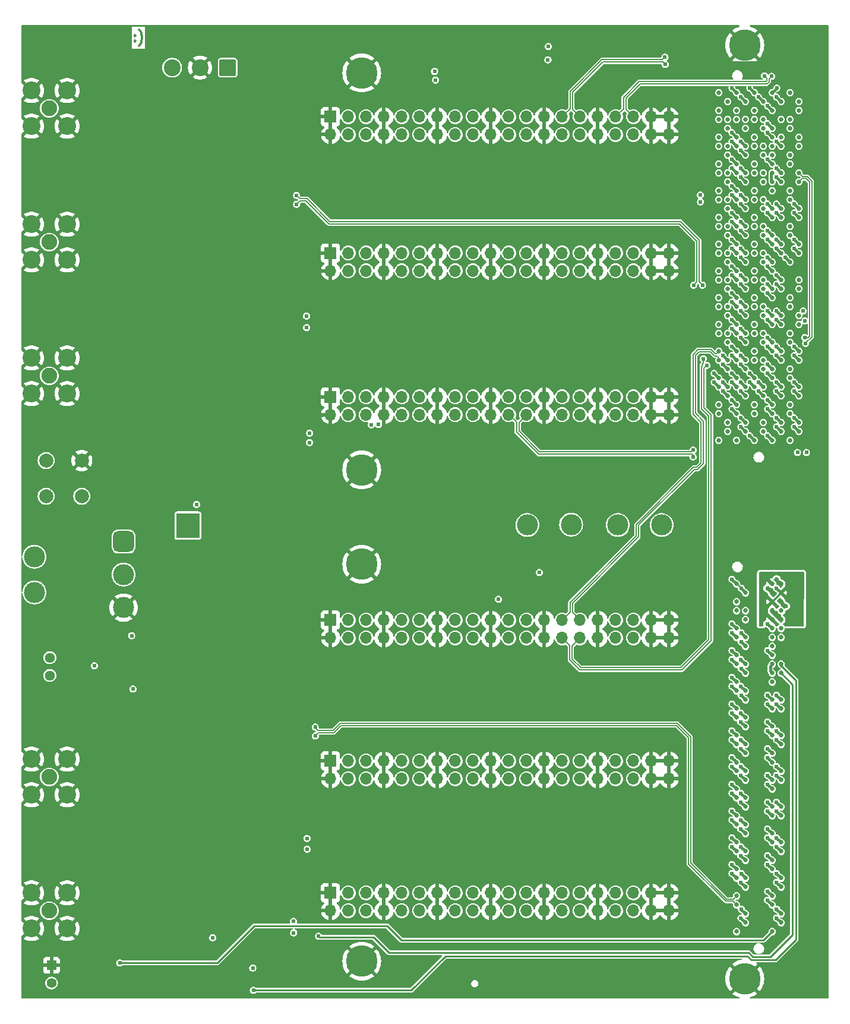
<source format=gbr>
%TF.GenerationSoftware,KiCad,Pcbnew,7.0.10-7.0.10~ubuntu22.04.1*%
%TF.CreationDate,2024-03-14T13:40:29-04:00*%
%TF.ProjectId,dioBreakOutBoard,64696f42-7265-4616-9b4f-7574426f6172,rev?*%
%TF.SameCoordinates,Original*%
%TF.FileFunction,Copper,L1,Top*%
%TF.FilePolarity,Positive*%
%FSLAX46Y46*%
G04 Gerber Fmt 4.6, Leading zero omitted, Abs format (unit mm)*
G04 Created by KiCad (PCBNEW 7.0.10-7.0.10~ubuntu22.04.1) date 2024-03-14 13:40:29*
%MOMM*%
%LPD*%
G01*
G04 APERTURE LIST*
G04 Aperture macros list*
%AMRoundRect*
0 Rectangle with rounded corners*
0 $1 Rounding radius*
0 $2 $3 $4 $5 $6 $7 $8 $9 X,Y pos of 4 corners*
0 Add a 4 corners polygon primitive as box body*
4,1,4,$2,$3,$4,$5,$6,$7,$8,$9,$2,$3,0*
0 Add four circle primitives for the rounded corners*
1,1,$1+$1,$2,$3*
1,1,$1+$1,$4,$5*
1,1,$1+$1,$6,$7*
1,1,$1+$1,$8,$9*
0 Add four rect primitives between the rounded corners*
20,1,$1+$1,$2,$3,$4,$5,0*
20,1,$1+$1,$4,$5,$6,$7,0*
20,1,$1+$1,$6,$7,$8,$9,0*
20,1,$1+$1,$8,$9,$2,$3,0*%
G04 Aperture macros list end*
%ADD10C,0.375000*%
%TA.AperFunction,NonConductor*%
%ADD11C,0.375000*%
%TD*%
%TA.AperFunction,ComponentPad*%
%ADD12C,3.000000*%
%TD*%
%TA.AperFunction,ComponentPad*%
%ADD13C,3.100000*%
%TD*%
%TA.AperFunction,ConnectorPad*%
%ADD14C,4.500000*%
%TD*%
%TA.AperFunction,SMDPad,CuDef*%
%ADD15C,0.640000*%
%TD*%
%TA.AperFunction,ComponentPad*%
%ADD16R,1.700000X1.700000*%
%TD*%
%TA.AperFunction,ComponentPad*%
%ADD17O,1.700000X1.700000*%
%TD*%
%TA.AperFunction,ComponentPad*%
%ADD18C,2.250000*%
%TD*%
%TA.AperFunction,ComponentPad*%
%ADD19C,2.550000*%
%TD*%
%TA.AperFunction,ComponentPad*%
%ADD20R,1.397000X1.397000*%
%TD*%
%TA.AperFunction,ComponentPad*%
%ADD21C,1.397000*%
%TD*%
%TA.AperFunction,ComponentPad*%
%ADD22C,1.440000*%
%TD*%
%TA.AperFunction,ComponentPad*%
%ADD23C,2.000000*%
%TD*%
%TA.AperFunction,ComponentPad*%
%ADD24RoundRect,0.250001X0.949999X0.949999X-0.949999X0.949999X-0.949999X-0.949999X0.949999X-0.949999X0*%
%TD*%
%TA.AperFunction,ComponentPad*%
%ADD25C,2.400000*%
%TD*%
%TA.AperFunction,ComponentPad*%
%ADD26RoundRect,0.750000X-0.750000X-0.750000X0.750000X-0.750000X0.750000X0.750000X-0.750000X0.750000X0*%
%TD*%
%TA.AperFunction,ViaPad*%
%ADD27C,0.609600*%
%TD*%
%TA.AperFunction,Conductor*%
%ADD28C,0.381000*%
%TD*%
%TA.AperFunction,Conductor*%
%ADD29C,0.254000*%
%TD*%
%TA.AperFunction,Conductor*%
%ADD30C,0.250000*%
%TD*%
%TA.AperFunction,Conductor*%
%ADD31C,0.158750*%
%TD*%
%TA.AperFunction,Conductor*%
%ADD32C,0.127000*%
%TD*%
G04 APERTURE END LIST*
D10*
D11*
X143493852Y-22104071D02*
X143565281Y-22175500D01*
X143565281Y-22175500D02*
X143493852Y-22246928D01*
X143493852Y-22246928D02*
X143422424Y-22175500D01*
X143422424Y-22175500D02*
X143493852Y-22104071D01*
X143493852Y-22104071D02*
X143493852Y-22246928D01*
X143493852Y-21318357D02*
X143565281Y-21389785D01*
X143565281Y-21389785D02*
X143493852Y-21461214D01*
X143493852Y-21461214D02*
X143422424Y-21389785D01*
X143422424Y-21389785D02*
X143493852Y-21318357D01*
X143493852Y-21318357D02*
X143493852Y-21461214D01*
X144065281Y-22818357D02*
X144136710Y-22746928D01*
X144136710Y-22746928D02*
X144279567Y-22532642D01*
X144279567Y-22532642D02*
X144350996Y-22389785D01*
X144350996Y-22389785D02*
X144422424Y-22175500D01*
X144422424Y-22175500D02*
X144493853Y-21818357D01*
X144493853Y-21818357D02*
X144493853Y-21532642D01*
X144493853Y-21532642D02*
X144422424Y-21175500D01*
X144422424Y-21175500D02*
X144350996Y-20961214D01*
X144350996Y-20961214D02*
X144279567Y-20818357D01*
X144279567Y-20818357D02*
X144136710Y-20604071D01*
X144136710Y-20604071D02*
X144065281Y-20532642D01*
D12*
%TO.P,TP4,1,1*%
%TO.N,+1V8*%
X199400000Y-91100000D03*
%TD*%
D13*
%TO.P,H2,1,1*%
%TO.N,GND*%
X230400000Y-22750000D03*
D14*
X230400000Y-22750000D03*
%TD*%
D13*
%TO.P,H1,1,1*%
%TO.N,GND*%
X175800000Y-26700000D03*
D14*
X175800000Y-26700000D03*
%TD*%
D12*
%TO.P,TP2,1,1*%
%TO.N,+3V3*%
X205650000Y-91050000D03*
%TD*%
D15*
%TO.P,J2,A1,Pin_1*%
%TO.N,GND*%
X238115000Y-79035000D03*
%TO.P,J2,A2,Pin_2*%
%TO.N,/P1 HPC FMC Connector/FMC0_DP1.P*%
X238115000Y-77765000D03*
%TO.P,J2,A3,Pin_3*%
%TO.N,/P1 HPC FMC Connector/FMC0_DP1.N*%
X238115000Y-76495000D03*
%TO.P,J2,A4,Pin_4*%
%TO.N,GND*%
X238115000Y-75225000D03*
%TO.P,J2,A5,Pin_5*%
X238115000Y-73955000D03*
%TO.P,J2,A6,Pin_6*%
%TO.N,/P1 HPC FMC Connector/FMC0_DP2.P*%
X238115000Y-72685000D03*
%TO.P,J2,A7,Pin_7*%
%TO.N,/P1 HPC FMC Connector/FMC0_DP2.N*%
X238115000Y-71415000D03*
%TO.P,J2,A8,Pin_8*%
%TO.N,GND*%
X238115000Y-70145000D03*
%TO.P,J2,A9,Pin_9*%
X238115000Y-68875000D03*
%TO.P,J2,A10,Pin_10*%
%TO.N,/P1 HPC FMC Connector/FMC0_DP3.P*%
X238115000Y-67605000D03*
%TO.P,J2,A11,Pin_11*%
%TO.N,/P1 HPC FMC Connector/FMC0_DP3.N*%
X238115000Y-66335000D03*
%TO.P,J2,A12,Pin_12*%
%TO.N,GND*%
X238115000Y-65065000D03*
%TO.P,J2,A13,Pin_13*%
X238115000Y-63795000D03*
%TO.P,J2,A14,Pin_14*%
%TO.N,unconnected-(J2A-Pin_14-PadA14)*%
X238115000Y-62525000D03*
%TO.P,J2,A15,Pin_15*%
%TO.N,unconnected-(J2A-Pin_15-PadA15)*%
X238115000Y-61255000D03*
%TO.P,J2,A16,Pin_16*%
%TO.N,GND*%
X238115000Y-59985000D03*
%TO.P,J2,A17,Pin_17*%
X238115000Y-58715000D03*
%TO.P,J2,A18,Pin_18*%
%TO.N,unconnected-(J2A-Pin_18-PadA18)*%
X238115000Y-57445000D03*
%TO.P,J2,A19,Pin_19*%
%TO.N,unconnected-(J2A-Pin_19-PadA19)*%
X238115000Y-56175000D03*
%TO.P,J2,A20,Pin_20*%
%TO.N,GND*%
X238115000Y-54910000D03*
%TO.P,J2,A21,Pin_21*%
X238115000Y-53630000D03*
%TO.P,J2,A22,Pin_22*%
%TO.N,/P1 HPC FMC Connector/FMC0_DP1.P*%
X238115000Y-52365000D03*
%TO.P,J2,A23,Pin_23*%
%TO.N,/P1 HPC FMC Connector/FMC0_DP1.N*%
X238115000Y-51095000D03*
%TO.P,J2,A24,Pin_24*%
%TO.N,GND*%
X238115000Y-49825000D03*
%TO.P,J2,A25,Pin_25*%
X238115000Y-48555000D03*
%TO.P,J2,A26,Pin_26*%
%TO.N,/P1 HPC FMC Connector/FMC0_DP2.P*%
X238115000Y-47285000D03*
%TO.P,J2,A27,Pin_27*%
%TO.N,/P1 HPC FMC Connector/FMC0_DP2.N*%
X238115000Y-46015000D03*
%TO.P,J2,A28,Pin_28*%
%TO.N,GND*%
X238115000Y-44745000D03*
%TO.P,J2,A29,Pin_29*%
X238115000Y-43475000D03*
%TO.P,J2,A30,Pin_30*%
%TO.N,/P1 HPC FMC Connector/FMC0_DP3.P*%
X238115000Y-42205000D03*
%TO.P,J2,A31,Pin_31*%
%TO.N,/P1 HPC FMC Connector/FMC0_DP3.N*%
X238115000Y-40935000D03*
%TO.P,J2,A32,Pin_32*%
%TO.N,GND*%
X238115000Y-39665000D03*
%TO.P,J2,A33,Pin_33*%
X238115000Y-38395000D03*
%TO.P,J2,A34,Pin_34*%
%TO.N,unconnected-(J2A-Pin_34-PadA34)*%
X238115000Y-37125000D03*
%TO.P,J2,A35,Pin_35*%
%TO.N,unconnected-(J2A-Pin_35-PadA35)*%
X238115000Y-35855000D03*
%TO.P,J2,A36,Pin_36*%
%TO.N,GND*%
X238115000Y-34585000D03*
%TO.P,J2,A37,Pin_37*%
X238115000Y-33315000D03*
%TO.P,J2,A38,Pin_38*%
%TO.N,unconnected-(J2A-Pin_38-PadA38)*%
X238115000Y-32045000D03*
%TO.P,J2,A39,Pin_39*%
%TO.N,unconnected-(J2A-Pin_39-PadA39)*%
X238115000Y-30775000D03*
%TO.P,J2,A40,Pin_40*%
%TO.N,GND*%
X238115000Y-29505000D03*
%TO.P,J2,B1,Pin_1*%
%TO.N,unconnected-(J2B-Pin_1-PadB1)*%
X236845000Y-79035000D03*
%TO.P,J2,B2,Pin_2*%
%TO.N,GND*%
X236845000Y-77765000D03*
%TO.P,J2,B3,Pin_3*%
X236845000Y-76495000D03*
%TO.P,J2,B4,Pin_4*%
%TO.N,unconnected-(J2B-Pin_4-PadB4)*%
X236845000Y-75225000D03*
%TO.P,J2,B5,Pin_5*%
%TO.N,unconnected-(J2B-Pin_5-PadB5)*%
X236845000Y-73955000D03*
%TO.P,J2,B6,Pin_6*%
%TO.N,GND*%
X236845000Y-72685000D03*
%TO.P,J2,B7,Pin_7*%
X236845000Y-71415000D03*
%TO.P,J2,B8,Pin_8*%
%TO.N,unconnected-(J2B-Pin_8-PadB8)*%
X236845000Y-70145000D03*
%TO.P,J2,B9,Pin_9*%
%TO.N,unconnected-(J2B-Pin_9-PadB9)*%
X236845000Y-68875000D03*
%TO.P,J2,B10,Pin_10*%
%TO.N,GND*%
X236845000Y-67605000D03*
%TO.P,J2,B11,Pin_11*%
X236845000Y-66335000D03*
%TO.P,J2,B12,Pin_12*%
%TO.N,unconnected-(J2B-Pin_12-PadB12)*%
X236845000Y-65065000D03*
%TO.P,J2,B13,Pin_13*%
%TO.N,unconnected-(J2B-Pin_13-PadB13)*%
X236845000Y-63795000D03*
%TO.P,J2,B14,Pin_14*%
%TO.N,GND*%
X236845000Y-62525000D03*
%TO.P,J2,B15,Pin_15*%
X236845000Y-61255000D03*
%TO.P,J2,B16,Pin_16*%
%TO.N,unconnected-(J2B-Pin_16-PadB16)*%
X236845000Y-59985000D03*
%TO.P,J2,B17,Pin_17*%
%TO.N,unconnected-(J2B-Pin_17-PadB17)*%
X236845000Y-58715000D03*
%TO.P,J2,B18,Pin_18*%
%TO.N,GND*%
X236845000Y-57445000D03*
%TO.P,J2,B19,Pin_19*%
X236845000Y-56175000D03*
%TO.P,J2,B20,Pin_20*%
X236845000Y-54910000D03*
%TO.P,J2,B21,Pin_21*%
%TO.N,+1V8*%
X236845000Y-53630000D03*
%TO.P,J2,B22,Pin_22*%
%TO.N,GND*%
X236845000Y-52365000D03*
%TO.P,J2,B23,Pin_23*%
X236845000Y-51095000D03*
%TO.P,J2,B24,Pin_24*%
%TO.N,unconnected-(J2B-Pin_24-PadB24)*%
X236845000Y-49825000D03*
%TO.P,J2,B25,Pin_25*%
%TO.N,unconnected-(J2B-Pin_25-PadB25)*%
X236845000Y-48555000D03*
%TO.P,J2,B26,Pin_26*%
%TO.N,GND*%
X236845000Y-47285000D03*
%TO.P,J2,B27,Pin_27*%
X236845000Y-46015000D03*
%TO.P,J2,B28,Pin_28*%
%TO.N,unconnected-(J2B-Pin_28-PadB28)*%
X236845000Y-44745000D03*
%TO.P,J2,B29,Pin_29*%
%TO.N,unconnected-(J2B-Pin_29-PadB29)*%
X236845000Y-43475000D03*
%TO.P,J2,B30,Pin_30*%
%TO.N,GND*%
X236845000Y-42205000D03*
%TO.P,J2,B31,Pin_31*%
X236845000Y-40935000D03*
%TO.P,J2,B32,Pin_32*%
%TO.N,unconnected-(J2B-Pin_32-PadB32)*%
X236845000Y-39665000D03*
%TO.P,J2,B33,Pin_33*%
%TO.N,unconnected-(J2B-Pin_33-PadB33)*%
X236845000Y-38395000D03*
%TO.P,J2,B34,Pin_34*%
%TO.N,GND*%
X236845000Y-37125000D03*
%TO.P,J2,B35,Pin_35*%
X236845000Y-35855000D03*
%TO.P,J2,B36,Pin_36*%
%TO.N,unconnected-(J2B-Pin_36-PadB36)*%
X236845000Y-34585000D03*
%TO.P,J2,B37,Pin_37*%
%TO.N,unconnected-(J2B-Pin_37-PadB37)*%
X236845000Y-33315000D03*
%TO.P,J2,B38,Pin_38*%
%TO.N,GND*%
X236845000Y-32045000D03*
%TO.P,J2,B39,Pin_39*%
X236845000Y-30775000D03*
%TO.P,J2,B40,Pin_40*%
%TO.N,unconnected-(J2B-Pin_40-PadB40)*%
X236845000Y-29505000D03*
%TO.P,J2,C1,Pin_1*%
%TO.N,GND*%
X235575000Y-79035000D03*
%TO.P,J2,C2,Pin_2*%
%TO.N,/P1 HPC FMC Connector/FMC0_DP0.P*%
X235575000Y-77765000D03*
%TO.P,J2,C3,Pin_3*%
%TO.N,/P1 HPC FMC Connector/FMC0_DP0.N*%
X235575000Y-76495000D03*
%TO.P,J2,C4,Pin_4*%
%TO.N,GND*%
X235575000Y-75225000D03*
%TO.P,J2,C5,Pin_5*%
X235575000Y-73955000D03*
%TO.P,J2,C6,Pin_6*%
%TO.N,/P1 HPC FMC Connector/FMC0_DP0.P*%
X235575000Y-72685000D03*
%TO.P,J2,C7,Pin_7*%
%TO.N,/P1 HPC FMC Connector/FMC0_DP0.N*%
X235575000Y-71415000D03*
%TO.P,J2,C8,Pin_8*%
%TO.N,GND*%
X235575000Y-70145000D03*
%TO.P,J2,C9,Pin_9*%
X235575000Y-68875000D03*
%TO.P,J2,C10,Pin_10*%
%TO.N,FMC0_LA06.P*%
X235575000Y-67605000D03*
%TO.P,J2,C11,Pin_11*%
%TO.N,FMC0_LA06.N*%
X235575000Y-66335000D03*
%TO.P,J2,C12,Pin_12*%
%TO.N,GND*%
X235575000Y-65065000D03*
%TO.P,J2,C13,Pin_13*%
X235575000Y-63795000D03*
%TO.P,J2,C14,Pin_14*%
%TO.N,FMC0_LA10.P*%
X235575000Y-62525000D03*
%TO.P,J2,C15,Pin_15*%
%TO.N,FMC0_LA10.N*%
X235575000Y-61255000D03*
%TO.P,J2,C16,Pin_16*%
%TO.N,GND*%
X235575000Y-59985000D03*
%TO.P,J2,C17,Pin_17*%
X235575000Y-58715000D03*
%TO.P,J2,C18,Pin_18*%
%TO.N,FMC0_LA14.P*%
X235575000Y-57445000D03*
%TO.P,J2,C19,Pin_19*%
%TO.N,FMC0_LA14.N*%
X235575000Y-56175000D03*
%TO.P,J2,C20,Pin_20*%
%TO.N,GND*%
X235575000Y-54910000D03*
%TO.P,J2,C21,Pin_21*%
X235575000Y-53630000D03*
%TO.P,J2,C22,Pin_22*%
%TO.N,FMC0_LA18.P*%
X235575000Y-52365000D03*
%TO.P,J2,C23,Pin_23*%
%TO.N,FMC0_LA18.N*%
X235575000Y-51095000D03*
%TO.P,J2,C24,Pin_24*%
%TO.N,GND*%
X235575000Y-49825000D03*
%TO.P,J2,C25,Pin_25*%
X235575000Y-48555000D03*
%TO.P,J2,C26,Pin_26*%
%TO.N,FMC0_LA27.P*%
X235575000Y-47285000D03*
%TO.P,J2,C27,Pin_27*%
%TO.N,FMC0_LA27.N*%
X235575000Y-46015000D03*
%TO.P,J2,C28,Pin_28*%
%TO.N,GND*%
X235575000Y-44745000D03*
%TO.P,J2,C29,Pin_29*%
X235575000Y-43475000D03*
%TO.P,J2,C30,Pin_30*%
%TO.N,FMC0_I2C.SCL*%
X235575000Y-42205000D03*
%TO.P,J2,C31,Pin_31*%
%TO.N,FMC0_I2C.SDA*%
X235575000Y-40935000D03*
%TO.P,J2,C32,Pin_32*%
%TO.N,GND*%
X235575000Y-39665000D03*
%TO.P,J2,C33,Pin_33*%
X235575000Y-38395000D03*
%TO.P,J2,C34,Pin_34*%
%TO.N,FMC0_GA0*%
X235575000Y-37125000D03*
%TO.P,J2,C35,Pin_35*%
%TO.N,unconnected-(J2C-Pin_35-PadC35)*%
X235575000Y-35855000D03*
%TO.P,J2,C36,Pin_36*%
%TO.N,GND*%
X235575000Y-34585000D03*
%TO.P,J2,C37,Pin_37*%
%TO.N,unconnected-(J2C-Pin_37-PadC37)*%
X235575000Y-33315000D03*
%TO.P,J2,C38,Pin_38*%
%TO.N,GND*%
X235575000Y-32045000D03*
%TO.P,J2,C39,Pin_39*%
%TO.N,+3V3*%
X235575000Y-30775000D03*
%TO.P,J2,C40,Pin_40*%
%TO.N,GND*%
X235575000Y-29505000D03*
%TO.P,J2,D1,Pin_1*%
%TO.N,FMC0_PG_C2M*%
X234305000Y-79035000D03*
%TO.P,J2,D2,Pin_2*%
%TO.N,GND*%
X234305000Y-77765000D03*
%TO.P,J2,D3,Pin_3*%
X234305000Y-76495000D03*
%TO.P,J2,D4,Pin_4*%
%TO.N,FMC0_GBTCLK0_M2C.P*%
X234305000Y-75225000D03*
%TO.P,J2,D5,Pin_5*%
%TO.N,FMC0_GBTCLK0_M2C.N*%
X234305000Y-73955000D03*
%TO.P,J2,D6,Pin_6*%
%TO.N,GND*%
X234305000Y-72685000D03*
%TO.P,J2,D7,Pin_7*%
X234305000Y-71415000D03*
%TO.P,J2,D8,Pin_8*%
%TO.N,FMC0_LA01_CC.P*%
X234305000Y-70145000D03*
%TO.P,J2,D9,Pin_9*%
%TO.N,FMC0_LA01_CC.N*%
X234305000Y-68875000D03*
%TO.P,J2,D10,Pin_10*%
%TO.N,GND*%
X234305000Y-67605000D03*
%TO.P,J2,D11,Pin_11*%
%TO.N,FMC0_LA05.P*%
X234305000Y-66335000D03*
%TO.P,J2,D12,Pin_12*%
%TO.N,FMC0_LA05.N*%
X234305000Y-65065000D03*
%TO.P,J2,D13,Pin_13*%
%TO.N,GND*%
X234305000Y-63795000D03*
%TO.P,J2,D14,Pin_14*%
%TO.N,FMC0_LA09.P*%
X234305000Y-62525000D03*
%TO.P,J2,D15,Pin_15*%
%TO.N,FMC0_LA09.N*%
X234305000Y-61255000D03*
%TO.P,J2,D16,Pin_16*%
%TO.N,GND*%
X234305000Y-59985000D03*
%TO.P,J2,D17,Pin_17*%
%TO.N,FMC0_LA13.P*%
X234305000Y-58715000D03*
%TO.P,J2,D18,Pin_18*%
%TO.N,FMC0_LA13.N*%
X234305000Y-57445000D03*
%TO.P,J2,D19,Pin_19*%
%TO.N,GND*%
X234305000Y-56175000D03*
%TO.P,J2,D20,Pin_20*%
%TO.N,FMC0_LA17_CC.P*%
X234305000Y-54910000D03*
%TO.P,J2,D21,Pin_21*%
%TO.N,FMC0_LA17_CC.N*%
X234305000Y-53630000D03*
%TO.P,J2,D22,Pin_22*%
%TO.N,GND*%
X234305000Y-52365000D03*
%TO.P,J2,D23,Pin_23*%
%TO.N,FMC0_LA23.P*%
X234305000Y-51095000D03*
%TO.P,J2,D24,Pin_24*%
%TO.N,FMC0_LA23.N*%
X234305000Y-49825000D03*
%TO.P,J2,D25,Pin_25*%
%TO.N,GND*%
X234305000Y-48555000D03*
%TO.P,J2,D26,Pin_26*%
%TO.N,FMC0_LA26.P*%
X234305000Y-47285000D03*
%TO.P,J2,D27,Pin_27*%
%TO.N,FMC0_LA26.N*%
X234305000Y-46015000D03*
%TO.P,J2,D28,Pin_28*%
%TO.N,GND*%
X234305000Y-44745000D03*
%TO.P,J2,D29,Pin_29*%
%TO.N,unconnected-(J2D-Pin_29-PadD29)*%
X234305000Y-43475000D03*
%TO.P,J2,D30,Pin_30*%
%TO.N,/P1 HPC FMC Connector/TDI*%
X234305000Y-42205000D03*
%TO.P,J2,D31,Pin_31*%
X234305000Y-40935000D03*
%TO.P,J2,D32,Pin_32*%
%TO.N,+3.3VA*%
X234305000Y-39665000D03*
%TO.P,J2,D33,Pin_33*%
%TO.N,unconnected-(J2D-Pin_33-PadD33)*%
X234305000Y-38395000D03*
%TO.P,J2,D34,Pin_34*%
%TO.N,unconnected-(J2D-Pin_34-PadD34)*%
X234305000Y-37125000D03*
%TO.P,J2,D35,Pin_35*%
%TO.N,FMC0_GA1*%
X234305000Y-35855000D03*
%TO.P,J2,D36,Pin_36*%
%TO.N,+3V3*%
X234305000Y-34585000D03*
%TO.P,J2,D37,Pin_37*%
%TO.N,GND*%
X234305000Y-33315000D03*
%TO.P,J2,D38,Pin_38*%
%TO.N,+3V3*%
X234305000Y-32045000D03*
%TO.P,J2,D39,Pin_39*%
%TO.N,GND*%
X234305000Y-30775000D03*
%TO.P,J2,D40,Pin_40*%
%TO.N,+3V3*%
X234305000Y-29505000D03*
%TO.P,J2,E1,Pin_1*%
%TO.N,GND*%
X233040000Y-79035000D03*
%TO.P,J2,E2,Pin_2*%
%TO.N,unconnected-(J2E-Pin_2-PadE2)*%
X233040000Y-77765000D03*
%TO.P,J2,E3,Pin_3*%
%TO.N,unconnected-(J2E-Pin_3-PadE3)*%
X233040000Y-76495000D03*
%TO.P,J2,E4,Pin_4*%
%TO.N,GND*%
X233040000Y-75225000D03*
%TO.P,J2,E5,Pin_5*%
X233040000Y-73955000D03*
%TO.P,J2,E6,Pin_6*%
%TO.N,FMC0_HA05.P*%
X233040000Y-72685000D03*
%TO.P,J2,E7,Pin_7*%
%TO.N,FMC0_HA05.N*%
X233040000Y-71415000D03*
%TO.P,J2,E8,Pin_8*%
%TO.N,GND*%
X233040000Y-70145000D03*
%TO.P,J2,E9,Pin_9*%
%TO.N,unconnected-(J2E-Pin_9-PadE9)*%
X233040000Y-68875000D03*
%TO.P,J2,E10,Pin_10*%
%TO.N,unconnected-(J2E-Pin_10-PadE10)*%
X233040000Y-67605000D03*
%TO.P,J2,E11,Pin_11*%
%TO.N,GND*%
X233040000Y-66335000D03*
%TO.P,J2,E12,Pin_12*%
%TO.N,unconnected-(J2E-Pin_12-PadE12)*%
X233040000Y-65065000D03*
%TO.P,J2,E13,Pin_13*%
%TO.N,unconnected-(J2E-Pin_13-PadE13)*%
X233040000Y-63795000D03*
%TO.P,J2,E14,Pin_14*%
%TO.N,GND*%
X233040000Y-62525000D03*
%TO.P,J2,E15,Pin_15*%
%TO.N,unconnected-(J2E-Pin_15-PadE15)*%
X233040000Y-61255000D03*
%TO.P,J2,E16,Pin_16*%
%TO.N,unconnected-(J2E-Pin_16-PadE16)*%
X233040000Y-59985000D03*
%TO.P,J2,E17,Pin_17*%
%TO.N,GND*%
X233040000Y-58715000D03*
%TO.P,J2,E18,Pin_18*%
%TO.N,unconnected-(J2E-Pin_18-PadE18)*%
X233040000Y-57445000D03*
%TO.P,J2,E19,Pin_19*%
%TO.N,unconnected-(J2E-Pin_19-PadE19)*%
X233040000Y-56175000D03*
%TO.P,J2,E20,Pin_20*%
%TO.N,GND*%
X233040000Y-54910000D03*
%TO.P,J2,E21,Pin_21*%
%TO.N,unconnected-(J2E-Pin_21-PadE21)*%
X233040000Y-53630000D03*
%TO.P,J2,E22,Pin_22*%
%TO.N,unconnected-(J2E-Pin_22-PadE22)*%
X233040000Y-52365000D03*
%TO.P,J2,E23,Pin_23*%
%TO.N,GND*%
X233040000Y-51095000D03*
%TO.P,J2,E24,Pin_24*%
%TO.N,unconnected-(J2E-Pin_24-PadE24)*%
X233040000Y-49825000D03*
%TO.P,J2,E25,Pin_25*%
%TO.N,unconnected-(J2E-Pin_25-PadE25)*%
X233040000Y-48555000D03*
%TO.P,J2,E26,Pin_26*%
%TO.N,GND*%
X233040000Y-47285000D03*
%TO.P,J2,E27,Pin_27*%
%TO.N,unconnected-(J2E-Pin_27-PadE27)*%
X233040000Y-46015000D03*
%TO.P,J2,E28,Pin_28*%
%TO.N,unconnected-(J2E-Pin_28-PadE28)*%
X233040000Y-44745000D03*
%TO.P,J2,E29,Pin_29*%
%TO.N,GND*%
X233040000Y-43475000D03*
%TO.P,J2,E30,Pin_30*%
%TO.N,unconnected-(J2E-Pin_30-PadE30)*%
X233040000Y-42205000D03*
%TO.P,J2,E31,Pin_31*%
%TO.N,unconnected-(J2E-Pin_31-PadE31)*%
X233040000Y-40935000D03*
%TO.P,J2,E32,Pin_32*%
%TO.N,GND*%
X233040000Y-39665000D03*
%TO.P,J2,E33,Pin_33*%
%TO.N,unconnected-(J2E-Pin_33-PadE33)*%
X233040000Y-38395000D03*
%TO.P,J2,E34,Pin_34*%
%TO.N,unconnected-(J2E-Pin_34-PadE34)*%
X233040000Y-37125000D03*
%TO.P,J2,E35,Pin_35*%
%TO.N,GND*%
X233040000Y-35855000D03*
%TO.P,J2,E36,Pin_36*%
%TO.N,unconnected-(J2E-Pin_36-PadE36)*%
X233040000Y-34585000D03*
%TO.P,J2,E37,Pin_37*%
%TO.N,unconnected-(J2E-Pin_37-PadE37)*%
X233040000Y-33315000D03*
%TO.P,J2,E38,Pin_38*%
%TO.N,GND*%
X233040000Y-32045000D03*
%TO.P,J2,E39,Pin_39*%
%TO.N,+1V8*%
X233040000Y-30775000D03*
%TO.P,J2,E40,Pin_40*%
%TO.N,GND*%
X233040000Y-29505000D03*
%TO.P,J2,F1,Pin_1*%
%TO.N,+1V8*%
X231760000Y-79035000D03*
%TO.P,J2,F2,Pin_2*%
%TO.N,GND*%
X231760000Y-77765000D03*
%TO.P,J2,F3,Pin_3*%
X231760000Y-76495000D03*
%TO.P,J2,F4,Pin_4*%
%TO.N,/P1 HPC FMC Connector/HA00_CC.P*%
X231760000Y-75225000D03*
%TO.P,J2,F5,Pin_5*%
%TO.N,/P1 HPC FMC Connector/HA00_CC.N*%
X231760000Y-73955000D03*
%TO.P,J2,F6,Pin_6*%
%TO.N,GND*%
X231760000Y-72685000D03*
%TO.P,J2,F7,Pin_7*%
%TO.N,FMC0_HA04.P*%
X231760000Y-71415000D03*
%TO.P,J2,F8,Pin_8*%
%TO.N,FMC0_HA04.N*%
X231760000Y-70145000D03*
%TO.P,J2,F9,Pin_9*%
%TO.N,GND*%
X231760000Y-68875000D03*
%TO.P,J2,F10,Pin_10*%
%TO.N,unconnected-(J2F-Pin_10-PadF10)*%
X231760000Y-67605000D03*
%TO.P,J2,F11,Pin_11*%
%TO.N,unconnected-(J2F-Pin_11-PadF11)*%
X231760000Y-66335000D03*
%TO.P,J2,F12,Pin_12*%
%TO.N,GND*%
X231760000Y-65065000D03*
%TO.P,J2,F13,Pin_13*%
%TO.N,unconnected-(J2F-Pin_13-PadF13)*%
X231760000Y-63795000D03*
%TO.P,J2,F14,Pin_14*%
%TO.N,unconnected-(J2F-Pin_14-PadF14)*%
X231760000Y-62525000D03*
%TO.P,J2,F15,Pin_15*%
%TO.N,GND*%
X231760000Y-61255000D03*
%TO.P,J2,F16,Pin_16*%
%TO.N,unconnected-(J2F-Pin_16-PadF16)*%
X231760000Y-59985000D03*
%TO.P,J2,F17,Pin_17*%
%TO.N,unconnected-(J2F-Pin_17-PadF17)*%
X231760000Y-58715000D03*
%TO.P,J2,F18,Pin_18*%
%TO.N,GND*%
X231760000Y-57445000D03*
%TO.P,J2,F19,Pin_19*%
%TO.N,unconnected-(J2F-Pin_19-PadF19)*%
X231760000Y-56175000D03*
%TO.P,J2,F20,Pin_20*%
%TO.N,unconnected-(J2F-Pin_20-PadF20)*%
X231760000Y-54910000D03*
%TO.P,J2,F21,Pin_21*%
%TO.N,GND*%
X231760000Y-53630000D03*
%TO.P,J2,F22,Pin_22*%
%TO.N,unconnected-(J2F-Pin_22-PadF22)*%
X231760000Y-52365000D03*
%TO.P,J2,F23,Pin_23*%
%TO.N,unconnected-(J2F-Pin_23-PadF23)*%
X231760000Y-51095000D03*
%TO.P,J2,F24,Pin_24*%
%TO.N,GND*%
X231760000Y-49825000D03*
%TO.P,J2,F25,Pin_25*%
%TO.N,unconnected-(J2F-Pin_25-PadF25)*%
X231760000Y-48555000D03*
%TO.P,J2,F26,Pin_26*%
%TO.N,unconnected-(J2F-Pin_26-PadF26)*%
X231760000Y-47285000D03*
%TO.P,J2,F27,Pin_27*%
%TO.N,GND*%
X231760000Y-46015000D03*
%TO.P,J2,F28,Pin_28*%
%TO.N,unconnected-(J2F-Pin_28-PadF28)*%
X231760000Y-44745000D03*
%TO.P,J2,F29,Pin_29*%
%TO.N,unconnected-(J2F-Pin_29-PadF29)*%
X231760000Y-43475000D03*
%TO.P,J2,F30,Pin_30*%
%TO.N,GND*%
X231760000Y-42205000D03*
%TO.P,J2,F31,Pin_31*%
%TO.N,unconnected-(J2F-Pin_31-PadF31)*%
X231760000Y-40935000D03*
%TO.P,J2,F32,Pin_32*%
%TO.N,unconnected-(J2F-Pin_32-PadF32)*%
X231760000Y-39665000D03*
%TO.P,J2,F33,Pin_33*%
%TO.N,GND*%
X231760000Y-38395000D03*
%TO.P,J2,F34,Pin_34*%
%TO.N,unconnected-(J2F-Pin_34-PadF34)*%
X231760000Y-37125000D03*
%TO.P,J2,F35,Pin_35*%
%TO.N,unconnected-(J2F-Pin_35-PadF35)*%
X231760000Y-35855000D03*
%TO.P,J2,F36,Pin_36*%
%TO.N,GND*%
X231760000Y-34585000D03*
%TO.P,J2,F37,Pin_37*%
%TO.N,unconnected-(J2F-Pin_37-PadF37)*%
X231760000Y-33315000D03*
%TO.P,J2,F38,Pin_38*%
%TO.N,unconnected-(J2F-Pin_38-PadF38)*%
X231760000Y-32045000D03*
%TO.P,J2,F39,Pin_39*%
%TO.N,GND*%
X231760000Y-30775000D03*
%TO.P,J2,F40,Pin_40*%
%TO.N,+1V8*%
X231760000Y-29505000D03*
%TO.P,J2,G1,Pin_1*%
%TO.N,GND*%
X230495000Y-79035000D03*
%TO.P,J2,G2,Pin_2*%
%TO.N,FMC0_CLK1_M2C.P*%
X230495000Y-77765000D03*
%TO.P,J2,G3,Pin_3*%
%TO.N,FMC0_CLK1_M2C.N*%
X230495000Y-76495000D03*
%TO.P,J2,G4,Pin_4*%
%TO.N,GND*%
X230495000Y-75225000D03*
%TO.P,J2,G5,Pin_5*%
X230495000Y-73955000D03*
%TO.P,J2,G6,Pin_6*%
%TO.N,FMC0_LA00_CC.P*%
X230495000Y-72685000D03*
%TO.P,J2,G7,Pin_7*%
%TO.N,FMC0_LA00_CC.N*%
X230495000Y-71415000D03*
%TO.P,J2,G8,Pin_8*%
%TO.N,GND*%
X230495000Y-70145000D03*
%TO.P,J2,G9,Pin_9*%
%TO.N,FMC0_LA03.P*%
X230495000Y-68875000D03*
%TO.P,J2,G10,Pin_10*%
%TO.N,FMC0_LA03.N*%
X230495000Y-67605000D03*
%TO.P,J2,G11,Pin_11*%
%TO.N,GND*%
X230495000Y-66335000D03*
%TO.P,J2,G12,Pin_12*%
%TO.N,FMC0_LA08.P*%
X230495000Y-65065000D03*
%TO.P,J2,G13,Pin_13*%
%TO.N,FMC0_LA08.N*%
X230495000Y-63795000D03*
%TO.P,J2,G14,Pin_14*%
%TO.N,GND*%
X230495000Y-62525000D03*
%TO.P,J2,G15,Pin_15*%
%TO.N,FMC0_LA12.P*%
X230495000Y-61255000D03*
%TO.P,J2,G16,Pin_16*%
%TO.N,FMC0_LA12.N*%
X230495000Y-59985000D03*
%TO.P,J2,G17,Pin_17*%
%TO.N,GND*%
X230495000Y-58715000D03*
%TO.P,J2,G18,Pin_18*%
%TO.N,FMC0_LA16.P*%
X230495000Y-57445000D03*
%TO.P,J2,G19,Pin_19*%
%TO.N,FMC0_LA16.N*%
X230495000Y-56175000D03*
%TO.P,J2,G20,Pin_20*%
%TO.N,GND*%
X230495000Y-54910000D03*
%TO.P,J2,G21,Pin_21*%
%TO.N,FMC0_LA20.P*%
X230495000Y-53630000D03*
%TO.P,J2,G22,Pin_22*%
%TO.N,FMC0_LA20.N*%
X230495000Y-52365000D03*
%TO.P,J2,G23,Pin_23*%
%TO.N,GND*%
X230495000Y-51095000D03*
%TO.P,J2,G24,Pin_24*%
%TO.N,FMC0_LA22.P*%
X230495000Y-49825000D03*
%TO.P,J2,G25,Pin_25*%
%TO.N,FMC0_LA22.N*%
X230495000Y-48555000D03*
%TO.P,J2,G26,Pin_26*%
%TO.N,GND*%
X230495000Y-47285000D03*
%TO.P,J2,G27,Pin_27*%
%TO.N,FMC0_LA25.P*%
X230495000Y-46015000D03*
%TO.P,J2,G28,Pin_28*%
%TO.N,FMC0_LA25.N*%
X230495000Y-44745000D03*
%TO.P,J2,G29,Pin_29*%
%TO.N,GND*%
X230495000Y-43475000D03*
%TO.P,J2,G30,Pin_30*%
%TO.N,FMC0_LA29.P*%
X230495000Y-42205000D03*
%TO.P,J2,G31,Pin_31*%
%TO.N,FMC0_LA29.N*%
X230495000Y-40935000D03*
%TO.P,J2,G32,Pin_32*%
%TO.N,GND*%
X230495000Y-39665000D03*
%TO.P,J2,G33,Pin_33*%
%TO.N,FMC0_LA31.P*%
X230495000Y-38395000D03*
%TO.P,J2,G34,Pin_34*%
%TO.N,FMC0_LA31.N*%
X230495000Y-37125000D03*
%TO.P,J2,G35,Pin_35*%
%TO.N,GND*%
X230495000Y-35855000D03*
%TO.P,J2,G36,Pin_36*%
%TO.N,unconnected-(J2G-Pin_36-PadG36)*%
X230495000Y-34585000D03*
%TO.P,J2,G37,Pin_37*%
%TO.N,unconnected-(J2G-Pin_37-PadG37)*%
X230495000Y-33315000D03*
%TO.P,J2,G38,Pin_38*%
%TO.N,GND*%
X230495000Y-32045000D03*
%TO.P,J2,G39,Pin_39*%
%TO.N,+1V8*%
X230495000Y-30775000D03*
%TO.P,J2,G40,Pin_40*%
%TO.N,GND*%
X230495000Y-29505000D03*
%TO.P,J2,H1,Pin_1*%
%TO.N,/P1 HPC FMC Connector/VREF_A_M2C*%
X229225000Y-79035000D03*
%TO.P,J2,H2,Pin_2*%
%TO.N,GND*%
X229225000Y-77765000D03*
%TO.P,J2,H3,Pin_3*%
X229225000Y-76495000D03*
%TO.P,J2,H4,Pin_4*%
%TO.N,FMC0_CLK0_M2C.P*%
X229225000Y-75225000D03*
%TO.P,J2,H5,Pin_5*%
%TO.N,FMC0_CLK0_M2C.N*%
X229225000Y-73955000D03*
%TO.P,J2,H6,Pin_6*%
%TO.N,GND*%
X229225000Y-72685000D03*
%TO.P,J2,H7,Pin_7*%
%TO.N,FMC0_LA02.P*%
X229225000Y-71415000D03*
%TO.P,J2,H8,Pin_8*%
%TO.N,FMC0_LA02.N*%
X229225000Y-70145000D03*
%TO.P,J2,H9,Pin_9*%
%TO.N,GND*%
X229225000Y-68875000D03*
%TO.P,J2,H10,Pin_10*%
%TO.N,FMC0_LA04.P*%
X229225000Y-67605000D03*
%TO.P,J2,H11,Pin_11*%
%TO.N,FMC0_LA04.N*%
X229225000Y-66335000D03*
%TO.P,J2,H12,Pin_12*%
%TO.N,GND*%
X229225000Y-65065000D03*
%TO.P,J2,H13,Pin_13*%
%TO.N,FMC0_LA07.P*%
X229225000Y-63795000D03*
%TO.P,J2,H14,Pin_14*%
%TO.N,FMC0_LA07.N*%
X229225000Y-62525000D03*
%TO.P,J2,H15,Pin_15*%
%TO.N,GND*%
X229225000Y-61255000D03*
%TO.P,J2,H16,Pin_16*%
%TO.N,FMC0_LA11.P*%
X229225000Y-59985000D03*
%TO.P,J2,H17,Pin_17*%
%TO.N,FMC0_LA11.N*%
X229225000Y-58715000D03*
%TO.P,J2,H18,Pin_18*%
%TO.N,GND*%
X229225000Y-57445000D03*
%TO.P,J2,H19,Pin_19*%
%TO.N,FMC0_LA15.P*%
X229225000Y-56175000D03*
%TO.P,J2,H20,Pin_20*%
%TO.N,FMC0_LA15.N*%
X229225000Y-54910000D03*
%TO.P,J2,H21,Pin_21*%
%TO.N,GND*%
X229225000Y-53630000D03*
%TO.P,J2,H22,Pin_22*%
%TO.N,FMC0_LA19.P*%
X229225000Y-52365000D03*
%TO.P,J2,H23,Pin_23*%
%TO.N,FMC0_LA19.N*%
X229225000Y-51095000D03*
%TO.P,J2,H24,Pin_24*%
%TO.N,GND*%
X229225000Y-49825000D03*
%TO.P,J2,H25,Pin_25*%
%TO.N,FMC0_LA21.P*%
X229225000Y-48555000D03*
%TO.P,J2,H26,Pin_26*%
%TO.N,FMC0_LA21.N*%
X229225000Y-47285000D03*
%TO.P,J2,H27,Pin_27*%
%TO.N,GND*%
X229225000Y-46015000D03*
%TO.P,J2,H28,Pin_28*%
%TO.N,FMC0_LA24.P*%
X229225000Y-44745000D03*
%TO.P,J2,H29,Pin_29*%
%TO.N,FMC0_LA24.N*%
X229225000Y-43475000D03*
%TO.P,J2,H30,Pin_30*%
%TO.N,GND*%
X229225000Y-42205000D03*
%TO.P,J2,H31,Pin_31*%
%TO.N,FMC0_LA28.P*%
X229225000Y-40935000D03*
%TO.P,J2,H32,Pin_32*%
%TO.N,FMC0_LA28.N*%
X229225000Y-39665000D03*
%TO.P,J2,H33,Pin_33*%
%TO.N,GND*%
X229225000Y-38395000D03*
%TO.P,J2,H34,Pin_34*%
%TO.N,FMC0_LA30.P*%
X229225000Y-37125000D03*
%TO.P,J2,H35,Pin_35*%
%TO.N,FMC0_LA30.N*%
X229225000Y-35855000D03*
%TO.P,J2,H36,Pin_36*%
%TO.N,GND*%
X229225000Y-34585000D03*
%TO.P,J2,H37,Pin_37*%
%TO.N,unconnected-(J2H-Pin_37-PadH37)*%
X229225000Y-33315000D03*
%TO.P,J2,H38,Pin_38*%
%TO.N,unconnected-(J2H-Pin_38-PadH38)*%
X229225000Y-32045000D03*
%TO.P,J2,H39,Pin_39*%
%TO.N,GND*%
X229225000Y-30775000D03*
%TO.P,J2,H40,Pin_40*%
%TO.N,+1V8*%
X229225000Y-29505000D03*
%TO.P,J2,J1,Pin_1*%
%TO.N,GND*%
X227955000Y-79035000D03*
%TO.P,J2,J2,Pin_2*%
%TO.N,unconnected-(J2I-Pin_2-PadJ2)*%
X227955000Y-77765000D03*
%TO.P,J2,J3,Pin_3*%
%TO.N,unconnected-(J2I-Pin_3-PadJ3)*%
X227955000Y-76495000D03*
%TO.P,J2,J4,Pin_4*%
%TO.N,GND*%
X227955000Y-75225000D03*
%TO.P,J2,J5,Pin_5*%
X227955000Y-73955000D03*
%TO.P,J2,J6,Pin_6*%
%TO.N,FMC0_HA03.P*%
X227955000Y-72685000D03*
%TO.P,J2,J7,Pin_7*%
%TO.N,FMC0_HA03.N*%
X227955000Y-71415000D03*
%TO.P,J2,J8,Pin_8*%
%TO.N,GND*%
X227955000Y-70145000D03*
%TO.P,J2,J9,Pin_9*%
%TO.N,FMC0_HA07.P*%
X227955000Y-68875000D03*
%TO.P,J2,J10,Pin_10*%
%TO.N,FMC0_HA07.N*%
X227955000Y-67605000D03*
%TO.P,J2,J11,Pin_11*%
%TO.N,GND*%
X227955000Y-66335000D03*
%TO.P,J2,J12,Pin_12*%
%TO.N,unconnected-(J2I-Pin_12-PadJ12)*%
X227955000Y-65065000D03*
%TO.P,J2,J13,Pin_13*%
%TO.N,unconnected-(J2I-Pin_13-PadJ13)*%
X227955000Y-63795000D03*
%TO.P,J2,J14,Pin_14*%
%TO.N,GND*%
X227955000Y-62525000D03*
%TO.P,J2,J15,Pin_15*%
%TO.N,unconnected-(J2I-Pin_15-PadJ15)*%
X227955000Y-61255000D03*
%TO.P,J2,J16,Pin_16*%
%TO.N,unconnected-(J2I-Pin_16-PadJ16)*%
X227955000Y-59985000D03*
%TO.P,J2,J17,Pin_17*%
%TO.N,GND*%
X227955000Y-58715000D03*
%TO.P,J2,J18,Pin_18*%
%TO.N,unconnected-(J2I-Pin_18-PadJ18)*%
X227955000Y-57445000D03*
%TO.P,J2,J19,Pin_19*%
%TO.N,unconnected-(J2I-Pin_19-PadJ19)*%
X227955000Y-56175000D03*
%TO.P,J2,J20,Pin_20*%
%TO.N,GND*%
X227955000Y-54910000D03*
%TO.P,J2,J21,Pin_21*%
%TO.N,unconnected-(J2I-Pin_21-PadJ21)*%
X227955000Y-53630000D03*
%TO.P,J2,J22,Pin_22*%
%TO.N,unconnected-(J2I-Pin_22-PadJ22)*%
X227955000Y-52365000D03*
%TO.P,J2,J23,Pin_23*%
%TO.N,GND*%
X227955000Y-51095000D03*
%TO.P,J2,J24,Pin_24*%
%TO.N,unconnected-(J2I-Pin_24-PadJ24)*%
X227955000Y-49825000D03*
%TO.P,J2,J25,Pin_25*%
%TO.N,unconnected-(J2I-Pin_25-PadJ25)*%
X227955000Y-48555000D03*
%TO.P,J2,J26,Pin_26*%
%TO.N,GND*%
X227955000Y-47285000D03*
%TO.P,J2,J27,Pin_27*%
%TO.N,unconnected-(J2I-Pin_27-PadJ27)*%
X227955000Y-46015000D03*
%TO.P,J2,J28,Pin_28*%
%TO.N,unconnected-(J2I-Pin_28-PadJ28)*%
X227955000Y-44745000D03*
%TO.P,J2,J29,Pin_29*%
%TO.N,GND*%
X227955000Y-43475000D03*
%TO.P,J2,J30,Pin_30*%
%TO.N,unconnected-(J2I-Pin_30-PadJ30)*%
X227955000Y-42205000D03*
%TO.P,J2,J31,Pin_31*%
%TO.N,unconnected-(J2I-Pin_31-PadJ31)*%
X227955000Y-40935000D03*
%TO.P,J2,J32,Pin_32*%
%TO.N,GND*%
X227955000Y-39665000D03*
%TO.P,J2,J33,Pin_33*%
%TO.N,unconnected-(J2I-Pin_33-PadJ33)*%
X227955000Y-38395000D03*
%TO.P,J2,J34,Pin_34*%
%TO.N,unconnected-(J2I-Pin_34-PadJ34)*%
X227955000Y-37125000D03*
%TO.P,J2,J35,Pin_35*%
%TO.N,GND*%
X227955000Y-35855000D03*
%TO.P,J2,J36,Pin_36*%
%TO.N,unconnected-(J2I-Pin_36-PadJ36)*%
X227955000Y-34585000D03*
%TO.P,J2,J37,Pin_37*%
%TO.N,unconnected-(J2I-Pin_37-PadJ37)*%
X227955000Y-33315000D03*
%TO.P,J2,J38,Pin_38*%
%TO.N,GND*%
X227955000Y-32045000D03*
%TO.P,J2,J39,Pin_39*%
%TO.N,unconnected-(J2I-Pin_39-PadJ39)*%
X227955000Y-30775000D03*
%TO.P,J2,J40,Pin_40*%
%TO.N,GND*%
X227955000Y-29505000D03*
%TO.P,J2,K1,Pin_1*%
%TO.N,unconnected-(J2J-Pin_1-PadK1)*%
X226685000Y-79035000D03*
%TO.P,J2,K2,Pin_2*%
%TO.N,GND*%
X226685000Y-77765000D03*
%TO.P,J2,K3,Pin_3*%
X226685000Y-76495000D03*
%TO.P,J2,K4,Pin_4*%
%TO.N,unconnected-(J2J-Pin_4-PadK4)*%
X226685000Y-75225000D03*
%TO.P,J2,K5,Pin_5*%
%TO.N,unconnected-(J2J-Pin_5-PadK5)*%
X226685000Y-73955000D03*
%TO.P,J2,K6,Pin_6*%
%TO.N,GND*%
X226685000Y-72685000D03*
%TO.P,J2,K7,Pin_7*%
%TO.N,FMC0_HA02.P*%
X226685000Y-71415000D03*
%TO.P,J2,K8,Pin_8*%
%TO.N,FMC0_HA02.N*%
X226685000Y-70145000D03*
%TO.P,J2,K9,Pin_9*%
%TO.N,GND*%
X226685000Y-68875000D03*
%TO.P,J2,K10,Pin_10*%
%TO.N,FMC0_HA06.P*%
X226685000Y-67605000D03*
%TO.P,J2,K11,Pin_11*%
%TO.N,FMC0_HA06.N*%
X226685000Y-66335000D03*
%TO.P,J2,K12,Pin_12*%
%TO.N,GND*%
X226685000Y-65065000D03*
%TO.P,J2,K13,Pin_13*%
%TO.N,unconnected-(J2J-Pin_13-PadK13)*%
X226685000Y-63795000D03*
%TO.P,J2,K14,Pin_14*%
%TO.N,unconnected-(J2J-Pin_14-PadK14)*%
X226685000Y-62525000D03*
%TO.P,J2,K15,Pin_15*%
%TO.N,GND*%
X226685000Y-61255000D03*
%TO.P,J2,K16,Pin_16*%
%TO.N,unconnected-(J2J-Pin_16-PadK16)*%
X226685000Y-59985000D03*
%TO.P,J2,K17,Pin_17*%
%TO.N,unconnected-(J2J-Pin_17-PadK17)*%
X226685000Y-58715000D03*
%TO.P,J2,K18,Pin_18*%
%TO.N,GND*%
X226685000Y-57445000D03*
%TO.P,J2,K19,Pin_19*%
%TO.N,unconnected-(J2J-Pin_19-PadK19)*%
X226685000Y-56175000D03*
%TO.P,J2,K20,Pin_20*%
%TO.N,unconnected-(J2J-Pin_20-PadK20)*%
X226685000Y-54910000D03*
%TO.P,J2,K21,Pin_21*%
%TO.N,GND*%
X226685000Y-53630000D03*
%TO.P,J2,K22,Pin_22*%
%TO.N,unconnected-(J2J-Pin_22-PadK22)*%
X226685000Y-52365000D03*
%TO.P,J2,K23,Pin_23*%
%TO.N,unconnected-(J2J-Pin_23-PadK23)*%
X226685000Y-51095000D03*
%TO.P,J2,K24,Pin_24*%
%TO.N,GND*%
X226685000Y-49825000D03*
%TO.P,J2,K25,Pin_25*%
%TO.N,unconnected-(J2J-Pin_25-PadK25)*%
X226685000Y-48555000D03*
%TO.P,J2,K26,Pin_26*%
%TO.N,unconnected-(J2J-Pin_26-PadK26)*%
X226685000Y-47285000D03*
%TO.P,J2,K27,Pin_27*%
%TO.N,GND*%
X226685000Y-46015000D03*
%TO.P,J2,K28,Pin_28*%
%TO.N,unconnected-(J2J-Pin_28-PadK28)*%
X226685000Y-44745000D03*
%TO.P,J2,K29,Pin_29*%
%TO.N,unconnected-(J2J-Pin_29-PadK29)*%
X226685000Y-43475000D03*
%TO.P,J2,K30,Pin_30*%
%TO.N,GND*%
X226685000Y-42205000D03*
%TO.P,J2,K31,Pin_31*%
%TO.N,unconnected-(J2J-Pin_31-PadK31)*%
X226685000Y-40935000D03*
%TO.P,J2,K32,Pin_32*%
%TO.N,unconnected-(J2J-Pin_32-PadK32)*%
X226685000Y-39665000D03*
%TO.P,J2,K33,Pin_33*%
%TO.N,GND*%
X226685000Y-38395000D03*
%TO.P,J2,K34,Pin_34*%
%TO.N,unconnected-(J2J-Pin_34-PadK34)*%
X226685000Y-37125000D03*
%TO.P,J2,K35,Pin_35*%
%TO.N,unconnected-(J2J-Pin_35-PadK35)*%
X226685000Y-35855000D03*
%TO.P,J2,K36,Pin_36*%
%TO.N,GND*%
X226685000Y-34585000D03*
%TO.P,J2,K37,Pin_37*%
%TO.N,unconnected-(J2J-Pin_37-PadK37)*%
X226685000Y-33315000D03*
%TO.P,J2,K38,Pin_38*%
%TO.N,unconnected-(J2J-Pin_38-PadK38)*%
X226685000Y-32045000D03*
%TO.P,J2,K39,Pin_39*%
%TO.N,GND*%
X226685000Y-30775000D03*
%TO.P,J2,K40,Pin_40*%
%TO.N,unconnected-(J2J-Pin_40-PadK40)*%
X226685000Y-29505000D03*
%TD*%
D13*
%TO.P,H5,1,1*%
%TO.N,GND*%
X175800000Y-153250000D03*
D14*
X175800000Y-153250000D03*
%TD*%
D13*
%TO.P,H4,1,1*%
%TO.N,GND*%
X230400000Y-85750000D03*
D14*
X230400000Y-85750000D03*
%TD*%
D12*
%TO.P,TP3,1,1*%
%TO.N,VDD*%
X218550000Y-91100000D03*
%TD*%
D13*
%TO.P,H7,1,1*%
%TO.N,GND*%
X175800000Y-96700000D03*
D14*
X175800000Y-96700000D03*
%TD*%
D13*
%TO.P,H6,1,1*%
%TO.N,GND*%
X230400000Y-155750000D03*
D14*
X230400000Y-155750000D03*
%TD*%
D15*
%TO.P,P1,C1,Pin_1*%
%TO.N,GND*%
X235575000Y-149025000D03*
%TO.P,P1,C2,Pin_2*%
%TO.N,/P2 LPC FMC Connector/FMC1_DP0.P*%
X235575000Y-147755000D03*
%TO.P,P1,C3,Pin_3*%
%TO.N,/P2 LPC FMC Connector/FMC1_DP0.N*%
X235575000Y-146485000D03*
%TO.P,P1,C4,Pin_4*%
%TO.N,GND*%
X235575000Y-145215000D03*
%TO.P,P1,C5,Pin_5*%
X235575000Y-143945000D03*
%TO.P,P1,C6,Pin_6*%
%TO.N,/P2 LPC FMC Connector/FMC1_DP0.P*%
X235575000Y-142675000D03*
%TO.P,P1,C7,Pin_7*%
%TO.N,/P2 LPC FMC Connector/FMC1_DP0.N*%
X235575000Y-141405000D03*
%TO.P,P1,C8,Pin_8*%
%TO.N,GND*%
X235575000Y-140135000D03*
%TO.P,P1,C9,Pin_9*%
X235575000Y-138865000D03*
%TO.P,P1,C10,Pin_10*%
%TO.N,FMC1_LA06.P*%
X235575000Y-137595000D03*
%TO.P,P1,C11,Pin_11*%
%TO.N,FMC1_LA06.N*%
X235575000Y-136325000D03*
%TO.P,P1,C12,Pin_12*%
%TO.N,GND*%
X235575000Y-135055000D03*
%TO.P,P1,C13,Pin_13*%
X235575000Y-133785000D03*
%TO.P,P1,C14,Pin_14*%
%TO.N,FMC1_LA10.P*%
X235575000Y-132515000D03*
%TO.P,P1,C15,Pin_15*%
%TO.N,FMC1_LA10.N*%
X235575000Y-131245000D03*
%TO.P,P1,C16,Pin_16*%
%TO.N,GND*%
X235575000Y-129975000D03*
%TO.P,P1,C17,Pin_17*%
X235575000Y-128705000D03*
%TO.P,P1,C18,Pin_18*%
%TO.N,FMC1_LA14.P*%
X235575000Y-127435000D03*
%TO.P,P1,C19,Pin_19*%
%TO.N,FMC1_LA14.N*%
X235575000Y-126165000D03*
%TO.P,P1,C20,Pin_20*%
%TO.N,GND*%
X235575000Y-124900000D03*
%TO.P,P1,C21,Pin_21*%
X235575000Y-123620000D03*
%TO.P,P1,C22,Pin_22*%
%TO.N,FMC1_LA18.P*%
X235575000Y-122355000D03*
%TO.P,P1,C23,Pin_23*%
%TO.N,FMC1_LA18.N*%
X235575000Y-121085000D03*
%TO.P,P1,C24,Pin_24*%
%TO.N,GND*%
X235575000Y-119815000D03*
%TO.P,P1,C25,Pin_25*%
X235575000Y-118545000D03*
%TO.P,P1,C26,Pin_26*%
%TO.N,FMC1_LA27.P*%
X235575000Y-117275000D03*
%TO.P,P1,C27,Pin_27*%
%TO.N,FMC1_LA27.N*%
X235575000Y-116005000D03*
%TO.P,P1,C28,Pin_28*%
%TO.N,GND*%
X235575000Y-114735000D03*
%TO.P,P1,C29,Pin_29*%
X235575000Y-113465000D03*
%TO.P,P1,C30,Pin_30*%
%TO.N,FMC1_I2C.SCL*%
X235575000Y-112195000D03*
%TO.P,P1,C31,Pin_31*%
%TO.N,FMC1_I2C.SDA*%
X235575000Y-110925000D03*
%TO.P,P1,C32,Pin_32*%
%TO.N,GND*%
X235575000Y-109655000D03*
%TO.P,P1,C33,Pin_33*%
X235575000Y-108385000D03*
%TO.P,P1,C34,Pin_34*%
%TO.N,FMC1_GA0*%
X235575000Y-107115000D03*
%TO.P,P1,C35,Pin_35*%
%TO.N,unconnected-(P1A-Pin_35-PadC35)*%
X235575000Y-105845000D03*
%TO.P,P1,C36,Pin_36*%
%TO.N,GND*%
X235575000Y-104575000D03*
%TO.P,P1,C37,Pin_37*%
%TO.N,unconnected-(P1A-Pin_37-PadC37)*%
X235575000Y-103305000D03*
%TO.P,P1,C38,Pin_38*%
%TO.N,GND*%
X235575000Y-102035000D03*
%TO.P,P1,C39,Pin_39*%
%TO.N,+3V3*%
X235575000Y-100765000D03*
%TO.P,P1,C40,Pin_40*%
%TO.N,GND*%
X235575000Y-99495000D03*
%TO.P,P1,D1,Pin_1*%
%TO.N,FMC1_PG_C2M*%
X234305000Y-149025000D03*
%TO.P,P1,D2,Pin_2*%
%TO.N,GND*%
X234305000Y-147755000D03*
%TO.P,P1,D3,Pin_3*%
X234305000Y-146485000D03*
%TO.P,P1,D4,Pin_4*%
%TO.N,FMC1_GBTCLK0_M2C.P*%
X234305000Y-145215000D03*
%TO.P,P1,D5,Pin_5*%
%TO.N,FMC1_GBTCLK0_M2C.N*%
X234305000Y-143945000D03*
%TO.P,P1,D6,Pin_6*%
%TO.N,GND*%
X234305000Y-142675000D03*
%TO.P,P1,D7,Pin_7*%
X234305000Y-141405000D03*
%TO.P,P1,D8,Pin_8*%
%TO.N,FMC1_LA01_CC.P*%
X234305000Y-140135000D03*
%TO.P,P1,D9,Pin_9*%
%TO.N,FMC1_LA01_CC.N*%
X234305000Y-138865000D03*
%TO.P,P1,D10,Pin_10*%
%TO.N,GND*%
X234305000Y-137595000D03*
%TO.P,P1,D11,Pin_11*%
%TO.N,FMC1_LA05.P*%
X234305000Y-136325000D03*
%TO.P,P1,D12,Pin_12*%
%TO.N,FMC1_LA05.N*%
X234305000Y-135055000D03*
%TO.P,P1,D13,Pin_13*%
%TO.N,GND*%
X234305000Y-133785000D03*
%TO.P,P1,D14,Pin_14*%
%TO.N,FMC1_LA09.P*%
X234305000Y-132515000D03*
%TO.P,P1,D15,Pin_15*%
%TO.N,FMC1_LA09.N*%
X234305000Y-131245000D03*
%TO.P,P1,D16,Pin_16*%
%TO.N,GND*%
X234305000Y-129975000D03*
%TO.P,P1,D17,Pin_17*%
%TO.N,FMC1_LA13.P*%
X234305000Y-128705000D03*
%TO.P,P1,D18,Pin_18*%
%TO.N,FMC1_LA13.N*%
X234305000Y-127435000D03*
%TO.P,P1,D19,Pin_19*%
%TO.N,GND*%
X234305000Y-126165000D03*
%TO.P,P1,D20,Pin_20*%
%TO.N,FMC1_LA17_CC.P*%
X234305000Y-124900000D03*
%TO.P,P1,D21,Pin_21*%
%TO.N,FMC1_LA17_CC.N*%
X234305000Y-123620000D03*
%TO.P,P1,D22,Pin_22*%
%TO.N,GND*%
X234305000Y-122355000D03*
%TO.P,P1,D23,Pin_23*%
%TO.N,FMC1_LA23.P*%
X234305000Y-121085000D03*
%TO.P,P1,D24,Pin_24*%
%TO.N,FMC1_LA23.N*%
X234305000Y-119815000D03*
%TO.P,P1,D25,Pin_25*%
%TO.N,GND*%
X234305000Y-118545000D03*
%TO.P,P1,D26,Pin_26*%
%TO.N,FMC1_LA26.P*%
X234305000Y-117275000D03*
%TO.P,P1,D27,Pin_27*%
%TO.N,FMC1_LA26.N*%
X234305000Y-116005000D03*
%TO.P,P1,D28,Pin_28*%
%TO.N,GND*%
X234305000Y-114735000D03*
%TO.P,P1,D29,Pin_29*%
%TO.N,unconnected-(P1B-Pin_29-PadD29)*%
X234305000Y-113465000D03*
%TO.P,P1,D30,Pin_30*%
%TO.N,/P2 LPC FMC Connector/TDI*%
X234305000Y-112195000D03*
%TO.P,P1,D31,Pin_31*%
X234305000Y-110925000D03*
%TO.P,P1,D32,Pin_32*%
%TO.N,+3.3VA*%
X234305000Y-109655000D03*
%TO.P,P1,D33,Pin_33*%
%TO.N,/P2 LPC FMC Connector/TMS*%
X234305000Y-108385000D03*
%TO.P,P1,D34,Pin_34*%
%TO.N,unconnected-(P1B-Pin_34-PadD34)*%
X234305000Y-107115000D03*
%TO.P,P1,D35,Pin_35*%
%TO.N,FMC1_GA1*%
X234305000Y-105845000D03*
%TO.P,P1,D36,Pin_36*%
%TO.N,+3V3*%
X234305000Y-104575000D03*
%TO.P,P1,D37,Pin_37*%
%TO.N,GND*%
X234305000Y-103305000D03*
%TO.P,P1,D38,Pin_38*%
%TO.N,+3V3*%
X234305000Y-102035000D03*
%TO.P,P1,D39,Pin_39*%
%TO.N,GND*%
X234305000Y-100765000D03*
%TO.P,P1,D40,Pin_40*%
%TO.N,+3V3*%
X234305000Y-99495000D03*
%TO.P,P1,G1,Pin_1*%
%TO.N,GND*%
X230495000Y-149025000D03*
%TO.P,P1,G2,Pin_2*%
%TO.N,FMC1_CLK1_M2C.P*%
X230495000Y-147755000D03*
%TO.P,P1,G3,Pin_3*%
%TO.N,FMC1_CLK1_M2C.N*%
X230495000Y-146485000D03*
%TO.P,P1,G4,Pin_4*%
%TO.N,GND*%
X230495000Y-145215000D03*
%TO.P,P1,G5,Pin_5*%
X230495000Y-143945000D03*
%TO.P,P1,G6,Pin_6*%
%TO.N,FMC1_LA00_CC.P*%
X230495000Y-142675000D03*
%TO.P,P1,G7,Pin_7*%
%TO.N,FMC1_LA00_CC.N*%
X230495000Y-141405000D03*
%TO.P,P1,G8,Pin_8*%
%TO.N,GND*%
X230495000Y-140135000D03*
%TO.P,P1,G9,Pin_9*%
%TO.N,FMC1_LA03.P*%
X230495000Y-138865000D03*
%TO.P,P1,G10,Pin_10*%
%TO.N,FMC1_LA03.N*%
X230495000Y-137595000D03*
%TO.P,P1,G11,Pin_11*%
%TO.N,GND*%
X230495000Y-136325000D03*
%TO.P,P1,G12,Pin_12*%
%TO.N,FMC1_LA08.P*%
X230495000Y-135055000D03*
%TO.P,P1,G13,Pin_13*%
%TO.N,FMC1_LA08.N*%
X230495000Y-133785000D03*
%TO.P,P1,G14,Pin_14*%
%TO.N,GND*%
X230495000Y-132515000D03*
%TO.P,P1,G15,Pin_15*%
%TO.N,FMC1_LA12.P*%
X230495000Y-131245000D03*
%TO.P,P1,G16,Pin_16*%
%TO.N,FMC1_LA12.N*%
X230495000Y-129975000D03*
%TO.P,P1,G17,Pin_17*%
%TO.N,GND*%
X230495000Y-128705000D03*
%TO.P,P1,G18,Pin_18*%
%TO.N,FMC1_LA16.P*%
X230495000Y-127435000D03*
%TO.P,P1,G19,Pin_19*%
%TO.N,FMC1_LA16.N*%
X230495000Y-126165000D03*
%TO.P,P1,G20,Pin_20*%
%TO.N,GND*%
X230495000Y-124900000D03*
%TO.P,P1,G21,Pin_21*%
%TO.N,FMC1_LA20.P*%
X230495000Y-123620000D03*
%TO.P,P1,G22,Pin_22*%
%TO.N,FMC1_LA20.N*%
X230495000Y-122355000D03*
%TO.P,P1,G23,Pin_23*%
%TO.N,GND*%
X230495000Y-121085000D03*
%TO.P,P1,G24,Pin_24*%
%TO.N,FMC1_LA22.P*%
X230495000Y-119815000D03*
%TO.P,P1,G25,Pin_25*%
%TO.N,FMC1_LA22.N*%
X230495000Y-118545000D03*
%TO.P,P1,G26,Pin_26*%
%TO.N,GND*%
X230495000Y-117275000D03*
%TO.P,P1,G27,Pin_27*%
%TO.N,FMC1_LA25.P*%
X230495000Y-116005000D03*
%TO.P,P1,G28,Pin_28*%
%TO.N,FMC1_LA25.N*%
X230495000Y-114735000D03*
%TO.P,P1,G29,Pin_29*%
%TO.N,GND*%
X230495000Y-113465000D03*
%TO.P,P1,G30,Pin_30*%
%TO.N,FMC1_LA29.P*%
X230495000Y-112195000D03*
%TO.P,P1,G31,Pin_31*%
%TO.N,FMC1_LA29.N*%
X230495000Y-110925000D03*
%TO.P,P1,G32,Pin_32*%
%TO.N,GND*%
X230495000Y-109655000D03*
%TO.P,P1,G33,Pin_33*%
%TO.N,FMC1_LA31.P*%
X230495000Y-108385000D03*
%TO.P,P1,G34,Pin_34*%
%TO.N,FMC1_LA31.N*%
X230495000Y-107115000D03*
%TO.P,P1,G35,Pin_35*%
%TO.N,GND*%
X230495000Y-105845000D03*
%TO.P,P1,G36,Pin_36*%
%TO.N,unconnected-(P1C-Pin_36-PadG36)*%
X230495000Y-104575000D03*
%TO.P,P1,G37,Pin_37*%
%TO.N,unconnected-(P1C-Pin_37-PadG37)*%
X230495000Y-103305000D03*
%TO.P,P1,G38,Pin_38*%
%TO.N,GND*%
X230495000Y-102035000D03*
%TO.P,P1,G39,Pin_39*%
%TO.N,VDD*%
X230495000Y-100765000D03*
%TO.P,P1,G40,Pin_40*%
%TO.N,GND*%
X230495000Y-99495000D03*
%TO.P,P1,H1,Pin_1*%
%TO.N,/P2 LPC FMC Connector/VREF_A_M2C*%
X229225000Y-149025000D03*
%TO.P,P1,H2,Pin_2*%
%TO.N,GND*%
X229225000Y-147755000D03*
%TO.P,P1,H3,Pin_3*%
X229225000Y-146485000D03*
%TO.P,P1,H4,Pin_4*%
%TO.N,FMC1_CLK0_M2C.P*%
X229225000Y-145215000D03*
%TO.P,P1,H5,Pin_5*%
%TO.N,FMC1_CLK0_M2C.N*%
X229225000Y-143945000D03*
%TO.P,P1,H6,Pin_6*%
%TO.N,GND*%
X229225000Y-142675000D03*
%TO.P,P1,H7,Pin_7*%
%TO.N,FMC1_LA02.P*%
X229225000Y-141405000D03*
%TO.P,P1,H8,Pin_8*%
%TO.N,FMC1_LA02.N*%
X229225000Y-140135000D03*
%TO.P,P1,H9,Pin_9*%
%TO.N,GND*%
X229225000Y-138865000D03*
%TO.P,P1,H10,Pin_10*%
%TO.N,FMC1_LA04.P*%
X229225000Y-137595000D03*
%TO.P,P1,H11,Pin_11*%
%TO.N,FMC1_LA04.N*%
X229225000Y-136325000D03*
%TO.P,P1,H12,Pin_12*%
%TO.N,GND*%
X229225000Y-135055000D03*
%TO.P,P1,H13,Pin_13*%
%TO.N,FMC1_LA07.P*%
X229225000Y-133785000D03*
%TO.P,P1,H14,Pin_14*%
%TO.N,FMC1_LA07.N*%
X229225000Y-132515000D03*
%TO.P,P1,H15,Pin_15*%
%TO.N,GND*%
X229225000Y-131245000D03*
%TO.P,P1,H16,Pin_16*%
%TO.N,FMC1_LA11.P*%
X229225000Y-129975000D03*
%TO.P,P1,H17,Pin_17*%
%TO.N,FMC1_LA11.N*%
X229225000Y-128705000D03*
%TO.P,P1,H18,Pin_18*%
%TO.N,GND*%
X229225000Y-127435000D03*
%TO.P,P1,H19,Pin_19*%
%TO.N,FMC1_LA15.P*%
X229225000Y-126165000D03*
%TO.P,P1,H20,Pin_20*%
%TO.N,FMC1_LA15.N*%
X229225000Y-124900000D03*
%TO.P,P1,H21,Pin_21*%
%TO.N,GND*%
X229225000Y-123620000D03*
%TO.P,P1,H22,Pin_22*%
%TO.N,FMC1_LA19.P*%
X229225000Y-122355000D03*
%TO.P,P1,H23,Pin_23*%
%TO.N,FMC1_LA19.N*%
X229225000Y-121085000D03*
%TO.P,P1,H24,Pin_24*%
%TO.N,GND*%
X229225000Y-119815000D03*
%TO.P,P1,H25,Pin_25*%
%TO.N,FMC1_LA21.P*%
X229225000Y-118545000D03*
%TO.P,P1,H26,Pin_26*%
%TO.N,FMC1_LA21.N*%
X229225000Y-117275000D03*
%TO.P,P1,H27,Pin_27*%
%TO.N,GND*%
X229225000Y-116005000D03*
%TO.P,P1,H28,Pin_28*%
%TO.N,FMC1_LA24.P*%
X229225000Y-114735000D03*
%TO.P,P1,H29,Pin_29*%
%TO.N,FMC1_LA24.N*%
X229225000Y-113465000D03*
%TO.P,P1,H30,Pin_30*%
%TO.N,GND*%
X229225000Y-112195000D03*
%TO.P,P1,H31,Pin_31*%
%TO.N,FMC1_LA28.P*%
X229225000Y-110925000D03*
%TO.P,P1,H32,Pin_32*%
%TO.N,FMC1_LA28.N*%
X229225000Y-109655000D03*
%TO.P,P1,H33,Pin_33*%
%TO.N,GND*%
X229225000Y-108385000D03*
%TO.P,P1,H34,Pin_34*%
%TO.N,FMC1_LA30.P*%
X229225000Y-107115000D03*
%TO.P,P1,H35,Pin_35*%
%TO.N,FMC1_LA30.N*%
X229225000Y-105845000D03*
%TO.P,P1,H36,Pin_36*%
%TO.N,GND*%
X229225000Y-104575000D03*
%TO.P,P1,H37,Pin_37*%
%TO.N,unconnected-(P1D-Pin_37-PadH37)*%
X229225000Y-103305000D03*
%TO.P,P1,H38,Pin_38*%
%TO.N,unconnected-(P1D-Pin_38-PadH38)*%
X229225000Y-102035000D03*
%TO.P,P1,H39,Pin_39*%
%TO.N,GND*%
X229225000Y-100765000D03*
%TO.P,P1,H40,Pin_40*%
%TO.N,VDD*%
X229225000Y-99495000D03*
%TD*%
D13*
%TO.P,H3,1,1*%
%TO.N,GND*%
X175800000Y-83250000D03*
D14*
X175800000Y-83250000D03*
%TD*%
D12*
%TO.P,TP1,1,1*%
%TO.N,FMC0_PG_C2M*%
X212300000Y-91100000D03*
%TD*%
D16*
%TO.P,J6,1,1*%
%TO.N,GND*%
X171348400Y-143510000D03*
D17*
%TO.P,J6,2,2*%
X171348400Y-146050000D03*
%TO.P,J6,3,3*%
%TO.N,FMC1_LA11.N*%
X173888400Y-143510000D03*
%TO.P,J6,4,4*%
%TO.N,FMC1_LA01_CC.P*%
X173888400Y-146050000D03*
%TO.P,J6,5,5*%
%TO.N,FMC1_LA11.P*%
X176428400Y-143510000D03*
%TO.P,J6,6,6*%
%TO.N,FMC1_LA01_CC.N*%
X176428400Y-146050000D03*
%TO.P,J6,7,7*%
%TO.N,GND*%
X178968400Y-143510000D03*
%TO.P,J6,8,8*%
X178968400Y-146050000D03*
%TO.P,J6,9,9*%
%TO.N,FMC1_LA09.N*%
X181508400Y-143510000D03*
%TO.P,J6,10,10*%
%TO.N,FMC1_LA00_CC.P*%
X181508400Y-146050000D03*
%TO.P,J6,11,11*%
%TO.N,FMC1_LA09.P*%
X184048400Y-143510000D03*
%TO.P,J6,12,12*%
%TO.N,FMC1_LA00_CC.N*%
X184048400Y-146050000D03*
%TO.P,J6,13,13*%
%TO.N,GND*%
X186588400Y-143510000D03*
%TO.P,J6,14,14*%
X186588400Y-146050000D03*
%TO.P,J6,15,15*%
%TO.N,FMC1_LA07.N*%
X189128400Y-143510000D03*
%TO.P,J6,16,16*%
%TO.N,FMC1_LA02.P*%
X189128400Y-146050000D03*
%TO.P,J6,17,17*%
%TO.N,FMC1_LA07.P*%
X191668400Y-143510000D03*
%TO.P,J6,18,18*%
%TO.N,FMC1_LA02.N*%
X191668400Y-146050000D03*
%TO.P,J6,19,19*%
%TO.N,GND*%
X194208400Y-143510000D03*
%TO.P,J6,20,20*%
X194208400Y-146050000D03*
%TO.P,J6,21,21*%
%TO.N,FMC1_LA08.N*%
X196748400Y-143510000D03*
%TO.P,J6,22,22*%
%TO.N,FMC1_LA06.P*%
X196748400Y-146050000D03*
%TO.P,J6,23,23*%
%TO.N,FMC1_LA08.P*%
X199288400Y-143510000D03*
%TO.P,J6,24,24*%
%TO.N,FMC1_LA06.N*%
X199288400Y-146050000D03*
%TO.P,J6,25,25*%
%TO.N,GND*%
X201828400Y-143510000D03*
%TO.P,J6,26,26*%
X201828400Y-146050000D03*
%TO.P,J6,27,27*%
%TO.N,FMC1_LA10.N*%
X204368400Y-143510000D03*
%TO.P,J6,28,28*%
%TO.N,FMC1_LA03.P*%
X204368400Y-146050000D03*
%TO.P,J6,29,29*%
%TO.N,FMC1_LA10.P*%
X206908400Y-143510000D03*
%TO.P,J6,30,30*%
%TO.N,FMC1_LA03.N*%
X206908400Y-146050000D03*
%TO.P,J6,31,31*%
%TO.N,GND*%
X209448400Y-143510000D03*
%TO.P,J6,32,32*%
X209448400Y-146050000D03*
%TO.P,J6,33,33*%
%TO.N,FMC1_LA05.N*%
X211988400Y-143510000D03*
%TO.P,J6,34,34*%
%TO.N,FMC1_LA04.P*%
X211988400Y-146050000D03*
%TO.P,J6,35,35*%
%TO.N,FMC1_LA05.P*%
X214528400Y-143510000D03*
%TO.P,J6,36,36*%
%TO.N,FMC1_LA04.N*%
X214528400Y-146050000D03*
%TO.P,J6,37,37*%
%TO.N,GND*%
X217068400Y-143510000D03*
%TO.P,J6,38,38*%
X217068400Y-146050000D03*
%TO.P,J6,39,39*%
X219608400Y-143510000D03*
%TO.P,J6,40,40*%
X219608400Y-146050000D03*
%TD*%
D18*
%TO.P,J12,1,In*%
%TO.N,Net-(J12-In)*%
X131267200Y-69850000D03*
D19*
%TO.P,J12,2,SHELL*%
%TO.N,GND*%
X128727200Y-72390000D03*
%TO.P,J12,3,SHELL*%
X128727200Y-67310000D03*
%TO.P,J12,4,SHELL*%
X133807200Y-67310000D03*
%TO.P,J12,5,SHELL*%
X133807200Y-72390000D03*
%TD*%
D20*
%TO.P,D2,1,K*%
%TO.N,GND*%
X131591050Y-153820000D03*
D21*
%TO.P,D2,2,A*%
%TO.N,Net-(D2-A)*%
X131591050Y-156360000D03*
%TD*%
D18*
%TO.P,J11,1,In*%
%TO.N,Net-(J11-In)*%
X131267200Y-50800000D03*
D19*
%TO.P,J11,2,SHELL*%
%TO.N,GND*%
X128727200Y-53340000D03*
%TO.P,J11,3,SHELL*%
X128727200Y-48260000D03*
%TO.P,J11,4,SHELL*%
X133807200Y-48260000D03*
%TO.P,J11,5,SHELL*%
X133807200Y-53340000D03*
%TD*%
D18*
%TO.P,J9,1,In*%
%TO.N,Net-(J9-In)*%
X131267200Y-127000000D03*
D19*
%TO.P,J9,2,SHELL*%
%TO.N,GND*%
X128727200Y-129540000D03*
%TO.P,J9,3,SHELL*%
X128727200Y-124460000D03*
%TO.P,J9,4,SHELL*%
X133807200Y-124460000D03*
%TO.P,J9,5,SHELL*%
X133807200Y-129540000D03*
%TD*%
D22*
%TO.P,D4,1,KA*%
%TO.N,Net-(D4-KA)*%
X131340000Y-110000000D03*
%TO.P,D4,2,AK*%
%TO.N,Net-(D4-AK)*%
X131340000Y-112540000D03*
%TD*%
D16*
%TO.P,J7,1,1*%
%TO.N,GND*%
X171348400Y-124714000D03*
D17*
%TO.P,J7,2,2*%
X171348400Y-127254000D03*
%TO.P,J7,3,3*%
%TO.N,FMC1_LA21.N*%
X173888400Y-124714000D03*
%TO.P,J7,4,4*%
%TO.N,FMC1_LA13.P*%
X173888400Y-127254000D03*
%TO.P,J7,5,5*%
%TO.N,FMC1_LA21.P*%
X176428400Y-124714000D03*
%TO.P,J7,6,6*%
%TO.N,FMC1_LA13.N*%
X176428400Y-127254000D03*
%TO.P,J7,7,7*%
%TO.N,GND*%
X178968400Y-124714000D03*
%TO.P,J7,8,8*%
X178968400Y-127254000D03*
%TO.P,J7,9,9*%
%TO.N,FMC1_LA22.N*%
X181508400Y-124714000D03*
%TO.P,J7,10,10*%
%TO.N,FMC1_LA12.P*%
X181508400Y-127254000D03*
%TO.P,J7,11,11*%
%TO.N,FMC1_LA22.P*%
X184048400Y-124714000D03*
%TO.P,J7,12,12*%
%TO.N,FMC1_LA12.N*%
X184048400Y-127254000D03*
%TO.P,J7,13,13*%
%TO.N,GND*%
X186588400Y-124714000D03*
%TO.P,J7,14,14*%
X186588400Y-127254000D03*
%TO.P,J7,15,15*%
%TO.N,FMC1_LA23.N*%
X189128400Y-124714000D03*
%TO.P,J7,16,16*%
%TO.N,FMC1_LA14.P*%
X189128400Y-127254000D03*
%TO.P,J7,17,17*%
%TO.N,FMC1_LA23.P*%
X191668400Y-124714000D03*
%TO.P,J7,18,18*%
%TO.N,FMC1_LA14.N*%
X191668400Y-127254000D03*
%TO.P,J7,19,19*%
%TO.N,GND*%
X194208400Y-124714000D03*
%TO.P,J7,20,20*%
X194208400Y-127254000D03*
%TO.P,J7,21,21*%
%TO.N,FMC1_LA19.N*%
X196748400Y-124714000D03*
%TO.P,J7,22,22*%
%TO.N,FMC1_LA16.P*%
X196748400Y-127254000D03*
%TO.P,J7,23,23*%
%TO.N,FMC1_LA19.P*%
X199288400Y-124714000D03*
%TO.P,J7,24,24*%
%TO.N,FMC1_LA16.N*%
X199288400Y-127254000D03*
%TO.P,J7,25,25*%
%TO.N,GND*%
X201828400Y-124714000D03*
%TO.P,J7,26,26*%
X201828400Y-127254000D03*
%TO.P,J7,27,27*%
%TO.N,FMC1_LA18.N*%
X204368400Y-124714000D03*
%TO.P,J7,28,28*%
%TO.N,FMC1_LA15.P*%
X204368400Y-127254000D03*
%TO.P,J7,29,29*%
%TO.N,FMC1_LA18.P*%
X206908400Y-124714000D03*
%TO.P,J7,30,30*%
%TO.N,FMC1_LA15.N*%
X206908400Y-127254000D03*
%TO.P,J7,31,31*%
%TO.N,GND*%
X209448400Y-124714000D03*
%TO.P,J7,32,32*%
X209448400Y-127254000D03*
%TO.P,J7,33,33*%
%TO.N,FMC1_LA20.N*%
X211988400Y-124714000D03*
%TO.P,J7,34,34*%
%TO.N,FMC1_LA17_CC.P*%
X211988400Y-127254000D03*
%TO.P,J7,35,35*%
%TO.N,FMC1_LA20.P*%
X214528400Y-124714000D03*
%TO.P,J7,36,36*%
%TO.N,FMC1_LA17_CC.N*%
X214528400Y-127254000D03*
%TO.P,J7,37,37*%
%TO.N,GND*%
X217068400Y-124714000D03*
%TO.P,J7,38,38*%
X217068400Y-127254000D03*
%TO.P,J7,39,39*%
X219608400Y-124714000D03*
%TO.P,J7,40,40*%
X219608400Y-127254000D03*
%TD*%
D18*
%TO.P,J13,1,In*%
%TO.N,Net-(J13-In)*%
X131267200Y-31750000D03*
D19*
%TO.P,J13,2,SHELL*%
%TO.N,GND*%
X128727200Y-34290000D03*
%TO.P,J13,3,SHELL*%
X128727200Y-29210000D03*
%TO.P,J13,4,SHELL*%
X133807200Y-29210000D03*
%TO.P,J13,5,SHELL*%
X133807200Y-34290000D03*
%TD*%
D16*
%TO.P,J4,1,1*%
%TO.N,GND*%
X171348400Y-52344400D03*
D17*
%TO.P,J4,2,2*%
X171348400Y-54884400D03*
%TO.P,J4,3,3*%
%TO.N,FMC0_LA19.N*%
X173888400Y-52344400D03*
%TO.P,J4,4,4*%
%TO.N,FMC0_LA08.P*%
X173888400Y-54884400D03*
%TO.P,J4,5,5*%
%TO.N,FMC0_LA19.P*%
X176428400Y-52344400D03*
%TO.P,J4,6,6*%
%TO.N,FMC0_LA08.N*%
X176428400Y-54884400D03*
%TO.P,J4,7,7*%
%TO.N,GND*%
X178968400Y-52344400D03*
%TO.P,J4,8,8*%
X178968400Y-54884400D03*
%TO.P,J4,9,9*%
%TO.N,FMC0_LA20.N*%
X181508400Y-52344400D03*
%TO.P,J4,10,10*%
%TO.N,FMC0_LA07.P*%
X181508400Y-54884400D03*
%TO.P,J4,11,11*%
%TO.N,FMC0_LA20.P*%
X184048400Y-52344400D03*
%TO.P,J4,12,12*%
%TO.N,FMC0_LA07.N*%
X184048400Y-54884400D03*
%TO.P,J4,13,13*%
%TO.N,GND*%
X186588400Y-52344400D03*
%TO.P,J4,14,14*%
X186588400Y-54884400D03*
%TO.P,J4,15,15*%
%TO.N,FMC0_LA10.N*%
X189128400Y-52344400D03*
%TO.P,J4,16,16*%
%TO.N,FMC0_LA12.P*%
X189128400Y-54884400D03*
%TO.P,J4,17,17*%
%TO.N,FMC0_LA10.P*%
X191668400Y-52344400D03*
%TO.P,J4,18,18*%
%TO.N,FMC0_LA12.N*%
X191668400Y-54884400D03*
%TO.P,J4,19,19*%
%TO.N,GND*%
X194208400Y-52344400D03*
%TO.P,J4,20,20*%
X194208400Y-54884400D03*
%TO.P,J4,21,21*%
%TO.N,FMC0_LA17_CC.N*%
X196748400Y-52344400D03*
%TO.P,J4,22,22*%
%TO.N,FMC0_LA11.P*%
X196748400Y-54884400D03*
%TO.P,J4,23,23*%
%TO.N,FMC0_LA17_CC.P*%
X199288400Y-52344400D03*
%TO.P,J4,24,24*%
%TO.N,FMC0_LA11.N*%
X199288400Y-54884400D03*
%TO.P,J4,25,25*%
%TO.N,GND*%
X201828400Y-52344400D03*
%TO.P,J4,26,26*%
X201828400Y-54884400D03*
%TO.P,J4,27,27*%
%TO.N,FMC0_LA15.N*%
X204368400Y-52344400D03*
%TO.P,J4,28,28*%
%TO.N,FMC0_LA14.P*%
X204368400Y-54884400D03*
%TO.P,J4,29,29*%
%TO.N,FMC0_LA15.P*%
X206908400Y-52344400D03*
%TO.P,J4,30,30*%
%TO.N,FMC0_LA14.N*%
X206908400Y-54884400D03*
%TO.P,J4,31,31*%
%TO.N,GND*%
X209448400Y-52344400D03*
%TO.P,J4,32,32*%
X209448400Y-54884400D03*
%TO.P,J4,33,33*%
%TO.N,FMC0_LA16.N*%
X211988400Y-52344400D03*
%TO.P,J4,34,34*%
%TO.N,FMC0_LA13.P*%
X211988400Y-54884400D03*
%TO.P,J4,35,35*%
%TO.N,FMC0_LA16.P*%
X214528400Y-52344400D03*
%TO.P,J4,36,36*%
%TO.N,FMC0_LA13.N*%
X214528400Y-54884400D03*
%TO.P,J4,37,37*%
%TO.N,GND*%
X217068400Y-52344400D03*
%TO.P,J4,38,38*%
X217068400Y-54884400D03*
%TO.P,J4,39,39*%
X219608400Y-52344400D03*
%TO.P,J4,40,40*%
X219608400Y-54884400D03*
%TD*%
D16*
%TO.P,J3,1,1*%
%TO.N,GND*%
X171348400Y-72847200D03*
D17*
%TO.P,J3,2,2*%
X171348400Y-75387200D03*
%TO.P,J3,3,3*%
%TO.N,FMC0_LA00_CC.N*%
X173888400Y-72847200D03*
%TO.P,J3,4,4*%
%TO.N,FMC0_LA01_CC.P*%
X173888400Y-75387200D03*
%TO.P,J3,5,5*%
%TO.N,FMC0_LA00_CC.P*%
X176428400Y-72847200D03*
%TO.P,J3,6,6*%
%TO.N,FMC0_LA01_CC.N*%
X176428400Y-75387200D03*
%TO.P,J3,7,7*%
%TO.N,GND*%
X178968400Y-72847200D03*
%TO.P,J3,8,8*%
X178968400Y-75387200D03*
%TO.P,J3,9,9*%
%TO.N,FMC0_LA09.N*%
X181508400Y-72847200D03*
%TO.P,J3,10,10*%
%TO.N,FMC0_LA02.P*%
X181508400Y-75387200D03*
%TO.P,J3,11,11*%
%TO.N,FMC0_LA09.P*%
X184048400Y-72847200D03*
%TO.P,J3,12,12*%
%TO.N,FMC0_LA02.N*%
X184048400Y-75387200D03*
%TO.P,J3,13,13*%
%TO.N,GND*%
X186588400Y-72847200D03*
%TO.P,J3,14,14*%
X186588400Y-75387200D03*
%TO.P,J3,15,15*%
%TO.N,FMC0_LA05.N*%
X189128400Y-72847200D03*
%TO.P,J3,16,16*%
%TO.N,FMC0_LA04.P*%
X189128400Y-75387200D03*
%TO.P,J3,17,17*%
%TO.N,FMC0_LA05.P*%
X191668400Y-72847200D03*
%TO.P,J3,18,18*%
%TO.N,FMC0_LA04.N*%
X191668400Y-75387200D03*
%TO.P,J3,19,19*%
%TO.N,GND*%
X194208400Y-72847200D03*
%TO.P,J3,20,20*%
X194208400Y-75387200D03*
%TO.P,J3,21,21*%
%TO.N,FMC0_LA06.N*%
X196748400Y-72847200D03*
%TO.P,J3,22,22*%
%TO.N,FMC0_HA05.P*%
X196748400Y-75387200D03*
%TO.P,J3,23,23*%
%TO.N,FMC0_LA06.P*%
X199288400Y-72847200D03*
%TO.P,J3,24,24*%
%TO.N,FMC0_HA05.N*%
X199288400Y-75387200D03*
%TO.P,J3,25,25*%
%TO.N,GND*%
X201828400Y-72847200D03*
%TO.P,J3,26,26*%
X201828400Y-75387200D03*
%TO.P,J3,27,27*%
%TO.N,FMC0_HA04.N*%
X204368400Y-72847200D03*
%TO.P,J3,28,28*%
%TO.N,FMC0_LA03.P*%
X204368400Y-75387200D03*
%TO.P,J3,29,29*%
%TO.N,FMC0_HA04.P*%
X206908400Y-72847200D03*
%TO.P,J3,30,30*%
%TO.N,FMC0_LA03.N*%
X206908400Y-75387200D03*
%TO.P,J3,31,31*%
%TO.N,GND*%
X209448400Y-72847200D03*
%TO.P,J3,32,32*%
X209448400Y-75387200D03*
%TO.P,J3,33,33*%
%TO.N,FMC0_HA02.N*%
X211988400Y-72847200D03*
%TO.P,J3,34,34*%
%TO.N,FMC0_HA03.P*%
X211988400Y-75387200D03*
%TO.P,J3,35,35*%
%TO.N,FMC0_HA02.P*%
X214528400Y-72847200D03*
%TO.P,J3,36,36*%
%TO.N,FMC0_HA03.N*%
X214528400Y-75387200D03*
%TO.P,J3,37,37*%
%TO.N,GND*%
X217068400Y-72847200D03*
%TO.P,J3,38,38*%
X217068400Y-75387200D03*
%TO.P,J3,39,39*%
X219608400Y-72847200D03*
%TO.P,J3,40,40*%
X219608400Y-75387200D03*
%TD*%
D16*
%TO.P,J5,1,1*%
%TO.N,GND*%
X171348400Y-32943800D03*
D17*
%TO.P,J5,2,2*%
X171348400Y-35483800D03*
%TO.P,J5,3,3*%
%TO.N,FMC0_LA30.N*%
X173888400Y-32943800D03*
%TO.P,J5,4,4*%
%TO.N,FMC0_LA22.P*%
X173888400Y-35483800D03*
%TO.P,J5,5,5*%
%TO.N,FMC0_LA30.P*%
X176428400Y-32943800D03*
%TO.P,J5,6,6*%
%TO.N,FMC0_LA22.N*%
X176428400Y-35483800D03*
%TO.P,J5,7,7*%
%TO.N,GND*%
X178968400Y-32943800D03*
%TO.P,J5,8,8*%
X178968400Y-35483800D03*
%TO.P,J5,9,9*%
%TO.N,FMC0_LA31.N*%
X181508400Y-32943800D03*
%TO.P,J5,10,10*%
%TO.N,FMC0_LA25.P*%
X181508400Y-35483800D03*
%TO.P,J5,11,11*%
%TO.N,FMC0_LA31.P*%
X184048400Y-32943800D03*
%TO.P,J5,12,12*%
%TO.N,FMC0_LA25.N*%
X184048400Y-35483800D03*
%TO.P,J5,13,13*%
%TO.N,GND*%
X186588400Y-32943800D03*
%TO.P,J5,14,14*%
X186588400Y-35483800D03*
%TO.P,J5,15,15*%
%TO.N,FMC0_LA28.N*%
X189128400Y-32943800D03*
%TO.P,J5,16,16*%
%TO.N,FMC0_LA23.P*%
X189128400Y-35483800D03*
%TO.P,J5,17,17*%
%TO.N,FMC0_LA28.P*%
X191668400Y-32943800D03*
%TO.P,J5,18,18*%
%TO.N,FMC0_LA23.N*%
X191668400Y-35483800D03*
%TO.P,J5,19,19*%
%TO.N,GND*%
X194208400Y-32943800D03*
%TO.P,J5,20,20*%
X194208400Y-35483800D03*
%TO.P,J5,21,21*%
%TO.N,FMC0_LA29.N*%
X196748400Y-32943800D03*
%TO.P,J5,22,22*%
%TO.N,FMC0_LA24.P*%
X196748400Y-35483800D03*
%TO.P,J5,23,23*%
%TO.N,FMC0_LA29.P*%
X199288400Y-32943800D03*
%TO.P,J5,24,24*%
%TO.N,FMC0_LA24.N*%
X199288400Y-35483800D03*
%TO.P,J5,25,25*%
%TO.N,GND*%
X201828400Y-32943800D03*
%TO.P,J5,26,26*%
X201828400Y-35483800D03*
%TO.P,J5,27,27*%
%TO.N,FMC0_LA26.N*%
X204368400Y-32943800D03*
%TO.P,J5,28,28*%
%TO.N,FMC0_LA21.P*%
X204368400Y-35483800D03*
%TO.P,J5,29,29*%
%TO.N,FMC0_LA26.P*%
X206908400Y-32943800D03*
%TO.P,J5,30,30*%
%TO.N,FMC0_LA21.N*%
X206908400Y-35483800D03*
%TO.P,J5,31,31*%
%TO.N,GND*%
X209448400Y-32943800D03*
%TO.P,J5,32,32*%
X209448400Y-35483800D03*
%TO.P,J5,33,33*%
%TO.N,FMC0_LA27.N*%
X211988400Y-32943800D03*
%TO.P,J5,34,34*%
%TO.N,FMC0_LA18.P*%
X211988400Y-35483800D03*
%TO.P,J5,35,35*%
%TO.N,FMC0_LA27.P*%
X214528400Y-32943800D03*
%TO.P,J5,36,36*%
%TO.N,FMC0_LA18.N*%
X214528400Y-35483800D03*
%TO.P,J5,37,37*%
%TO.N,GND*%
X217068400Y-32943800D03*
%TO.P,J5,38,38*%
X217068400Y-35483800D03*
%TO.P,J5,39,39*%
X219608400Y-32943800D03*
%TO.P,J5,40,40*%
X219608400Y-35483800D03*
%TD*%
D16*
%TO.P,J8,1,1*%
%TO.N,GND*%
X171348400Y-104648000D03*
D17*
%TO.P,J8,2,2*%
X171348400Y-107188000D03*
%TO.P,J8,3,3*%
%TO.N,FMC1_LA30.N*%
X173888400Y-104648000D03*
%TO.P,J8,4,4*%
%TO.N,FMC1_LA27.P*%
X173888400Y-107188000D03*
%TO.P,J8,5,5*%
%TO.N,FMC1_LA30.P*%
X176428400Y-104648000D03*
%TO.P,J8,6,6*%
%TO.N,FMC1_LA27.N*%
X176428400Y-107188000D03*
%TO.P,J8,7,7*%
%TO.N,GND*%
X178968400Y-104648000D03*
%TO.P,J8,8,8*%
X178968400Y-107188000D03*
%TO.P,J8,9,9*%
%TO.N,FMC1_LA31.N*%
X181508400Y-104648000D03*
%TO.P,J8,10,10*%
%TO.N,FMC1_LA26.P*%
X181508400Y-107188000D03*
%TO.P,J8,11,11*%
%TO.N,FMC1_LA31.P*%
X184048400Y-104648000D03*
%TO.P,J8,12,12*%
%TO.N,FMC1_LA26.N*%
X184048400Y-107188000D03*
%TO.P,J8,13,13*%
%TO.N,GND*%
X186588400Y-104648000D03*
%TO.P,J8,14,14*%
X186588400Y-107188000D03*
%TO.P,J8,15,15*%
%TO.N,FMC1_LA28.N*%
X189128400Y-104648000D03*
%TO.P,J8,16,16*%
%TO.N,FMC1_LA25.P*%
X189128400Y-107188000D03*
%TO.P,J8,17,17*%
%TO.N,FMC1_LA28.P*%
X191668400Y-104648000D03*
%TO.P,J8,18,18*%
%TO.N,FMC1_LA25.N*%
X191668400Y-107188000D03*
%TO.P,J8,19,19*%
%TO.N,GND*%
X194208400Y-104648000D03*
%TO.P,J8,20,20*%
X194208400Y-107188000D03*
%TO.P,J8,21,21*%
%TO.N,unconnected-(J8-Pad21)*%
X196748400Y-104648000D03*
%TO.P,J8,22,22*%
%TO.N,unconnected-(J8-Pad22)*%
X196748400Y-107188000D03*
%TO.P,J8,23,23*%
%TO.N,unconnected-(J8-Pad23)*%
X199288400Y-104648000D03*
%TO.P,J8,24,24*%
%TO.N,unconnected-(J8-Pad24)*%
X199288400Y-107188000D03*
%TO.P,J8,25,25*%
%TO.N,GND*%
X201828400Y-104648000D03*
%TO.P,J8,26,26*%
X201828400Y-107188000D03*
%TO.P,J8,27,27*%
%TO.N,FMC0_HA06.N*%
X204368400Y-104648000D03*
%TO.P,J8,28,28*%
%TO.N,FMC0_HA07.P*%
X204368400Y-107188000D03*
%TO.P,J8,29,29*%
%TO.N,FMC0_HA06.P*%
X206908400Y-104648000D03*
%TO.P,J8,30,30*%
%TO.N,FMC0_HA07.N*%
X206908400Y-107188000D03*
%TO.P,J8,31,31*%
%TO.N,GND*%
X209448400Y-104648000D03*
%TO.P,J8,32,32*%
X209448400Y-107188000D03*
%TO.P,J8,33,33*%
%TO.N,unconnected-(J8-Pad33)*%
X211988400Y-104648000D03*
%TO.P,J8,34,34*%
%TO.N,unconnected-(J8-Pad34)*%
X211988400Y-107188000D03*
%TO.P,J8,35,35*%
%TO.N,unconnected-(J8-Pad35)*%
X214528400Y-104648000D03*
%TO.P,J8,36,36*%
%TO.N,unconnected-(J8-Pad36)*%
X214528400Y-107188000D03*
%TO.P,J8,37,37*%
%TO.N,GND*%
X217068400Y-104648000D03*
%TO.P,J8,38,38*%
X217068400Y-107188000D03*
%TO.P,J8,39,39*%
X219608400Y-104648000D03*
%TO.P,J8,40,40*%
X219608400Y-107188000D03*
%TD*%
D23*
%TO.P,SW2,1,A*%
%TO.N,GND*%
X135890000Y-81920000D03*
%TO.P,SW2,2*%
%TO.N,N/C*%
X130810000Y-81920000D03*
%TO.P,SW2,3,B*%
%TO.N,FMC1_LA29.N*%
X135890000Y-87000000D03*
%TO.P,SW2,4*%
%TO.N,N/C*%
X130810000Y-87000000D03*
%TD*%
D24*
%TO.P,J1,1,Pin_1*%
%TO.N,+12P*%
X156700000Y-25940000D03*
D25*
%TO.P,J1,2,Pin_2*%
%TO.N,GND*%
X152740000Y-25940000D03*
%TO.P,J1,3,Pin_3*%
%TO.N,-12V*%
X148780000Y-25940000D03*
%TD*%
D18*
%TO.P,J10,1,In*%
%TO.N,Net-(J10-In)*%
X131267200Y-146050000D03*
D19*
%TO.P,J10,2,SHELL*%
%TO.N,GND*%
X128727200Y-148590000D03*
%TO.P,J10,3,SHELL*%
X128727200Y-143510000D03*
%TO.P,J10,4,SHELL*%
X133807200Y-143510000D03*
%TO.P,J10,5,SHELL*%
X133807200Y-148590000D03*
%TD*%
D12*
%TO.P,SW1,*%
%TO.N,*%
X129150000Y-100704000D03*
X129150000Y-95624000D03*
D26*
%TO.P,SW1,1,A*%
%TO.N,Net-(SW1-A)*%
X141850000Y-93465000D03*
D12*
%TO.P,SW1,2,B*%
%TO.N,FMC1_LA24.N*%
X141850000Y-98164000D03*
%TO.P,SW1,3,C*%
%TO.N,GND*%
X141850000Y-102863000D03*
%TD*%
D27*
%TO.N,GND*%
X237470000Y-59340000D03*
X170022000Y-75513000D03*
X194279000Y-70179000D03*
X227310000Y-31400000D03*
X237470000Y-33940000D03*
X233660000Y-59340000D03*
X149860000Y-83820000D03*
X196850000Y-27940000D03*
X201873200Y-50800000D03*
X194150000Y-129100000D03*
X231140000Y-133140000D03*
X227310000Y-39020000D03*
X227310000Y-78390000D03*
X142494000Y-116586000D03*
X228580000Y-30130000D03*
X229860000Y-148375000D03*
X237470000Y-44100000D03*
X186633200Y-50800000D03*
X234930000Y-78390000D03*
X234935000Y-98850000D03*
X200660000Y-22860000D03*
X229850000Y-42830000D03*
X167990026Y-128202400D03*
X142240000Y-73660000D03*
X130556000Y-120650000D03*
X217061600Y-129141600D03*
X194310000Y-57150000D03*
X142240000Y-68580000D03*
X222300000Y-157500000D03*
X167990026Y-125552400D03*
X228600000Y-103930000D03*
X231120000Y-33940000D03*
X194310000Y-50800000D03*
X233665000Y-140760000D03*
X234925000Y-44100000D03*
X130810000Y-45720000D03*
X209410000Y-129160000D03*
X234935000Y-143285000D03*
X234935000Y-122980000D03*
X237470000Y-54260000D03*
X233660000Y-30140000D03*
X232390000Y-31400000D03*
X229860000Y-144565000D03*
X186659000Y-70179000D03*
X166370000Y-154120000D03*
X142240000Y-83820000D03*
X149860000Y-49530000D03*
X157480000Y-83820000D03*
X237470000Y-68230000D03*
X234935000Y-148375000D03*
X237470000Y-73310000D03*
X179070000Y-57150000D03*
X209550000Y-50800000D03*
X130505200Y-139496800D03*
X209550000Y-109220000D03*
X209442400Y-38010200D03*
X236220000Y-145825000D03*
X217062400Y-38100000D03*
X186640000Y-122290000D03*
X226040000Y-33940000D03*
X142240000Y-54610000D03*
X217170000Y-57150000D03*
X179013200Y-50800000D03*
X157480000Y-54610000D03*
X161260026Y-130442400D03*
X138430000Y-38100000D03*
X234950000Y-112820000D03*
X233665000Y-100120000D03*
X217139000Y-70179000D03*
X201822400Y-38010200D03*
X237470000Y-37750000D03*
X186613800Y-57150000D03*
X226040000Y-41560000D03*
X231120000Y-45370000D03*
X229900000Y-98850000D03*
X133350000Y-136906000D03*
X201930000Y-109220000D03*
X219630000Y-109520000D03*
X234935000Y-117900000D03*
X232390000Y-58070000D03*
X178990000Y-129640000D03*
X234930000Y-69500000D03*
X178937000Y-38100000D03*
X217060000Y-109420000D03*
X200660000Y-157480000D03*
X186659000Y-77799000D03*
X157480000Y-38100000D03*
X186582400Y-38010200D03*
X237475000Y-49200000D03*
X237470000Y-58070000D03*
X209600000Y-140990000D03*
X234950000Y-114080000D03*
X138200000Y-151300000D03*
X135890000Y-25400000D03*
X237470000Y-69500000D03*
X234925000Y-42830000D03*
X234950000Y-109010000D03*
X231120000Y-37750000D03*
X231140000Y-140760000D03*
X194360000Y-157500000D03*
X179039000Y-70179000D03*
X227310000Y-28860000D03*
X237470000Y-28860000D03*
X237470000Y-78390000D03*
X231120000Y-64420000D03*
X219602400Y-38100000D03*
X234950000Y-133140000D03*
X236200000Y-35200000D03*
X237470000Y-42830000D03*
X165100000Y-87630000D03*
X228580000Y-68230000D03*
X209550000Y-57150000D03*
X231120000Y-52990000D03*
X234930000Y-31400000D03*
X234935000Y-119170000D03*
X217068400Y-50800000D03*
X229870000Y-105200000D03*
X231210000Y-117900000D03*
X234930000Y-68230000D03*
X232390000Y-61880000D03*
X130810000Y-25400000D03*
X171320000Y-122060000D03*
X237500000Y-47925000D03*
X156320002Y-145520000D03*
X219710000Y-50800000D03*
X142494000Y-109728000D03*
X222250000Y-143510000D03*
X209519000Y-70179000D03*
X233665000Y-142030000D03*
X194310000Y-140990000D03*
X149860000Y-68580000D03*
X231120000Y-41560000D03*
X179039000Y-77799000D03*
X157480000Y-68580000D03*
X149830026Y-126632400D03*
X138938000Y-116586000D03*
X209480000Y-102230000D03*
X233665000Y-117900000D03*
X186690000Y-148590000D03*
X208330000Y-157500000D03*
X231120000Y-68230000D03*
X219710000Y-57150000D03*
X234930000Y-64420000D03*
X142240000Y-34290000D03*
X146050000Y-45720000D03*
X146020026Y-130442400D03*
X138430000Y-45720000D03*
X237470000Y-32675000D03*
X231120000Y-75850000D03*
X157480000Y-92710000D03*
X130810000Y-64770000D03*
X234935000Y-128060000D03*
X214630000Y-157480000D03*
X231140000Y-114090000D03*
X233675000Y-32675000D03*
X219620000Y-102280000D03*
X153640026Y-130442400D03*
X219679000Y-70179000D03*
X167640000Y-106680000D03*
X228585000Y-145825000D03*
X146050000Y-64770000D03*
X149860000Y-54610000D03*
X234930000Y-59340000D03*
X165100000Y-92710000D03*
X234935000Y-124250000D03*
X140970000Y-140970000D03*
X165100000Y-38100000D03*
X148590000Y-140970000D03*
X221630000Y-32740000D03*
X130580000Y-151300000D03*
X157480000Y-73660000D03*
X234935000Y-134410000D03*
X208280000Y-22860000D03*
X201899000Y-70179000D03*
X229840000Y-101390000D03*
X157480000Y-87630000D03*
X201930000Y-140970000D03*
X142240000Y-38100000D03*
X228580000Y-77120000D03*
X227310000Y-46640000D03*
X228580000Y-33940000D03*
X138938000Y-109728000D03*
X201800000Y-129140000D03*
X142210026Y-126632400D03*
X219631600Y-129241600D03*
X179070000Y-109220000D03*
X228585000Y-100120000D03*
X201740000Y-149210000D03*
X201930000Y-57150000D03*
X209410000Y-149230000D03*
X165100000Y-33020000D03*
X234935000Y-129330000D03*
X171450000Y-139700000D03*
X171373800Y-57150000D03*
X234935000Y-138220000D03*
X186275000Y-20900000D03*
X178960000Y-30500000D03*
X161500000Y-31540000D03*
X231140000Y-144570000D03*
X233660000Y-77120000D03*
X229850000Y-31400000D03*
X186520000Y-129470000D03*
X167640000Y-104140000D03*
X201800000Y-122690000D03*
X142240000Y-49530000D03*
X152640000Y-30610000D03*
X138430000Y-64770000D03*
X149860000Y-73660000D03*
X234950000Y-103930000D03*
X194310000Y-109220000D03*
X234950000Y-107740000D03*
X149860000Y-38100000D03*
X186690000Y-140970000D03*
X209400000Y-122660000D03*
X171342400Y-30390200D03*
X171340000Y-129820000D03*
X186690000Y-157480000D03*
X194202400Y-38010200D03*
X171450000Y-50800000D03*
X186690000Y-109220000D03*
X178970000Y-122270000D03*
X237470000Y-63150000D03*
X157450026Y-126632400D03*
X232390000Y-78390000D03*
X229870000Y-109010000D03*
X172720000Y-87630000D03*
X234935000Y-139490000D03*
X183475000Y-22550000D03*
X236220000Y-102660000D03*
X236205000Y-77120000D03*
X156210000Y-140970000D03*
X226040000Y-30130000D03*
X237470000Y-39020000D03*
X157480000Y-49530000D03*
X234930000Y-58070000D03*
X217080000Y-102330000D03*
X154670002Y-147270000D03*
X194170000Y-122520000D03*
X146050000Y-149860000D03*
X194279000Y-77799000D03*
X201899000Y-77799000D03*
%TO.N,FMC0_LA06.P*%
X234930000Y-66960000D03*
%TO.N,FMC0_LA06.N*%
X234930000Y-65690000D03*
%TO.N,FMC0_LA10.P*%
X239000000Y-62025000D03*
X234930000Y-61880000D03*
%TO.N,FMC0_LA10.N*%
X234930000Y-60610000D03*
X238740000Y-60610000D03*
%TO.N,FMC0_LA14.P*%
X234930000Y-56800000D03*
%TO.N,FMC0_LA14.N*%
X234930000Y-55530000D03*
%TO.N,FMC0_LA27.P*%
X234230000Y-27180000D03*
X234930000Y-46640000D03*
%TO.N,FMC0_LA27.N*%
X234930000Y-45370000D03*
X233210600Y-27116488D03*
%TO.N,FMC0_CLK0_M2C.N*%
X228580000Y-73310000D03*
X167940000Y-61340000D03*
X178200000Y-76800000D03*
%TO.N,FMC0_LA05.P*%
X233660000Y-65690000D03*
%TO.N,FMC0_LA05.N*%
X233660000Y-64420000D03*
%TO.N,FMC0_LA09.P*%
X233660000Y-61880000D03*
%TO.N,FMC0_LA09.N*%
X233660000Y-60610000D03*
%TO.N,FMC0_LA13.N*%
X233660000Y-56800000D03*
%TO.N,FMC0_LA17_CC.P*%
X233660000Y-54260000D03*
%TO.N,FMC0_LA17_CC.N*%
X233660000Y-52990000D03*
%TO.N,FMC0_LA23.P*%
X233660000Y-50450000D03*
%TO.N,FMC0_LA23.N*%
X233660000Y-49180000D03*
%TO.N,FMC0_LA26.P*%
X233660000Y-46640000D03*
X219050000Y-25480000D03*
%TO.N,FMC0_LA26.N*%
X233660000Y-45370000D03*
X219020000Y-24460000D03*
%TO.N,FMC0_CLK0_M2C.P*%
X177160000Y-76810000D03*
X228580000Y-74580000D03*
X167950000Y-62980000D03*
%TO.N,FMC0_LA03.N*%
X229850000Y-66960000D03*
%TO.N,FMC0_LA08.P*%
X229850000Y-64420000D03*
%TO.N,FMC0_LA08.N*%
X229850000Y-63150000D03*
%TO.N,FMC0_LA12.P*%
X229850000Y-60610000D03*
%TO.N,FMC0_LA12.N*%
X229850000Y-59340000D03*
%TO.N,FMC0_LA16.P*%
X229850000Y-56800000D03*
%TO.N,FMC0_LA16.N*%
X229850000Y-55530000D03*
%TO.N,FMC0_LA20.P*%
X229850000Y-52990000D03*
%TO.N,FMC0_LA20.N*%
X229850000Y-51720000D03*
%TO.N,FMC0_LA22.P*%
X229850000Y-49180000D03*
%TO.N,FMC0_LA22.N*%
X229850000Y-47910000D03*
%TO.N,FMC0_LA25.P*%
X229850000Y-45370000D03*
%TO.N,FMC0_LA25.N*%
X229850000Y-44100000D03*
%TO.N,FMC0_LA29.P*%
X229850000Y-41560000D03*
%TO.N,FMC0_LA29.N*%
X229850000Y-40290000D03*
%TO.N,FMC0_LA31.P*%
X229850000Y-37750000D03*
%TO.N,FMC0_LA31.N*%
X229850000Y-36480000D03*
%TO.N,FMC0_LA04.P*%
X228580000Y-66960000D03*
%TO.N,FMC0_LA04.N*%
X228580000Y-65690000D03*
%TO.N,FMC0_LA07.P*%
X228580000Y-63150000D03*
%TO.N,FMC0_LA07.N*%
X228580000Y-61880000D03*
%TO.N,FMC0_LA11.P*%
X228580000Y-59340000D03*
%TO.N,FMC0_LA11.N*%
X228580000Y-58070000D03*
%TO.N,FMC0_LA15.P*%
X228580000Y-55530000D03*
%TO.N,FMC0_LA15.N*%
X228580000Y-54260000D03*
%TO.N,FMC0_LA19.P*%
X228580000Y-51720000D03*
%TO.N,FMC0_LA19.N*%
X228580000Y-50450000D03*
%TO.N,FMC0_LA21.P*%
X228580000Y-47910000D03*
%TO.N,FMC0_LA21.N*%
X228580000Y-46640000D03*
%TO.N,FMC0_LA24.P*%
X228580000Y-44100000D03*
%TO.N,FMC0_LA24.N*%
X228580000Y-42830000D03*
%TO.N,FMC0_LA28.P*%
X228580000Y-40290000D03*
%TO.N,FMC0_LA28.N*%
X228580000Y-39020000D03*
%TO.N,FMC0_LA30.P*%
X228580000Y-36480000D03*
%TO.N,FMC0_LA30.N*%
X228580000Y-35200000D03*
%TO.N,/P1 HPC FMC Connector/FMC0_DP1.P*%
X237470000Y-51720000D03*
X237470000Y-77120000D03*
%TO.N,/P1 HPC FMC Connector/FMC0_DP1.N*%
X237470000Y-75850000D03*
X237470000Y-50450000D03*
%TO.N,/P1 HPC FMC Connector/FMC0_DP2.P*%
X237470000Y-46640000D03*
X237470000Y-72040000D03*
X239185000Y-80780000D03*
%TO.N,/P1 HPC FMC Connector/FMC0_DP2.N*%
X237470000Y-45370000D03*
X237470000Y-70770000D03*
X237905000Y-80780000D03*
%TO.N,/P1 HPC FMC Connector/FMC0_DP3.P*%
X237470000Y-66960000D03*
X238935000Y-64405000D03*
%TO.N,/P1 HPC FMC Connector/FMC0_DP3.N*%
X237470000Y-65690000D03*
X239077400Y-65230000D03*
%TO.N,/P1 HPC FMC Connector/FMC0_DP0.P*%
X234930000Y-72040000D03*
X234930000Y-77120000D03*
%TO.N,/P1 HPC FMC Connector/FMC0_DP0.N*%
X234930000Y-75850000D03*
X234930000Y-70770000D03*
%TO.N,FMC1_CLK0_M2C.N*%
X169165026Y-119882400D03*
%TO.N,FMC0_LA01_CC.P*%
X233660000Y-69500000D03*
%TO.N,FMC0_LA01_CC.N*%
X233660000Y-68230000D03*
%TO.N,FMC0_LA00_CC.P*%
X229850000Y-72040000D03*
%TO.N,FMC0_LA00_CC.N*%
X229850000Y-70770000D03*
%TO.N,FMC0_LA03.P*%
X229850000Y-68230000D03*
%TO.N,FMC1_CLK0_M2C.P*%
X169180026Y-121162400D03*
%TO.N,FMC0_LA02.P*%
X228580000Y-70770000D03*
%TO.N,FMC0_LA02.N*%
X228580000Y-69500000D03*
%TO.N,+3.3VA*%
X233660000Y-39020000D03*
X233665000Y-109010000D03*
%TO.N,FMC1_CLK1_M2C.N*%
X168010026Y-135752400D03*
X229885000Y-145825000D03*
%TO.N,FMC1_CLK1_M2C.P*%
X168040026Y-137292400D03*
X229860000Y-147105000D03*
%TO.N,FMC0_CLK1_M2C.N*%
X229850000Y-75850000D03*
X168380000Y-78030000D03*
%TO.N,FMC0_CLK1_M2C.P*%
X229850000Y-77120000D03*
X168370000Y-79360000D03*
%TO.N,FMC1_GBTCLK0_M2C.N*%
X233665000Y-143295000D03*
X166090000Y-147560000D03*
%TO.N,FMC1_GBTCLK0_M2C.P*%
X233650000Y-144550000D03*
X166100000Y-149200000D03*
%TO.N,FMC0_GBTCLK0_M2C.N*%
X233660000Y-73310000D03*
X224370000Y-56940000D03*
X166520000Y-44160000D03*
%TO.N,FMC0_GBTCLK0_M2C.P*%
X166520000Y-45430000D03*
X233660000Y-74580000D03*
X223100000Y-56940000D03*
%TO.N,+3V3*%
X233660000Y-31400000D03*
X234950000Y-28860000D03*
X233660000Y-33940000D03*
X137685000Y-111150000D03*
X234930000Y-30130000D03*
X160270000Y-154230000D03*
X234935000Y-100120000D03*
X233665000Y-98850000D03*
%TO.N,FMC1_LA06.P*%
X234935000Y-136950000D03*
%TO.N,FMC1_LA06.N*%
X234935000Y-135680000D03*
%TO.N,FMC1_LA10.P*%
X234935000Y-131870000D03*
%TO.N,FMC1_LA10.N*%
X234935000Y-130600000D03*
%TO.N,FMC1_LA14.P*%
X234935000Y-126790000D03*
%TO.N,FMC1_LA14.N*%
X234935000Y-125520000D03*
%TO.N,FMC1_LA27.P*%
X234930000Y-116655000D03*
%TO.N,FMC1_LA27.N*%
X234935000Y-115360000D03*
%TO.N,FMC1_LA05.P*%
X233665000Y-135680000D03*
%TO.N,FMC1_LA05.N*%
X233665000Y-134410000D03*
%TO.N,FMC1_LA09.P*%
X233655000Y-131880000D03*
%TO.N,FMC1_LA09.N*%
X233665000Y-130600000D03*
%TO.N,FMC1_LA13.P*%
X233665000Y-128060000D03*
%TO.N,FMC1_LA13.N*%
X233665000Y-126790000D03*
%TO.N,FMC1_LA17_CC.P*%
X233665000Y-124250000D03*
%TO.N,FMC1_LA17_CC.N*%
X233665000Y-122980000D03*
%TO.N,FMC1_LA23.P*%
X233665000Y-120440000D03*
%TO.N,FMC1_LA23.N*%
X233665000Y-119170000D03*
%TO.N,FMC1_LA26.P*%
X233665000Y-116630000D03*
%TO.N,FMC1_LA26.N*%
X233665000Y-115360000D03*
%TO.N,FMC1_LA03.N*%
X229860000Y-136950000D03*
%TO.N,FMC1_LA08.P*%
X229835000Y-134410000D03*
%TO.N,FMC1_LA08.N*%
X229860000Y-133140000D03*
%TO.N,FMC1_LA12.P*%
X229860400Y-130600000D03*
%TO.N,FMC1_LA12.N*%
X229835000Y-129330000D03*
%TO.N,FMC1_LA16.P*%
X229860400Y-126790000D03*
%TO.N,FMC1_LA16.N*%
X229860400Y-125520000D03*
%TO.N,FMC1_LA20.P*%
X229860400Y-122980000D03*
%TO.N,FMC1_LA20.N*%
X229860400Y-121710000D03*
%TO.N,FMC1_LA22.P*%
X229839600Y-119170000D03*
%TO.N,FMC1_LA22.N*%
X229835000Y-117900000D03*
%TO.N,FMC1_LA25.P*%
X229865000Y-115360000D03*
%TO.N,FMC1_LA25.N*%
X229839600Y-114090000D03*
%TO.N,FMC1_LA29.P*%
X195280000Y-101690000D03*
X229865000Y-111550000D03*
X143000000Y-106870000D03*
%TO.N,FMC1_LA29.N*%
X201110000Y-97860000D03*
X152240000Y-88180000D03*
X229840000Y-110260000D03*
%TO.N,FMC1_LA31.P*%
X229865000Y-107740000D03*
%TO.N,FMC1_LA31.N*%
X229865000Y-106470000D03*
%TO.N,FMC1_LA04.P*%
X228585000Y-136950000D03*
%TO.N,FMC1_LA04.N*%
X228585000Y-135680000D03*
%TO.N,FMC1_LA07.P*%
X228585000Y-133140000D03*
%TO.N,FMC1_LA07.N*%
X228585000Y-131870000D03*
%TO.N,FMC1_LA11.P*%
X228585000Y-129330000D03*
%TO.N,FMC1_LA11.N*%
X228585000Y-128060000D03*
%TO.N,FMC1_LA15.P*%
X228585000Y-125520000D03*
%TO.N,FMC1_LA15.N*%
X228585000Y-124250000D03*
%TO.N,FMC1_LA19.P*%
X228585000Y-121710000D03*
%TO.N,FMC1_LA19.N*%
X228585000Y-120440000D03*
%TO.N,FMC1_LA21.P*%
X228585000Y-117900000D03*
%TO.N,FMC1_LA21.N*%
X228585000Y-116630000D03*
%TO.N,FMC1_LA24.P*%
X228585000Y-114090000D03*
X143200000Y-114480000D03*
%TO.N,FMC1_LA24.N*%
X228585000Y-112820000D03*
%TO.N,FMC1_LA28.P*%
X228585000Y-110280000D03*
%TO.N,FMC1_LA28.N*%
X228585000Y-109010000D03*
%TO.N,FMC1_LA30.P*%
X228585000Y-106470000D03*
%TO.N,FMC1_LA30.N*%
X228585000Y-105200000D03*
%TO.N,FMC0_LA18.N*%
X234930000Y-50450000D03*
X224050000Y-44100000D03*
%TO.N,FMC0_LA18.P*%
X224090000Y-45070000D03*
X234930000Y-51720000D03*
%TO.N,FMC1_LA00_CC.P*%
X229860000Y-142030000D03*
%TO.N,FMC1_LA00_CC.N*%
X229885000Y-140760000D03*
%TO.N,FMC1_LA01_CC.P*%
X233665000Y-139490000D03*
%TO.N,FMC1_LA01_CC.N*%
X233665000Y-138220000D03*
%TO.N,FMC1_LA02.P*%
X228585000Y-140760000D03*
%TO.N,FMC1_LA02.N*%
X228585000Y-139490000D03*
%TO.N,FMC1_LA03.P*%
X229835000Y-138220000D03*
%TO.N,FMC1_LA18.N*%
X234935000Y-120440000D03*
%TO.N,FMC1_LA18.P*%
X234935000Y-121710000D03*
%TO.N,/P2 LPC FMC Connector/FMC1_DP0.P*%
X234935000Y-142030000D03*
X234935000Y-147105000D03*
%TO.N,/P2 LPC FMC Connector/FMC1_DP0.N*%
X234935000Y-140760000D03*
X234935000Y-145825000D03*
%TO.N,+1V8*%
X228580000Y-28860000D03*
X229850000Y-30130000D03*
X231120000Y-28860000D03*
X232390000Y-30130000D03*
X236200000Y-52990000D03*
X231120000Y-78390000D03*
%TO.N,FMC1_PG_C2M*%
X141300000Y-153500000D03*
%TO.N,FMC0_HA05.P*%
X232390000Y-72040000D03*
X223030000Y-81410000D03*
%TO.N,FMC0_HA05.N*%
X223030000Y-80430000D03*
X232390000Y-70770000D03*
%TO.N,FMC0_HA04.P*%
X231120000Y-70770000D03*
%TO.N,FMC0_HA04.N*%
X231120000Y-69500000D03*
%TO.N,FMC0_HA03.P*%
X227310000Y-72040000D03*
%TO.N,FMC0_HA03.N*%
X227310000Y-70770000D03*
%TO.N,FMC0_HA07.P*%
X227310000Y-68230000D03*
X224965682Y-68367136D03*
%TO.N,FMC0_HA07.N*%
X224480000Y-67430000D03*
X227310000Y-66960000D03*
%TO.N,FMC0_HA02.P*%
X226040000Y-70770000D03*
%TO.N,FMC0_HA02.N*%
X226040000Y-69500000D03*
%TO.N,FMC0_LA13.P*%
X233660000Y-58070000D03*
%TO.N,FMC0_GA0*%
X234930000Y-36480000D03*
X202340000Y-24830000D03*
%TO.N,FMC0_GA1*%
X202410000Y-22930000D03*
X233660000Y-35200000D03*
%TO.N,FMC0_I2C.SDA*%
X234930000Y-40290000D03*
X186328428Y-27721572D03*
%TO.N,FMC0_I2C.SCL*%
X234925000Y-41560000D03*
X186175586Y-26475586D03*
%TO.N,FMC1_I2C.SCL*%
X169650000Y-149675000D03*
%TO.N,FMC1_I2C.SDA*%
X160354695Y-157400000D03*
%TO.N,FMC1_GA1*%
X233665000Y-105200000D03*
X154550000Y-149900000D03*
%TO.N,FMC0_PG_C2M*%
X233660000Y-78390000D03*
%TO.N,VDD*%
X152160000Y-91900000D03*
X228585000Y-98850000D03*
X229900000Y-100120000D03*
%TD*%
D28*
%TO.N,GND*%
X234930000Y-58070000D02*
X235575000Y-58715000D01*
X229877500Y-31427500D02*
X230522500Y-32072500D01*
X234935000Y-117900000D02*
X234935000Y-117905000D01*
X237452500Y-68227500D02*
X238097500Y-68872500D01*
X237477500Y-33977500D02*
X238122500Y-34622500D01*
X234932500Y-103902500D02*
X234307500Y-103277500D01*
X231120000Y-64425000D02*
X231760000Y-65065000D01*
X231120000Y-68230000D02*
X231120000Y-68235000D01*
X235575000Y-104545000D02*
X234950000Y-103920000D01*
X235575000Y-79035000D02*
X234930000Y-78390000D01*
X231120000Y-68235000D02*
X231760000Y-68875000D01*
X233702500Y-32702500D02*
X234347500Y-33347500D01*
D29*
X235575000Y-104575000D02*
X235575000Y-104545000D01*
D28*
X228585000Y-145845000D02*
X229225000Y-146485000D01*
X231120000Y-33945000D02*
X231760000Y-34585000D01*
X234935000Y-143285000D02*
X234935000Y-143305000D01*
X231120000Y-75855000D02*
X231760000Y-76495000D01*
X230502500Y-109632500D02*
X229877500Y-109007500D01*
X236205000Y-77120000D02*
X236205000Y-77125000D01*
X227310000Y-46640000D02*
X227955000Y-47285000D01*
X231120000Y-133120000D02*
X230480000Y-132480000D01*
X228582500Y-77122500D02*
X229227500Y-77767500D01*
X232395000Y-61880000D02*
X233040000Y-62525000D01*
D29*
X227955000Y-66335000D02*
X227945000Y-66335000D01*
D28*
X237470000Y-44100000D02*
X238115000Y-44745000D01*
X237470000Y-42830000D02*
X238115000Y-43475000D01*
X236200000Y-102660000D02*
X235575000Y-102035000D01*
X233035000Y-79035000D02*
X232390000Y-78390000D01*
X235575000Y-123620000D02*
X234935000Y-122980000D01*
X230480000Y-113460000D02*
X231125000Y-114105000D01*
X229222500Y-76477500D02*
X228577500Y-77122500D01*
X231140000Y-144570000D02*
X230500000Y-143930000D01*
X231120000Y-33940000D02*
X231120000Y-33945000D01*
X231120000Y-41565000D02*
X231760000Y-42205000D01*
X234935000Y-128065000D02*
X235575000Y-128705000D01*
X229860000Y-148375000D02*
X229860000Y-148390000D01*
X235575000Y-140130000D02*
X234935000Y-139490000D01*
X237470000Y-54260000D02*
X237470000Y-54265000D01*
X232397500Y-78397500D02*
X231752500Y-77752500D01*
X232390000Y-61880000D02*
X232395000Y-61880000D01*
X234935000Y-119170000D02*
X234935000Y-119175000D01*
X237470000Y-54265000D02*
X238115000Y-54910000D01*
X234935000Y-119175000D02*
X235575000Y-119815000D01*
X235570000Y-133790000D02*
X234930000Y-133150000D01*
X229850000Y-42830000D02*
X230495000Y-43475000D01*
X230495000Y-99445000D02*
X229900000Y-98850000D01*
X227310000Y-28860000D02*
X227955000Y-29505000D01*
X226040000Y-30130000D02*
X226685000Y-30775000D01*
D29*
X236220000Y-102660000D02*
X236200000Y-102660000D01*
D28*
X233652500Y-100122500D02*
X234247500Y-100717500D01*
X229182500Y-104532500D02*
X228557500Y-103907500D01*
X236200000Y-145830000D02*
X235560000Y-145190000D01*
X237482500Y-69522500D02*
X238127500Y-70167500D01*
X234927500Y-42827500D02*
X235572500Y-43472500D01*
X236202500Y-35202500D02*
X236847500Y-35847500D01*
D30*
X171450000Y-50800000D02*
X171373800Y-50876200D01*
D28*
X227955000Y-79035000D02*
X227310000Y-78390000D01*
X234935000Y-134410000D02*
X234935000Y-134415000D01*
X235572500Y-108362500D02*
X234947500Y-107737500D01*
X235522500Y-109602500D02*
X234897500Y-108977500D01*
D29*
X234935000Y-129330000D02*
X234935000Y-129335000D01*
D28*
X234935000Y-117905000D02*
X235575000Y-118545000D01*
X237477500Y-39027500D02*
X238122500Y-39672500D01*
X228580000Y-30041000D02*
X228580000Y-30130000D01*
X234930000Y-69500000D02*
X235575000Y-70145000D01*
X234305000Y-77765000D02*
X233660000Y-77120000D01*
X226040000Y-33940000D02*
X226685000Y-34585000D01*
X234970000Y-114110000D02*
X235615000Y-114755000D01*
X233680000Y-100075000D02*
X233710000Y-100075000D01*
X231120000Y-52990000D02*
X231760000Y-53630000D01*
X228585000Y-145825000D02*
X228585000Y-145845000D01*
X229860000Y-144580000D02*
X230495000Y-145215000D01*
X230495000Y-117275000D02*
X230545000Y-117275000D01*
X231120000Y-64420000D02*
X231120000Y-64425000D01*
X231147500Y-75872500D02*
X230502500Y-75227500D01*
X233627500Y-30127500D02*
X234272500Y-30772500D01*
X226040000Y-41560000D02*
X226685000Y-42205000D01*
X235560000Y-138880000D02*
X234920000Y-138240000D01*
X231120000Y-45375000D02*
X231760000Y-46015000D01*
X231172500Y-117902500D02*
X231192500Y-117902500D01*
X234927500Y-44102500D02*
X235572500Y-44747500D01*
X229860000Y-144565000D02*
X229860000Y-144580000D01*
X227310000Y-31400000D02*
X227955000Y-32045000D01*
X234305000Y-142670000D02*
X233665000Y-142030000D01*
X234305000Y-118540000D02*
X233665000Y-117900000D01*
X229860000Y-148390000D02*
X230495000Y-149025000D01*
X228555000Y-68205000D02*
X229195000Y-68845000D01*
X234970000Y-112820000D02*
X235615000Y-113465000D01*
X231120000Y-37750000D02*
X231120000Y-37755000D01*
X237502500Y-32727500D02*
X238147500Y-33372500D01*
D30*
X171318000Y-30414600D02*
X171342400Y-30390200D01*
D28*
X234930000Y-64420000D02*
X235575000Y-65065000D01*
X232402500Y-31427500D02*
X233047500Y-32072500D01*
X234935000Y-129335000D02*
X235575000Y-129975000D01*
X232395000Y-58070000D02*
X233040000Y-58715000D01*
X229870000Y-105220000D02*
X230495000Y-105845000D01*
X233660000Y-59340000D02*
X234305000Y-59985000D01*
X235575000Y-149015000D02*
X234935000Y-148375000D01*
X227955000Y-39665000D02*
X227310000Y-39020000D01*
X231120000Y-37755000D02*
X231760000Y-38395000D01*
D30*
X171373800Y-57150000D02*
X171354400Y-57130600D01*
D28*
X237470000Y-58070000D02*
X238115000Y-58715000D01*
X237470000Y-73310000D02*
X238115000Y-73955000D01*
X230545000Y-117275000D02*
X231172500Y-117902500D01*
X237470000Y-78390000D02*
X238115000Y-79035000D01*
X230485000Y-102035000D02*
X229840000Y-101390000D01*
D29*
X234935000Y-128060000D02*
X234935000Y-128065000D01*
D28*
X231120000Y-45370000D02*
X231120000Y-45375000D01*
X231120000Y-41560000D02*
X231120000Y-41565000D01*
D29*
X229870000Y-105200000D02*
X229870000Y-105220000D01*
D28*
X237477500Y-37777500D02*
X238122500Y-38422500D01*
X235575000Y-99490000D02*
X234935000Y-98850000D01*
X234930000Y-68230000D02*
X235575000Y-68875000D01*
X232390000Y-58070000D02*
X232395000Y-58070000D01*
X234300000Y-141400000D02*
X233660000Y-140760000D01*
X234927500Y-31402500D02*
X235572500Y-32047500D01*
X237470000Y-59340000D02*
X238115000Y-59985000D01*
X229225000Y-100760000D02*
X228585000Y-100120000D01*
X237470000Y-63150000D02*
X238115000Y-63795000D01*
X236205000Y-77125000D02*
X236845000Y-77765000D01*
X228580000Y-33940000D02*
X229225000Y-34585000D01*
X228580000Y-30130000D02*
X229225000Y-30775000D01*
X234935000Y-143305000D02*
X235575000Y-143945000D01*
X231120000Y-75850000D02*
X231120000Y-75855000D01*
X231100000Y-140750000D02*
X230460000Y-140110000D01*
X237477500Y-28902500D02*
X238122500Y-29547500D01*
X235575000Y-124890000D02*
X234935000Y-124250000D01*
X234935000Y-134415000D02*
X235575000Y-135055000D01*
%TO.N,FMC0_LA06.P*%
X234930000Y-66960000D02*
X235575000Y-67605000D01*
%TO.N,FMC0_LA06.N*%
X234930000Y-65690000D02*
X235575000Y-66335000D01*
%TO.N,FMC0_LA10.P*%
X234930000Y-61880000D02*
X235575000Y-62525000D01*
%TO.N,FMC0_LA10.N*%
X234930000Y-60610000D02*
X235575000Y-61255000D01*
%TO.N,FMC0_LA14.P*%
X234930000Y-56800000D02*
X235575000Y-57445000D01*
%TO.N,FMC0_LA14.N*%
X234930000Y-55530000D02*
X235575000Y-56175000D01*
D31*
%TO.N,FMC0_LA27.P*%
X213436200Y-31851600D02*
X214528400Y-32943800D01*
X233844709Y-27565291D02*
X233844709Y-27955291D01*
D28*
X234930000Y-46640000D02*
X235575000Y-47285000D01*
D31*
X213436201Y-30315247D02*
X213436200Y-31851600D01*
X233844709Y-27955291D02*
X233533450Y-28266550D01*
X234230000Y-27180000D02*
X233844709Y-27565291D01*
X215484898Y-28266550D02*
X213436201Y-30315247D01*
X233533450Y-28266550D02*
X215484898Y-28266550D01*
%TO.N,FMC0_LA27.N*%
X233508159Y-27425887D02*
X233508159Y-27815887D01*
X233508159Y-27815887D02*
X233394046Y-27930000D01*
X233394046Y-27930000D02*
X215345494Y-27930000D01*
X233210600Y-27116488D02*
X233514079Y-27419967D01*
X233514079Y-27419967D02*
X233508159Y-27425887D01*
X213099650Y-31832550D02*
X211988400Y-32943800D01*
D28*
X234930000Y-45370000D02*
X235575000Y-46015000D01*
D31*
X215345494Y-27930000D02*
X213099651Y-30175843D01*
X213099651Y-30175843D02*
X213099650Y-31832550D01*
D28*
%TO.N,FMC0_CLK0_M2C.N*%
X228580000Y-73310000D02*
X229225000Y-73955000D01*
%TO.N,FMC0_LA05.P*%
X233660000Y-65690000D02*
X234305000Y-66335000D01*
%TO.N,FMC0_LA05.N*%
X233660000Y-64420000D02*
X234305000Y-65065000D01*
%TO.N,FMC0_LA09.P*%
X233660000Y-61880000D02*
X234305000Y-62525000D01*
%TO.N,FMC0_LA09.N*%
X233660000Y-60610000D02*
X234305000Y-61255000D01*
%TO.N,FMC0_LA13.N*%
X233660000Y-56800000D02*
X234305000Y-57445000D01*
%TO.N,FMC0_LA17_CC.P*%
X233660000Y-54260000D02*
X233660000Y-54265000D01*
X233660000Y-54265000D02*
X234305000Y-54910000D01*
%TO.N,FMC0_LA17_CC.N*%
X233665000Y-52990000D02*
X234305000Y-53630000D01*
X233660000Y-52990000D02*
X233665000Y-52990000D01*
%TO.N,FMC0_LA23.P*%
X233660000Y-50450000D02*
X234305000Y-51095000D01*
%TO.N,FMC0_LA23.N*%
X233660000Y-49180000D02*
X234305000Y-49825000D01*
D31*
%TO.N,FMC0_LA26.P*%
X205847949Y-29473893D02*
X205847949Y-31883349D01*
X218718676Y-25148676D02*
X210173166Y-25148676D01*
X219050000Y-25480000D02*
X218718676Y-25148676D01*
X210173166Y-25148676D02*
X205847949Y-29473893D01*
D28*
X233660000Y-46640000D02*
X234305000Y-47285000D01*
D31*
X205847949Y-31883349D02*
X206908400Y-32943800D01*
D28*
%TO.N,FMC0_LA26.N*%
X233660000Y-45370000D02*
X234305000Y-46015000D01*
D31*
X204368400Y-32943800D02*
X205511399Y-31800801D01*
X205511399Y-31800801D02*
X205511399Y-29334489D01*
X205511399Y-29334489D02*
X210033763Y-24812125D01*
X218667875Y-24812125D02*
X219020000Y-24460000D01*
X210033763Y-24812125D02*
X218667875Y-24812125D01*
D28*
%TO.N,FMC0_CLK0_M2C.P*%
X228580000Y-74580000D02*
X229225000Y-75225000D01*
%TO.N,FMC0_LA03.N*%
X229850000Y-66960000D02*
X230495000Y-67605000D01*
%TO.N,FMC0_LA08.P*%
X229850000Y-64420000D02*
X230495000Y-65065000D01*
%TO.N,FMC0_LA08.N*%
X229850000Y-63150000D02*
X230495000Y-63795000D01*
%TO.N,FMC0_LA12.P*%
X229850000Y-60610000D02*
X230495000Y-61255000D01*
%TO.N,FMC0_LA12.N*%
X229850000Y-59340000D02*
X230495000Y-59985000D01*
%TO.N,FMC0_LA16.P*%
X229850000Y-56800000D02*
X230495000Y-57445000D01*
%TO.N,FMC0_LA16.N*%
X229850000Y-55530000D02*
X230495000Y-56175000D01*
%TO.N,FMC0_LA20.P*%
X229855000Y-52990000D02*
X230495000Y-53630000D01*
X229850000Y-52990000D02*
X229855000Y-52990000D01*
%TO.N,FMC0_LA20.N*%
X229850000Y-51720000D02*
X230495000Y-52365000D01*
%TO.N,FMC0_LA22.P*%
X230495000Y-49825000D02*
X229850000Y-49180000D01*
%TO.N,FMC0_LA22.N*%
X229850000Y-47910000D02*
X230495000Y-48555000D01*
%TO.N,FMC0_LA25.P*%
X229850000Y-45370000D02*
X230495000Y-46015000D01*
%TO.N,FMC0_LA25.N*%
X229850000Y-44100000D02*
X230495000Y-44745000D01*
%TO.N,FMC0_LA29.P*%
X230495000Y-42205000D02*
X229850000Y-41560000D01*
%TO.N,FMC0_LA29.N*%
X230495000Y-40935000D02*
X229850000Y-40290000D01*
%TO.N,FMC0_LA31.P*%
X229850000Y-37750000D02*
X230495000Y-38395000D01*
%TO.N,FMC0_LA31.N*%
X230495000Y-37125000D02*
X229850000Y-36480000D01*
%TO.N,FMC0_LA04.P*%
X228580000Y-66960000D02*
X229225000Y-67605000D01*
%TO.N,FMC0_LA04.N*%
X228580000Y-65690000D02*
X229225000Y-66335000D01*
%TO.N,FMC0_LA07.P*%
X228580000Y-63150000D02*
X229225000Y-63795000D01*
%TO.N,FMC0_LA07.N*%
X228580000Y-61880000D02*
X229225000Y-62525000D01*
%TO.N,FMC0_LA11.P*%
X228580000Y-59340000D02*
X229225000Y-59985000D01*
%TO.N,FMC0_LA11.N*%
X228580000Y-58070000D02*
X229225000Y-58715000D01*
%TO.N,FMC0_LA15.P*%
X228580000Y-55530000D02*
X229225000Y-56175000D01*
%TO.N,FMC0_LA15.N*%
X228580000Y-54260000D02*
X228580000Y-54265000D01*
X228580000Y-54265000D02*
X229225000Y-54910000D01*
%TO.N,FMC0_LA19.P*%
X228580000Y-51720000D02*
X229225000Y-52365000D01*
%TO.N,FMC0_LA19.N*%
X228580000Y-50450000D02*
X229225000Y-51095000D01*
%TO.N,FMC0_LA21.P*%
X228580000Y-47910000D02*
X229225000Y-48555000D01*
%TO.N,FMC0_LA21.N*%
X228580000Y-46640000D02*
X229225000Y-47285000D01*
%TO.N,FMC0_LA24.P*%
X228580000Y-44100000D02*
X229225000Y-44745000D01*
%TO.N,FMC0_LA24.N*%
X229225000Y-43475000D02*
X228580000Y-42830000D01*
%TO.N,FMC0_LA28.P*%
X229225000Y-40935000D02*
X228580000Y-40290000D01*
%TO.N,FMC0_LA28.N*%
X229225000Y-39665000D02*
X228580000Y-39020000D01*
%TO.N,FMC0_LA30.P*%
X229225000Y-37125000D02*
X228580000Y-36480000D01*
%TO.N,FMC0_LA30.N*%
X229225000Y-35855000D02*
X228580000Y-35210000D01*
%TO.N,/P1 HPC FMC Connector/FMC0_DP1.P*%
X237470000Y-51720000D02*
X238115000Y-52365000D01*
X237470000Y-77120000D02*
X238115000Y-77765000D01*
%TO.N,/P1 HPC FMC Connector/FMC0_DP1.N*%
X237470000Y-75850000D02*
X238115000Y-76495000D01*
X237470000Y-50450000D02*
X238115000Y-51095000D01*
%TO.N,/P1 HPC FMC Connector/FMC0_DP2.P*%
X237470000Y-72040000D02*
X238115000Y-72685000D01*
X237470000Y-46640000D02*
X238115000Y-47285000D01*
%TO.N,/P1 HPC FMC Connector/FMC0_DP2.N*%
X237470000Y-45370000D02*
X238115000Y-46015000D01*
X237470000Y-70770000D02*
X238115000Y-71415000D01*
D31*
%TO.N,/P1 HPC FMC Connector/FMC0_DP3.P*%
X238110000Y-42220000D02*
X238591250Y-41738750D01*
X239676250Y-64168848D02*
X239440098Y-64405000D01*
X239440098Y-64405000D02*
X238935000Y-64405000D01*
X239676250Y-42245757D02*
X239676250Y-64168848D01*
X239169244Y-41738749D02*
X239676250Y-42245757D01*
X238591250Y-41738750D02*
X239169244Y-41738749D01*
D28*
X237470000Y-66960000D02*
X238115000Y-67605000D01*
%TO.N,/P1 HPC FMC Connector/FMC0_DP3.N*%
X237470000Y-65690000D02*
X238115000Y-66335000D01*
D31*
X239962000Y-64287210D02*
X239077400Y-65171810D01*
X239077400Y-65171810D02*
X239077400Y-65230000D01*
X238622999Y-41452999D02*
X239287606Y-41452999D01*
X239287606Y-41452999D02*
X239962000Y-42127397D01*
X239962000Y-42127397D02*
X239962000Y-64287210D01*
X238120000Y-40950000D02*
X238622999Y-41452999D01*
D28*
%TO.N,/P1 HPC FMC Connector/FMC0_DP0.P*%
X234930000Y-77120000D02*
X235575000Y-77765000D01*
X234930000Y-72040000D02*
X235575000Y-72685000D01*
%TO.N,/P1 HPC FMC Connector/FMC0_DP0.N*%
X234930000Y-70770000D02*
X235575000Y-71415000D01*
X234930000Y-75850000D02*
X235575000Y-76495000D01*
D31*
%TO.N,FMC1_CLK0_M2C.N*%
X172715888Y-119380000D02*
X220762056Y-119380000D01*
X169165026Y-119882400D02*
X169165026Y-120025026D01*
X222672875Y-139280819D02*
X227792056Y-144400000D01*
X220762056Y-119380000D02*
X222672875Y-121290819D01*
X169540000Y-120400000D02*
X171695888Y-120400000D01*
X222672875Y-121290819D02*
X222672875Y-139280819D01*
X228770000Y-144400000D02*
X229225000Y-143945000D01*
X169165026Y-120025026D02*
X169540000Y-120400000D01*
X227792056Y-144400000D02*
X228770000Y-144400000D01*
X171695888Y-120400000D02*
X172715888Y-119380000D01*
D28*
%TO.N,FMC0_LA01_CC.P*%
X233660000Y-69500000D02*
X234305000Y-70145000D01*
%TO.N,FMC0_LA01_CC.N*%
X233660000Y-68230000D02*
X234305000Y-68875000D01*
%TO.N,FMC0_LA00_CC.P*%
X229850000Y-72040000D02*
X230495000Y-72685000D01*
%TO.N,FMC0_LA00_CC.N*%
X229850000Y-70770000D02*
X230495000Y-71415000D01*
%TO.N,FMC0_LA03.P*%
X229850000Y-68230000D02*
X230495000Y-68875000D01*
D31*
%TO.N,FMC1_CLK0_M2C.P*%
X169656675Y-120685751D02*
X171814250Y-120685750D01*
X172834250Y-119665750D02*
X220643694Y-119665750D01*
X227673694Y-144685750D02*
X228695750Y-144685750D01*
X222387125Y-139399181D02*
X227673694Y-144685750D01*
X220643694Y-119665750D02*
X222387125Y-121409181D01*
X169180026Y-121162400D02*
X169656675Y-120685751D01*
X171814250Y-120685750D02*
X172834250Y-119665750D01*
X228695750Y-144685750D02*
X229225000Y-145215000D01*
X222387125Y-121409181D02*
X222387125Y-139399181D01*
D28*
%TO.N,FMC0_LA02.P*%
X228580000Y-70770000D02*
X229225000Y-71415000D01*
%TO.N,FMC0_LA02.N*%
X229225000Y-70145000D02*
X228580000Y-69500000D01*
D29*
%TO.N,+3.3VA*%
X233665000Y-109010000D02*
X233665000Y-109015000D01*
D28*
X234305000Y-39665000D02*
X233660000Y-39020000D01*
X233665000Y-109015000D02*
X234305000Y-109655000D01*
%TO.N,/P1 HPC FMC Connector/TDI*%
X234150000Y-41090000D02*
X234305000Y-40935000D01*
X234150000Y-42050000D02*
X234150000Y-41090000D01*
X234305000Y-42205000D02*
X234150000Y-42050000D01*
%TO.N,FMC1_CLK1_M2C.N*%
X229850000Y-145840000D02*
X230495000Y-146485000D01*
X229850000Y-145825000D02*
X229850000Y-145840000D01*
%TO.N,FMC1_CLK1_M2C.P*%
X229860000Y-147120000D02*
X230495000Y-147755000D01*
X229860000Y-147105000D02*
X229860000Y-147120000D01*
%TO.N,FMC0_CLK1_M2C.N*%
X229850000Y-75850000D02*
X230495000Y-76495000D01*
%TO.N,FMC0_CLK1_M2C.P*%
X229850000Y-77120000D02*
X230495000Y-77765000D01*
%TO.N,FMC1_GBTCLK0_M2C.N*%
X234305000Y-143935000D02*
X233665000Y-143295000D01*
%TO.N,FMC1_GBTCLK0_M2C.P*%
X234290000Y-145190000D02*
X233650000Y-144550000D01*
%TO.N,FMC0_GBTCLK0_M2C.N*%
X233660000Y-73310000D02*
X234305000Y-73955000D01*
D31*
X223912550Y-50526202D02*
X223912550Y-56482550D01*
X221253798Y-47867450D02*
X223912550Y-50526202D01*
X171267450Y-47867450D02*
X221253798Y-47867450D01*
X168000000Y-44600000D02*
X171267450Y-47867450D01*
X166960000Y-44600000D02*
X168000000Y-44600000D01*
X166520000Y-44160000D02*
X166960000Y-44600000D01*
X223912550Y-56482550D02*
X224370000Y-56940000D01*
%TO.N,FMC0_GBTCLK0_M2C.P*%
X223100000Y-56940000D02*
X223576000Y-56464000D01*
X221114394Y-48204000D02*
X171128046Y-48204000D01*
X167013450Y-44936550D02*
X166520000Y-45430000D01*
X223576000Y-50665606D02*
X221114394Y-48204000D01*
X171128046Y-48204000D02*
X167860596Y-44936550D01*
D28*
X234305000Y-75225000D02*
X233660000Y-74580000D01*
D31*
X223576000Y-56464000D02*
X223576000Y-50665606D01*
X167860596Y-44936550D02*
X167013450Y-44936550D01*
D28*
%TO.N,+3V3*%
X233660000Y-33940000D02*
X234305000Y-34585000D01*
D29*
X234305000Y-102035000D02*
X235575000Y-100765000D01*
D28*
X233660000Y-31400000D02*
X234305000Y-32045000D01*
X234305000Y-99490000D02*
X233665000Y-98850000D01*
X234930000Y-30130000D02*
X235575000Y-30775000D01*
X234305000Y-29505000D02*
X234950000Y-28860000D01*
X235575000Y-100760000D02*
X234935000Y-100120000D01*
%TO.N,FMC1_LA06.P*%
X235575000Y-137590000D02*
X234935000Y-136950000D01*
%TO.N,FMC1_LA06.N*%
X235575000Y-136320000D02*
X234935000Y-135680000D01*
%TO.N,FMC1_LA10.P*%
X235575000Y-132510000D02*
X234935000Y-131870000D01*
%TO.N,FMC1_LA10.N*%
X235575000Y-131240000D02*
X234935000Y-130600000D01*
%TO.N,FMC1_LA14.P*%
X235575000Y-127430000D02*
X234935000Y-126790000D01*
%TO.N,FMC1_LA14.N*%
X235575000Y-126160000D02*
X234935000Y-125520000D01*
%TO.N,FMC1_LA27.P*%
X235570000Y-117295000D02*
X234930000Y-116655000D01*
%TO.N,FMC1_LA27.N*%
X235575000Y-116000000D02*
X234935000Y-115360000D01*
%TO.N,FMC1_LA05.P*%
X234305000Y-136320000D02*
X233665000Y-135680000D01*
%TO.N,FMC1_LA05.N*%
X233665000Y-134410000D02*
X233665000Y-134415000D01*
X233665000Y-134415000D02*
X234305000Y-135055000D01*
D32*
%TO.N,FMC1_LA09.P*%
X234305000Y-132515000D02*
X234290000Y-132515000D01*
D28*
X234295000Y-132520000D02*
X233655000Y-131880000D01*
%TO.N,FMC1_LA09.N*%
X234305000Y-131240000D02*
X233665000Y-130600000D01*
%TO.N,FMC1_LA13.P*%
X234305000Y-128700000D02*
X233665000Y-128060000D01*
%TO.N,FMC1_LA13.N*%
X234305000Y-127430000D02*
X233665000Y-126790000D01*
%TO.N,FMC1_LA17_CC.P*%
X233665000Y-124260000D02*
X234305000Y-124900000D01*
X233665000Y-124250000D02*
X233665000Y-124260000D01*
%TO.N,FMC1_LA17_CC.N*%
X233665000Y-122980000D02*
X234305000Y-123620000D01*
%TO.N,FMC1_LA23.P*%
X233665000Y-120445000D02*
X234305000Y-121085000D01*
X233665000Y-120440000D02*
X233665000Y-120445000D01*
%TO.N,FMC1_LA23.N*%
X234305000Y-119810000D02*
X233665000Y-119170000D01*
%TO.N,FMC1_LA26.P*%
X234305000Y-117270000D02*
X233665000Y-116630000D01*
%TO.N,FMC1_LA26.N*%
X234305000Y-116000000D02*
X233665000Y-115360000D01*
%TO.N,FMC1_LA03.N*%
X229860000Y-136950000D02*
X229860000Y-136960000D01*
X229860000Y-136960000D02*
X230495000Y-137595000D01*
%TO.N,FMC1_LA08.P*%
X230480000Y-135055000D02*
X229835000Y-134410000D01*
%TO.N,FMC1_LA08.N*%
X230495000Y-133775000D02*
X229860000Y-133140000D01*
%TO.N,FMC1_LA12.P*%
X229860400Y-130600000D02*
X229860400Y-130610400D01*
X229860400Y-130610400D02*
X230495000Y-131245000D01*
%TO.N,FMC1_LA12.N*%
X229850000Y-129330000D02*
X230495000Y-129975000D01*
X229835000Y-129330000D02*
X229850000Y-129330000D01*
%TO.N,FMC1_LA16.P*%
X230495000Y-127424600D02*
X229860400Y-126790000D01*
%TO.N,FMC1_LA16.N*%
X230495000Y-126154600D02*
X229860400Y-125520000D01*
%TO.N,FMC1_LA20.P*%
X230495000Y-123614600D02*
X229860400Y-122980000D01*
%TO.N,FMC1_LA20.N*%
X229860400Y-121710000D02*
X229860400Y-121720400D01*
X229860400Y-121720400D02*
X230495000Y-122355000D01*
%TO.N,FMC1_LA22.P*%
X229850000Y-119170000D02*
X230495000Y-119815000D01*
X229839600Y-119170000D02*
X229850000Y-119170000D01*
%TO.N,FMC1_LA22.N*%
X229835000Y-117900000D02*
X229850000Y-117900000D01*
X229850000Y-117900000D02*
X230495000Y-118545000D01*
%TO.N,FMC1_LA25.P*%
X229865000Y-115375000D02*
X230495000Y-116005000D01*
X229865000Y-115360000D02*
X229865000Y-115375000D01*
%TO.N,FMC1_LA25.N*%
X229839600Y-114090000D02*
X229850000Y-114090000D01*
X229850000Y-114090000D02*
X230495000Y-114735000D01*
%TO.N,FMC1_LA29.P*%
X230505000Y-112191800D02*
X229863200Y-111550000D01*
%TO.N,FMC1_LA29.N*%
X230480000Y-110901800D02*
X229838200Y-110260000D01*
%TO.N,FMC1_LA31.P*%
X230495000Y-108370000D02*
X229865000Y-107740000D01*
%TO.N,FMC1_LA31.N*%
X230495000Y-107100000D02*
X229865000Y-106470000D01*
%TO.N,FMC1_LA04.P*%
X228585000Y-136955000D02*
X229225000Y-137595000D01*
X228585000Y-136950000D02*
X228585000Y-136955000D01*
%TO.N,FMC1_LA04.N*%
X228585000Y-135685000D02*
X229225000Y-136325000D01*
X228585000Y-135680000D02*
X228585000Y-135685000D01*
%TO.N,FMC1_LA07.P*%
X229225000Y-133780000D02*
X228585000Y-133140000D01*
%TO.N,FMC1_LA07.N*%
X229225000Y-132510000D02*
X228585000Y-131870000D01*
%TO.N,FMC1_LA11.P*%
X229225000Y-129970000D02*
X228585000Y-129330000D01*
%TO.N,FMC1_LA11.N*%
X229225000Y-128700000D02*
X228585000Y-128060000D01*
%TO.N,FMC1_LA15.P*%
X229225000Y-126160000D02*
X228585000Y-125520000D01*
%TO.N,FMC1_LA15.N*%
X229225000Y-124890000D02*
X228585000Y-124250000D01*
%TO.N,FMC1_LA19.P*%
X228585000Y-121710000D02*
X228585000Y-121715000D01*
X228585000Y-121715000D02*
X229225000Y-122355000D01*
%TO.N,FMC1_LA19.N*%
X228585000Y-120445000D02*
X229225000Y-121085000D01*
X228585000Y-120440000D02*
X228585000Y-120445000D01*
%TO.N,FMC1_LA21.P*%
X229225000Y-118540000D02*
X228585000Y-117900000D01*
%TO.N,FMC1_LA21.N*%
X228585000Y-116630000D02*
X228585000Y-116635000D01*
X228585000Y-116635000D02*
X229225000Y-117275000D01*
%TO.N,FMC1_LA24.P*%
X228585000Y-114095000D02*
X229225000Y-114735000D01*
X228585000Y-114090000D02*
X228585000Y-114095000D01*
%TO.N,FMC1_LA24.N*%
X228585000Y-112820000D02*
X228585000Y-112825000D01*
X228585000Y-112825000D02*
X229225000Y-113465000D01*
%TO.N,FMC1_LA28.P*%
X229225000Y-110920000D02*
X228585000Y-110280000D01*
%TO.N,FMC1_LA28.N*%
X229225000Y-109650000D02*
X228585000Y-109010000D01*
%TO.N,FMC1_LA30.P*%
X229225000Y-107110000D02*
X228585000Y-106470000D01*
%TO.N,FMC1_LA30.N*%
X229225000Y-105840000D02*
X228585000Y-105200000D01*
%TO.N,FMC0_LA18.N*%
X234930000Y-50450000D02*
X235575000Y-51095000D01*
%TO.N,FMC0_LA18.P*%
X234930000Y-51720000D02*
X235575000Y-52365000D01*
%TO.N,FMC1_LA00_CC.P*%
X229820000Y-142000000D02*
X230495000Y-142675000D01*
X229830000Y-142030000D02*
X229800000Y-142000000D01*
X229800000Y-142000000D02*
X229820000Y-142000000D01*
X229860000Y-142030000D02*
X229830000Y-142030000D01*
%TO.N,FMC1_LA00_CC.N*%
X230495000Y-141370000D02*
X229885000Y-140760000D01*
%TO.N,FMC1_LA01_CC.P*%
X234305000Y-140130000D02*
X233665000Y-139490000D01*
%TO.N,FMC1_LA01_CC.N*%
X234305000Y-138860000D02*
X233665000Y-138220000D01*
%TO.N,FMC1_LA02.P*%
X229225000Y-141400000D02*
X228585000Y-140760000D01*
%TO.N,FMC1_LA02.N*%
X229225000Y-140130000D02*
X228585000Y-139490000D01*
%TO.N,FMC1_LA03.P*%
X229835000Y-138220000D02*
X229850000Y-138220000D01*
X229850000Y-138220000D02*
X230495000Y-138865000D01*
%TO.N,FMC1_LA18.N*%
X234935000Y-120440000D02*
X234935000Y-120445000D01*
X234935000Y-120445000D02*
X235575000Y-121085000D01*
%TO.N,FMC1_LA18.P*%
X235575000Y-122350000D02*
X234935000Y-121710000D01*
%TO.N,/P2 LPC FMC Connector/FMC1_DP0.P*%
X235575000Y-142670000D02*
X234935000Y-142030000D01*
X235575000Y-147745000D02*
X234935000Y-147105000D01*
%TO.N,/P2 LPC FMC Connector/FMC1_DP0.N*%
X234935000Y-140760000D02*
X234935000Y-140765000D01*
X234935000Y-140765000D02*
X235575000Y-141405000D01*
X235575000Y-146465000D02*
X234935000Y-145825000D01*
%TO.N,/P2 LPC FMC Connector/TDI*%
X234305000Y-112195000D02*
X234030000Y-111920000D01*
X234030000Y-111920000D02*
X234030000Y-111200000D01*
X234030000Y-111200000D02*
X234305000Y-110925000D01*
%TO.N,+1V8*%
X229850000Y-30130000D02*
X230495000Y-30775000D01*
X232395000Y-30130000D02*
X233040000Y-30775000D01*
X231120000Y-28860000D02*
X231120000Y-28865000D01*
X236205000Y-52990000D02*
X236845000Y-53630000D01*
X231760000Y-79025000D02*
X231120000Y-78385000D01*
X231120000Y-28865000D02*
X231760000Y-29505000D01*
X232390000Y-30130000D02*
X232395000Y-30130000D01*
X236200000Y-52990000D02*
X236205000Y-52990000D01*
X228580000Y-28860000D02*
X229225000Y-29505000D01*
D29*
%TO.N,FMC1_PG_C2M*%
X166358026Y-148190000D02*
X166353026Y-148195000D01*
X181495000Y-150270000D02*
X179415000Y-148190000D01*
X233060000Y-150270000D02*
X181495000Y-150270000D01*
X155200000Y-153500000D02*
X141300000Y-153500000D01*
X160510000Y-148190000D02*
X155200000Y-153500000D01*
X179415000Y-148190000D02*
X166358026Y-148190000D01*
X165821974Y-148190000D02*
X160510000Y-148190000D01*
X234305000Y-149025000D02*
X233060000Y-150270000D01*
X165826974Y-148195000D02*
X165821974Y-148190000D01*
X166353026Y-148195000D02*
X165826974Y-148195000D01*
D31*
%TO.N,FMC0_HA05.P*%
X223030000Y-81410000D02*
X223030000Y-81140000D01*
X222915800Y-81025800D02*
X201019056Y-81025800D01*
X197863450Y-76463450D02*
X196787200Y-75387200D01*
X197863450Y-77870194D02*
X197863450Y-76463450D01*
X201019056Y-81025800D02*
X197863450Y-77870194D01*
D28*
X232395000Y-72040000D02*
X233040000Y-72685000D01*
X232390000Y-72040000D02*
X232395000Y-72040000D01*
D31*
X223030000Y-81140000D02*
X222915800Y-81025800D01*
D28*
%TO.N,FMC0_HA05.N*%
X232390000Y-70770000D02*
X232395000Y-70770000D01*
D31*
X198200000Y-76479590D02*
X198967990Y-75711600D01*
X223030000Y-80430000D02*
X222770751Y-80689249D01*
X198200000Y-77730790D02*
X198200000Y-76479590D01*
D28*
X232395000Y-70770000D02*
X233040000Y-71415000D01*
D31*
X222770751Y-80689249D02*
X201158459Y-80689249D01*
X201158459Y-80689249D02*
X198200000Y-77730790D01*
D28*
%TO.N,FMC0_HA04.P*%
X231120000Y-70770000D02*
X231120000Y-70775000D01*
X231120000Y-70775000D02*
X231760000Y-71415000D01*
%TO.N,FMC0_HA04.N*%
X231760000Y-70140000D02*
X231120000Y-69500000D01*
%TO.N,FMC0_HA03.P*%
X227310000Y-72040000D02*
X227955000Y-72685000D01*
%TO.N,FMC0_HA03.N*%
X227310000Y-70770000D02*
X227955000Y-71415000D01*
D31*
%TO.N,FMC0_HA07.P*%
X221430221Y-111763675D02*
X206889779Y-111763675D01*
X205444726Y-108264326D02*
X204368400Y-107188000D01*
X224965682Y-68367136D02*
X224600000Y-68732818D01*
X224600000Y-68732818D02*
X224600000Y-74400000D01*
D28*
X227955000Y-68875000D02*
X227310000Y-68230000D01*
D31*
X206889779Y-111763675D02*
X205444726Y-110318622D01*
X225600000Y-107593896D02*
X221430221Y-111763675D01*
X225600000Y-75400000D02*
X225600000Y-107593896D01*
X205444726Y-110318622D02*
X205444726Y-108264326D01*
X224600000Y-74400000D02*
X225600000Y-75400000D01*
%TO.N,FMC0_HA07.N*%
X225263450Y-107454492D02*
X221290817Y-111427125D01*
X224480000Y-68080515D02*
X224279325Y-68281190D01*
X224263450Y-68593414D02*
X224263450Y-74539404D01*
X205781276Y-108315124D02*
X206908400Y-107188000D01*
X207029183Y-111427125D02*
X205781276Y-110179218D01*
D28*
X227310000Y-66960000D02*
X227955000Y-67605000D01*
D31*
X224480000Y-67430000D02*
X224480000Y-68080515D01*
X224279325Y-68577539D02*
X224263450Y-68593414D01*
X205781276Y-110179218D02*
X205781276Y-108315124D01*
X224263450Y-74539404D02*
X225263450Y-75539404D01*
X225263450Y-75539404D02*
X225263450Y-107454492D01*
X224279325Y-68281190D02*
X224279325Y-68577539D01*
X221290817Y-111427125D02*
X207029183Y-111427125D01*
D28*
%TO.N,FMC0_HA02.P*%
X226040000Y-70770000D02*
X226685000Y-71415000D01*
%TO.N,FMC0_HA02.N*%
X226685000Y-70145000D02*
X226040000Y-69500000D01*
D31*
%TO.N,FMC0_HA06.P*%
X206908400Y-104648000D02*
X205816201Y-103555801D01*
X225500800Y-66420800D02*
X226040000Y-66960000D01*
X223678362Y-83175750D02*
X224514800Y-82339312D01*
X215266550Y-91107562D02*
X223198362Y-83175750D01*
X226685000Y-67605000D02*
X226685000Y-67295000D01*
X215266550Y-92777562D02*
X215266550Y-91107562D01*
X224514800Y-76333748D02*
X223367800Y-75186748D01*
X223198362Y-83175750D02*
X223678362Y-83175750D01*
X223367800Y-75186748D02*
X223367800Y-66958154D01*
X224514800Y-82339312D02*
X224514800Y-76333748D01*
X205816201Y-103555801D02*
X205816201Y-102227911D01*
X226685000Y-67295000D02*
X226385751Y-66995751D01*
X226385751Y-66995751D02*
X226075751Y-66995751D01*
X223367800Y-66958154D02*
X223905154Y-66420800D01*
X226075751Y-66995751D02*
X226072081Y-66992081D01*
X205816201Y-102227911D02*
X215266550Y-92777562D01*
X223905154Y-66420800D02*
X225500800Y-66420800D01*
%TO.N,FMC0_HA06.N*%
X223031250Y-75326152D02*
X223031250Y-66818750D01*
X223560000Y-82890000D02*
X224178250Y-82271750D01*
X214930000Y-92710000D02*
X214930000Y-91040000D01*
X214930000Y-91040000D02*
X223080000Y-82890000D01*
X224178250Y-82271750D02*
X224178250Y-76473152D01*
X225619162Y-66135050D02*
X226194112Y-66710000D01*
X204368400Y-104648000D02*
X205479650Y-103536750D01*
X223714950Y-66135050D02*
X225619162Y-66135050D01*
X226194112Y-66710000D02*
X226310000Y-66710000D01*
X223080000Y-82890000D02*
X223560000Y-82890000D01*
X226310000Y-66710000D02*
X226685000Y-66335000D01*
X223031250Y-66818750D02*
X223714950Y-66135050D01*
X205479650Y-103536750D02*
X205479650Y-102160350D01*
X224178250Y-76473152D02*
X223031250Y-75326152D01*
X205479650Y-102160350D02*
X214930000Y-92710000D01*
D28*
%TO.N,FMC0_LA13.P*%
X233660000Y-58070000D02*
X234305000Y-58715000D01*
%TO.N,FMC0_GA0*%
X234930000Y-36475000D02*
X234915000Y-36475000D01*
X234910000Y-36480000D02*
X234930000Y-36480000D01*
X234930000Y-36480000D02*
X235575000Y-37125000D01*
X234915000Y-36475000D02*
X234910000Y-36480000D01*
%TO.N,FMC0_GA1*%
X233660000Y-35235000D02*
X233585000Y-35235000D01*
X233650000Y-35200000D02*
X234305000Y-35855000D01*
X233585000Y-35235000D02*
X233550000Y-35200000D01*
X233550000Y-35200000D02*
X233650000Y-35200000D01*
%TO.N,FMC0_I2C.SDA*%
X235575000Y-40930000D02*
X234930000Y-40285000D01*
%TO.N,FMC0_I2C.SCL*%
X235570000Y-42220000D02*
X234925000Y-41575000D01*
D29*
%TO.N,FMC1_I2C.SCL*%
X237190000Y-149460000D02*
X237190000Y-113810000D01*
X231527996Y-152600000D02*
X234050000Y-152600000D01*
X169775000Y-149800000D02*
X177475000Y-149800000D01*
X237190000Y-113810000D02*
X235575000Y-112195000D01*
X177475000Y-149800000D02*
X179725000Y-152050000D01*
X179725000Y-152050000D02*
X230977996Y-152050000D01*
X169650000Y-149675000D02*
X169775000Y-149800000D01*
X234050000Y-152600000D02*
X237190000Y-149460000D01*
X230977996Y-152050000D02*
X231527996Y-152600000D01*
%TO.N,FMC1_I2C.SDA*%
X231338617Y-153057199D02*
X230788618Y-152507200D01*
X237700000Y-113240000D02*
X237700000Y-150150000D01*
X235560000Y-111100000D02*
X237700000Y-113240000D01*
X182850000Y-157400000D02*
X160354695Y-157400000D01*
D28*
X235560000Y-110960000D02*
X235560000Y-111100000D01*
D29*
X234792800Y-153057200D02*
X231338617Y-153057199D01*
X237700000Y-150150000D02*
X234792800Y-153057200D01*
X187742800Y-152507200D02*
X182850000Y-157400000D01*
X230788618Y-152507200D02*
X187742800Y-152507200D01*
D28*
%TO.N,FMC1_GA1*%
X234305000Y-105840000D02*
X233665000Y-105200000D01*
%TO.N,FMC0_PG_C2M*%
X234305000Y-79020000D02*
X233660000Y-78375000D01*
D29*
%TO.N,VDD*%
X229225000Y-99495000D02*
X229275000Y-99495000D01*
X229900000Y-100120000D02*
X229900000Y-100170000D01*
D28*
X229900000Y-100170000D02*
X230495000Y-100765000D01*
X229225000Y-99490000D02*
X228585000Y-98850000D01*
D29*
X229275000Y-99495000D02*
X229900000Y-100120000D01*
%TD*%
%TA.AperFunction,Conductor*%
%TO.N,GND*%
G36*
X234313271Y-102828867D02*
G01*
X234424432Y-102940028D01*
X234427044Y-102944011D01*
X234430338Y-102952370D01*
X234438967Y-102966127D01*
X234467466Y-103011563D01*
X234523682Y-103077900D01*
X234523690Y-103077908D01*
X234541447Y-103093638D01*
X234543318Y-103095750D01*
X234586512Y-103158329D01*
X234586543Y-103158371D01*
X234607069Y-103184868D01*
X234607071Y-103184870D01*
X234624869Y-103205409D01*
X234630115Y-103211308D01*
X234630118Y-103211311D01*
X234719750Y-103278909D01*
X234719754Y-103278912D01*
X234782319Y-103310016D01*
X234795010Y-103314800D01*
X234839855Y-103331709D01*
X234944948Y-103339600D01*
X234951810Y-103340116D01*
X234951811Y-103340116D01*
X234951812Y-103340116D01*
X234970633Y-103338040D01*
X235021260Y-103332456D01*
X235037204Y-103329046D01*
X235046011Y-103330666D01*
X235051092Y-103338040D01*
X235051251Y-103338960D01*
X235064779Y-103441714D01*
X235064780Y-103441715D01*
X235117544Y-103569101D01*
X235117548Y-103569107D01*
X235117549Y-103569110D01*
X235201493Y-103678507D01*
X235310890Y-103762451D01*
X235310894Y-103762452D01*
X235310898Y-103762455D01*
X235422004Y-103808475D01*
X235438287Y-103815220D01*
X235542554Y-103828946D01*
X235550308Y-103833423D01*
X235552626Y-103842073D01*
X235552392Y-103843324D01*
X235540765Y-103890898D01*
X235545917Y-104003050D01*
X235545918Y-104003058D01*
X235561891Y-104071064D01*
X235581901Y-104129201D01*
X235581904Y-104129207D01*
X235646864Y-104220760D01*
X235646871Y-104220769D01*
X235697084Y-104269352D01*
X235739810Y-104300250D01*
X235740713Y-104300973D01*
X235811445Y-104363636D01*
X235813315Y-104365748D01*
X235855159Y-104426368D01*
X235856470Y-104428865D01*
X235882588Y-104497731D01*
X235883263Y-104500470D01*
X235892140Y-104573589D01*
X235892140Y-104576409D01*
X235883263Y-104649528D01*
X235882588Y-104652267D01*
X235856469Y-104721135D01*
X235855158Y-104723633D01*
X235813319Y-104784245D01*
X235811449Y-104786356D01*
X235746317Y-104844059D01*
X235745152Y-104844966D01*
X235709454Y-104869319D01*
X235709444Y-104869326D01*
X235666595Y-104906454D01*
X235634996Y-104938178D01*
X235587690Y-105019794D01*
X235580576Y-105025233D01*
X235571700Y-105024050D01*
X235568026Y-105020698D01*
X235503131Y-104929234D01*
X235452918Y-104880650D01*
X235452916Y-104880648D01*
X235410188Y-104849749D01*
X235409285Y-104849026D01*
X235306082Y-104757595D01*
X235306080Y-104757593D01*
X235273973Y-104732752D01*
X235256698Y-104721135D01*
X235246679Y-104714397D01*
X235234066Y-104706357D01*
X235234064Y-104706356D01*
X235234061Y-104706354D01*
X235228427Y-104704244D01*
X235217079Y-104699996D01*
X235212908Y-104697312D01*
X234185565Y-103669970D01*
X234182953Y-103665986D01*
X234179660Y-103657630D01*
X234179659Y-103657627D01*
X234179658Y-103657625D01*
X234142532Y-103598435D01*
X234086313Y-103532095D01*
X234068548Y-103516356D01*
X234066679Y-103514246D01*
X234024839Y-103453630D01*
X234023532Y-103451141D01*
X233997408Y-103382261D01*
X233996736Y-103379532D01*
X233987858Y-103306406D01*
X233987858Y-103303587D01*
X233990854Y-103278909D01*
X233996735Y-103230466D01*
X233997407Y-103227741D01*
X234023532Y-103158855D01*
X234024835Y-103156373D01*
X234066684Y-103095745D01*
X234068544Y-103093645D01*
X234086318Y-103077900D01*
X234126491Y-103034699D01*
X234155427Y-102996824D01*
X234174227Y-102969206D01*
X234184010Y-102943067D01*
X234186692Y-102938900D01*
X234296728Y-102828865D01*
X234304998Y-102825440D01*
X234313271Y-102828867D01*
G37*
%TD.AperFunction*%
%TA.AperFunction,Conductor*%
G36*
X235424314Y-101399910D02*
G01*
X235694431Y-101670027D01*
X235697043Y-101674010D01*
X235700337Y-101682369D01*
X235700339Y-101682372D01*
X235737464Y-101741561D01*
X235793683Y-101807901D01*
X235811453Y-101823643D01*
X235813317Y-101825749D01*
X235853741Y-101884314D01*
X235855158Y-101886366D01*
X235856469Y-101888863D01*
X235882969Y-101958737D01*
X235883607Y-101961203D01*
X235884092Y-101964544D01*
X235886023Y-101975962D01*
X235919115Y-102071436D01*
X235919118Y-102071444D01*
X235952601Y-102132764D01*
X236004710Y-102202373D01*
X236004719Y-102202383D01*
X236047738Y-102245401D01*
X236047752Y-102245415D01*
X236056919Y-102254209D01*
X236064517Y-102261200D01*
X236147775Y-102315767D01*
X236211671Y-102344034D01*
X236211675Y-102344035D01*
X236211681Y-102344037D01*
X236295381Y-102367536D01*
X236295387Y-102367537D01*
X236295390Y-102367538D01*
X236296731Y-102367714D01*
X236299683Y-102368504D01*
X236369768Y-102397534D01*
X236372412Y-102399060D01*
X236432602Y-102445246D01*
X236434761Y-102447406D01*
X236480933Y-102507580D01*
X236482460Y-102510225D01*
X236511493Y-102580315D01*
X236512284Y-102583265D01*
X236522185Y-102658470D01*
X236522185Y-102661524D01*
X236512283Y-102736736D01*
X236511492Y-102739686D01*
X236482464Y-102809767D01*
X236480937Y-102812413D01*
X236434756Y-102872597D01*
X236432597Y-102874756D01*
X236372413Y-102920937D01*
X236369767Y-102922464D01*
X236299689Y-102951491D01*
X236296740Y-102952282D01*
X236259421Y-102957196D01*
X236232866Y-102961893D01*
X236218543Y-102965084D01*
X236211511Y-102966652D01*
X236211498Y-102966654D01*
X236210221Y-102966942D01*
X236210216Y-102966943D01*
X236107176Y-103011529D01*
X236107175Y-103011530D01*
X236051126Y-103049316D01*
X236042351Y-103051099D01*
X236034885Y-103046155D01*
X236033776Y-103044091D01*
X236032452Y-103040894D01*
X236032451Y-103040891D01*
X235948507Y-102931493D01*
X235839110Y-102847549D01*
X235839107Y-102847548D01*
X235839101Y-102847544D01*
X235711719Y-102794782D01*
X235711710Y-102794779D01*
X235607445Y-102781052D01*
X235599690Y-102776574D01*
X235597372Y-102767925D01*
X235597607Y-102766674D01*
X235604924Y-102736736D01*
X235609233Y-102719109D01*
X235604084Y-102606957D01*
X235593812Y-102563219D01*
X235588110Y-102538941D01*
X235572109Y-102492451D01*
X235568098Y-102480799D01*
X235503131Y-102389234D01*
X235452918Y-102340650D01*
X235452916Y-102340648D01*
X235410188Y-102309749D01*
X235409285Y-102309026D01*
X235355301Y-102261200D01*
X235306080Y-102217593D01*
X235273973Y-102192752D01*
X235260328Y-102183576D01*
X235246679Y-102174397D01*
X235234066Y-102166357D01*
X235234064Y-102166356D01*
X235234061Y-102166354D01*
X235228427Y-102164244D01*
X235217079Y-102159996D01*
X235212908Y-102157312D01*
X234939910Y-101884314D01*
X234936483Y-101876041D01*
X234939909Y-101867769D01*
X235407771Y-101399908D01*
X235416041Y-101396483D01*
X235424314Y-101399910D01*
G37*
%TD.AperFunction*%
%TA.AperFunction,Conductor*%
G36*
X233722042Y-99697976D02*
G01*
X233723878Y-99699473D01*
X234001290Y-99976886D01*
X234001295Y-99976890D01*
X234001298Y-99976893D01*
X234036178Y-100005003D01*
X234036444Y-100005217D01*
X234052149Y-100017873D01*
X234096496Y-100046374D01*
X234130181Y-100065043D01*
X234131269Y-100065646D01*
X234227902Y-100090959D01*
X234239874Y-100094095D01*
X234239878Y-100094095D01*
X234239883Y-100094096D01*
X234255691Y-100095226D01*
X234309566Y-100099079D01*
X234371022Y-100097271D01*
X234371025Y-100097270D01*
X234371026Y-100097270D01*
X234390392Y-100090959D01*
X234409286Y-100084802D01*
X234418214Y-100085497D01*
X234424035Y-100092301D01*
X234424492Y-100097591D01*
X234421271Y-100119999D01*
X234442080Y-100264732D01*
X234442081Y-100264734D01*
X234502824Y-100397743D01*
X234598579Y-100508250D01*
X234721589Y-100587304D01*
X234825261Y-100617745D01*
X234861888Y-100628500D01*
X234861889Y-100628500D01*
X234881171Y-100628500D01*
X234889444Y-100631927D01*
X234970889Y-100713372D01*
X234974316Y-100721645D01*
X234974286Y-100722479D01*
X234972805Y-100743207D01*
X234972805Y-100743208D01*
X234970919Y-100769570D01*
X234972728Y-100831024D01*
X234972728Y-100831026D01*
X234987356Y-100875915D01*
X234986661Y-100884843D01*
X234984505Y-100887813D01*
X234472230Y-101400089D01*
X234463957Y-101403516D01*
X234455684Y-101400089D01*
X234185565Y-101129970D01*
X234182953Y-101125986D01*
X234179660Y-101117630D01*
X234179659Y-101117627D01*
X234179658Y-101117625D01*
X234142532Y-101058435D01*
X234086313Y-100992095D01*
X234068548Y-100976356D01*
X234066679Y-100974246D01*
X234024839Y-100913630D01*
X234023532Y-100911141D01*
X233996197Y-100839067D01*
X233995601Y-100836867D01*
X233995356Y-100835415D01*
X233995355Y-100835411D01*
X233993835Y-100831026D01*
X233962263Y-100739938D01*
X233928778Y-100678615D01*
X233876669Y-100609006D01*
X233876660Y-100608996D01*
X233796929Y-100529266D01*
X233787761Y-100520472D01*
X233783964Y-100516979D01*
X233780161Y-100513480D01*
X233696884Y-100458907D01*
X233639205Y-100433396D01*
X233639202Y-100433392D01*
X233632883Y-100430600D01*
X233632871Y-100430596D01*
X233629077Y-100429531D01*
X233627763Y-100429076D01*
X233515231Y-100382464D01*
X233512585Y-100380937D01*
X233452401Y-100334756D01*
X233450242Y-100332597D01*
X233404061Y-100272413D01*
X233402534Y-100269767D01*
X233400449Y-100264734D01*
X233373506Y-100199686D01*
X233372715Y-100196736D01*
X233362814Y-100121527D01*
X233362814Y-100118473D01*
X233367155Y-100085497D01*
X233372715Y-100043258D01*
X233373506Y-100040310D01*
X233402535Y-99970227D01*
X233404057Y-99967590D01*
X233450246Y-99907396D01*
X233452396Y-99905246D01*
X233512584Y-99859061D01*
X233515227Y-99857536D01*
X233523643Y-99854051D01*
X233589193Y-99816835D01*
X233637892Y-99780572D01*
X233675311Y-99747638D01*
X233705836Y-99701308D01*
X233713248Y-99696286D01*
X233722042Y-99697976D01*
G37*
%TD.AperFunction*%
%TA.AperFunction,Conductor*%
G36*
X235011741Y-98557715D02*
G01*
X235014688Y-98558505D01*
X235084765Y-98587532D01*
X235087409Y-98589058D01*
X235147599Y-98635244D01*
X235149758Y-98637404D01*
X235195935Y-98697584D01*
X235197462Y-98700229D01*
X235227820Y-98773519D01*
X235228056Y-98774136D01*
X235260955Y-98868279D01*
X235294440Y-98929603D01*
X235346549Y-98999212D01*
X235346558Y-98999222D01*
X235384881Y-99037544D01*
X235414571Y-99067234D01*
X235480510Y-99117306D01*
X235538513Y-99150021D01*
X235615482Y-99180550D01*
X235686143Y-99197966D01*
X235688769Y-99198962D01*
X235749601Y-99230889D01*
X235753995Y-99233195D01*
X235756317Y-99234797D01*
X235811445Y-99283636D01*
X235813314Y-99285747D01*
X235838503Y-99322239D01*
X235855159Y-99346368D01*
X235856470Y-99348865D01*
X235882588Y-99417731D01*
X235883263Y-99420470D01*
X235892140Y-99493589D01*
X235892140Y-99496409D01*
X235883263Y-99569528D01*
X235882588Y-99572267D01*
X235856469Y-99641135D01*
X235855158Y-99643632D01*
X235813318Y-99704248D01*
X235811448Y-99706359D01*
X235793687Y-99722094D01*
X235753495Y-99765314D01*
X235724568Y-99803179D01*
X235724563Y-99803186D01*
X235705772Y-99830792D01*
X235705771Y-99830794D01*
X235695987Y-99856927D01*
X235693303Y-99861097D01*
X235471715Y-100082686D01*
X235463442Y-100086113D01*
X235455169Y-100082686D01*
X235444134Y-100071651D01*
X235440827Y-100065045D01*
X235427919Y-99975266D01*
X235367176Y-99842257D01*
X235271421Y-99731750D01*
X235148411Y-99652696D01*
X235076950Y-99631713D01*
X235008112Y-99611500D01*
X235008111Y-99611500D01*
X234905797Y-99611500D01*
X234897524Y-99608073D01*
X234894097Y-99599800D01*
X234894479Y-99596835D01*
X234900361Y-99574377D01*
X234904095Y-99560126D01*
X234909079Y-99490434D01*
X234907271Y-99428978D01*
X234907270Y-99428974D01*
X234907270Y-99428973D01*
X234872491Y-99322239D01*
X234872489Y-99322235D01*
X234872488Y-99322231D01*
X234839003Y-99260908D01*
X234792632Y-99198964D01*
X234786894Y-99191299D01*
X234786885Y-99191289D01*
X234511953Y-98916358D01*
X234508526Y-98908085D01*
X234511953Y-98899812D01*
X234512600Y-98899212D01*
X234578906Y-98842487D01*
X234622748Y-98788084D01*
X234667121Y-98713300D01*
X234672538Y-98700220D01*
X234674054Y-98697594D01*
X234720245Y-98637396D01*
X234722395Y-98635246D01*
X234782591Y-98589056D01*
X234785226Y-98587536D01*
X234855312Y-98558505D01*
X234858259Y-98557715D01*
X234933470Y-98547814D01*
X234936524Y-98547814D01*
X235011741Y-98557715D01*
G37*
%TD.AperFunction*%
%TA.AperFunction,Conductor*%
G36*
X240200000Y-152600000D02*
G01*
X235768043Y-152549636D01*
X237923282Y-150394397D01*
X237924012Y-150393728D01*
X237957239Y-150365849D01*
X237978930Y-150328277D01*
X237979455Y-150327454D01*
X238004340Y-150291916D01*
X238007766Y-150279124D01*
X238008929Y-150276318D01*
X238015551Y-150264851D01*
X238023081Y-150222136D01*
X238023297Y-150221159D01*
X238034524Y-150179267D01*
X238030745Y-150136070D01*
X238030700Y-150135050D01*
X238030700Y-113254948D01*
X238030745Y-113253928D01*
X238034524Y-113210735D01*
X238034524Y-113210732D01*
X238023301Y-113168851D01*
X238023080Y-113167854D01*
X238015552Y-113125151D01*
X238015551Y-113125149D01*
X238008931Y-113113683D01*
X238007764Y-113110865D01*
X238004340Y-113098084D01*
X237979465Y-113062559D01*
X237978925Y-113061713D01*
X237957239Y-113024151D01*
X237924011Y-112996269D01*
X237923259Y-112995579D01*
X236062680Y-111135000D01*
X236059253Y-111126727D01*
X236060142Y-111122254D01*
X236085220Y-111061713D01*
X236103219Y-110925000D01*
X236085220Y-110788287D01*
X236068244Y-110747303D01*
X236032455Y-110660899D01*
X236032452Y-110660895D01*
X236032451Y-110660891D01*
X235948507Y-110551493D01*
X235839110Y-110467549D01*
X235839107Y-110467548D01*
X235839101Y-110467544D01*
X235711719Y-110414782D01*
X235711710Y-110414779D01*
X235575000Y-110396781D01*
X235438289Y-110414779D01*
X235438280Y-110414782D01*
X235310899Y-110467544D01*
X235310889Y-110467550D01*
X235201493Y-110551493D01*
X235117550Y-110660889D01*
X235117544Y-110660899D01*
X235064782Y-110788280D01*
X235064779Y-110788289D01*
X235046781Y-110925000D01*
X235064779Y-111061710D01*
X235064782Y-111061719D01*
X235117544Y-111189101D01*
X235117548Y-111189107D01*
X235117549Y-111189110D01*
X235201493Y-111298507D01*
X235217520Y-111310805D01*
X235227683Y-111318604D01*
X235230984Y-111322574D01*
X235237107Y-111334589D01*
X235237109Y-111334592D01*
X235237110Y-111334593D01*
X235325407Y-111422890D01*
X235436667Y-111479580D01*
X235474775Y-111485615D01*
X235481218Y-111488898D01*
X235647480Y-111655160D01*
X235650907Y-111663433D01*
X235647480Y-111671706D01*
X235639207Y-111675133D01*
X235637680Y-111675033D01*
X235575000Y-111666781D01*
X235438289Y-111684779D01*
X235438280Y-111684782D01*
X235310899Y-111737544D01*
X235310889Y-111737550D01*
X235201493Y-111821493D01*
X235117550Y-111930889D01*
X235117544Y-111930899D01*
X235064782Y-112058280D01*
X235064779Y-112058289D01*
X235046781Y-112195000D01*
X235064779Y-112331710D01*
X235064782Y-112331719D01*
X235117544Y-112459101D01*
X235117548Y-112459107D01*
X235117549Y-112459110D01*
X235201493Y-112568507D01*
X235310890Y-112652451D01*
X235310894Y-112652452D01*
X235310898Y-112652455D01*
X235422004Y-112698475D01*
X235438287Y-112705220D01*
X235575000Y-112723219D01*
X235622775Y-112716928D01*
X235631424Y-112719246D01*
X235632575Y-112720255D01*
X236855873Y-113943553D01*
X236859300Y-113951826D01*
X236859300Y-149318173D01*
X236855873Y-149326446D01*
X233916447Y-152265873D01*
X233908174Y-152269300D01*
X231669822Y-152269300D01*
X231661549Y-152265873D01*
X231222415Y-151826739D01*
X231221725Y-151825987D01*
X231193844Y-151792760D01*
X231176550Y-151782775D01*
X231156287Y-151771076D01*
X231155435Y-151770533D01*
X231119913Y-151745661D01*
X231119914Y-151745661D01*
X231119912Y-151745660D01*
X231119909Y-151745659D01*
X231107131Y-151742235D01*
X231104311Y-151741067D01*
X231092844Y-151734447D01*
X231050137Y-151726918D01*
X231049141Y-151726697D01*
X231007260Y-151715475D01*
X230964067Y-151719255D01*
X230963047Y-151719300D01*
X222600000Y-151719300D01*
X222600000Y-151494638D01*
X231633607Y-151494638D01*
X231664558Y-151670171D01*
X231664560Y-151670177D01*
X231735158Y-151833842D01*
X231735160Y-151833845D01*
X231790688Y-151908433D01*
X231841603Y-151976823D01*
X231978149Y-152091398D01*
X232067021Y-152136031D01*
X232137434Y-152171394D01*
X232310877Y-152212500D01*
X232310878Y-152212500D01*
X232444405Y-152212500D01*
X232444412Y-152212500D01*
X232577042Y-152196998D01*
X232744539Y-152136034D01*
X232812407Y-152091396D01*
X232893457Y-152038089D01*
X232893460Y-152038086D01*
X232893462Y-152038085D01*
X233015783Y-151908433D01*
X233104906Y-151754067D01*
X233115328Y-151719255D01*
X233156027Y-151583312D01*
X233156029Y-151583302D01*
X233166392Y-151405361D01*
X233135441Y-151229828D01*
X233135439Y-151229822D01*
X233064841Y-151066157D01*
X233064839Y-151066154D01*
X232958398Y-150923178D01*
X232885391Y-150861918D01*
X232821850Y-150808601D01*
X232662570Y-150728608D01*
X232662569Y-150728607D01*
X232662567Y-150728606D01*
X232662566Y-150728606D01*
X232489123Y-150687500D01*
X232355588Y-150687500D01*
X232340087Y-150689311D01*
X232222959Y-150703001D01*
X232055460Y-150763966D01*
X232055456Y-150763968D01*
X231906542Y-150861910D01*
X231906533Y-150861918D01*
X231784218Y-150991565D01*
X231695092Y-151145935D01*
X231643972Y-151316687D01*
X231643970Y-151316697D01*
X231633607Y-151494638D01*
X222600000Y-151494638D01*
X222600000Y-150600700D01*
X233045051Y-150600700D01*
X233046071Y-150600745D01*
X233089264Y-150604524D01*
X233089265Y-150604524D01*
X233089265Y-150604523D01*
X233089267Y-150604524D01*
X233131159Y-150593297D01*
X233132136Y-150593081D01*
X233149424Y-150590033D01*
X233174848Y-150585552D01*
X233174849Y-150585551D01*
X233174851Y-150585551D01*
X233186318Y-150578929D01*
X233189124Y-150577766D01*
X233201916Y-150574340D01*
X233237450Y-150549457D01*
X233238273Y-150548932D01*
X233275849Y-150527239D01*
X233303730Y-150494010D01*
X233304408Y-150493270D01*
X234247424Y-149550254D01*
X234255696Y-149546828D01*
X234257222Y-149546927D01*
X234305000Y-149553219D01*
X234441713Y-149535220D01*
X234525048Y-149500701D01*
X234569101Y-149482455D01*
X234569102Y-149482454D01*
X234569110Y-149482451D01*
X234678507Y-149398507D01*
X234762451Y-149289110D01*
X234815220Y-149161713D01*
X234833219Y-149025000D01*
X234815220Y-148888287D01*
X234808476Y-148872007D01*
X234762455Y-148760899D01*
X234762452Y-148760895D01*
X234762451Y-148760891D01*
X234678507Y-148651493D01*
X234569110Y-148567549D01*
X234569107Y-148567548D01*
X234569101Y-148567544D01*
X234441719Y-148514782D01*
X234441710Y-148514779D01*
X234305000Y-148496781D01*
X234168289Y-148514779D01*
X234168280Y-148514782D01*
X234040899Y-148567544D01*
X234040889Y-148567550D01*
X233931493Y-148651493D01*
X233847550Y-148760889D01*
X233847544Y-148760899D01*
X233794782Y-148888280D01*
X233794779Y-148888289D01*
X233776781Y-149025000D01*
X233783070Y-149072775D01*
X233780752Y-149081425D01*
X233779743Y-149082575D01*
X232926447Y-149935873D01*
X232918174Y-149939300D01*
X222600000Y-149939300D01*
X222600000Y-149025000D01*
X228696781Y-149025000D01*
X228714779Y-149161710D01*
X228714782Y-149161719D01*
X228767544Y-149289101D01*
X228767548Y-149289107D01*
X228767549Y-149289110D01*
X228851493Y-149398507D01*
X228960890Y-149482451D01*
X228960894Y-149482452D01*
X228960898Y-149482455D01*
X229072004Y-149528475D01*
X229088287Y-149535220D01*
X229225000Y-149553219D01*
X229361713Y-149535220D01*
X229445048Y-149500701D01*
X229489101Y-149482455D01*
X229489102Y-149482454D01*
X229489110Y-149482451D01*
X229598507Y-149398507D01*
X229682451Y-149289110D01*
X229735220Y-149161713D01*
X229753219Y-149025000D01*
X229735220Y-148888287D01*
X229728476Y-148872007D01*
X229682455Y-148760899D01*
X229682452Y-148760895D01*
X229682451Y-148760891D01*
X229598507Y-148651493D01*
X229489110Y-148567549D01*
X229489107Y-148567548D01*
X229489101Y-148567544D01*
X229361719Y-148514782D01*
X229361710Y-148514779D01*
X229225000Y-148496781D01*
X229088289Y-148514779D01*
X229088280Y-148514782D01*
X228960899Y-148567544D01*
X228960889Y-148567550D01*
X228851493Y-148651493D01*
X228767550Y-148760889D01*
X228767544Y-148760899D01*
X228714782Y-148888280D01*
X228714779Y-148888289D01*
X228696781Y-149025000D01*
X222600000Y-149025000D01*
X222600000Y-140012385D01*
X227439529Y-144851914D01*
X227441729Y-144854971D01*
X227443882Y-144859295D01*
X227443883Y-144859296D01*
X227477941Y-144890344D01*
X227478332Y-144890717D01*
X227492071Y-144904457D01*
X227492075Y-144904460D01*
X227492076Y-144904461D01*
X227496840Y-144907724D01*
X227498108Y-144908729D01*
X227522090Y-144930592D01*
X227522091Y-144930592D01*
X227522093Y-144930594D01*
X227539546Y-144937355D01*
X227541929Y-144938610D01*
X227557375Y-144949191D01*
X227588969Y-144956621D01*
X227590498Y-144957094D01*
X227610272Y-144964754D01*
X227620777Y-144968825D01*
X227620778Y-144968825D01*
X227639497Y-144968825D01*
X227642175Y-144969136D01*
X227646419Y-144970134D01*
X227660395Y-144973421D01*
X227692541Y-144968936D01*
X227694156Y-144968825D01*
X228573650Y-144968825D01*
X228581923Y-144972252D01*
X228707578Y-145097907D01*
X228711005Y-145106180D01*
X228710905Y-145107707D01*
X228696781Y-145214999D01*
X228714779Y-145351710D01*
X228714782Y-145351719D01*
X228767544Y-145479101D01*
X228767548Y-145479107D01*
X228767549Y-145479110D01*
X228851493Y-145588507D01*
X228960890Y-145672451D01*
X228960894Y-145672452D01*
X228960898Y-145672455D01*
X229062867Y-145714691D01*
X229088287Y-145725220D01*
X229225000Y-145743219D01*
X229361713Y-145725220D01*
X229368148Y-145722553D01*
X229377101Y-145722553D01*
X229383434Y-145728884D01*
X229384206Y-145735028D01*
X229371271Y-145824999D01*
X229392080Y-145969732D01*
X229392081Y-145969734D01*
X229452824Y-146102743D01*
X229548579Y-146213250D01*
X229671589Y-146292304D01*
X229772397Y-146321903D01*
X229777373Y-146324856D01*
X229968408Y-146515891D01*
X229971735Y-146522637D01*
X229981058Y-146593451D01*
X229978740Y-146602100D01*
X229970985Y-146606578D01*
X229966162Y-146606204D01*
X229933112Y-146596500D01*
X229933111Y-146596500D01*
X229786889Y-146596500D01*
X229786888Y-146596500D01*
X229701001Y-146621719D01*
X229646589Y-146637696D01*
X229523579Y-146716750D01*
X229523577Y-146716751D01*
X229523577Y-146716752D01*
X229427823Y-146827258D01*
X229367080Y-146960267D01*
X229346271Y-147105000D01*
X229367080Y-147249732D01*
X229367081Y-147249734D01*
X229427824Y-147382743D01*
X229523579Y-147493250D01*
X229646589Y-147572304D01*
X229755042Y-147604149D01*
X229786888Y-147613500D01*
X229786889Y-147613500D01*
X229791171Y-147613500D01*
X229799444Y-147616927D01*
X229968408Y-147785891D01*
X229971735Y-147792637D01*
X229984779Y-147891714D01*
X229984780Y-147891715D01*
X230037544Y-148019101D01*
X230037548Y-148019107D01*
X230037549Y-148019110D01*
X230121493Y-148128507D01*
X230230890Y-148212451D01*
X230230894Y-148212452D01*
X230230898Y-148212455D01*
X230342004Y-148258475D01*
X230358287Y-148265220D01*
X230495000Y-148283219D01*
X230631713Y-148265220D01*
X230715048Y-148230701D01*
X230759101Y-148212455D01*
X230759102Y-148212454D01*
X230759110Y-148212451D01*
X230868507Y-148128507D01*
X230952451Y-148019110D01*
X231005220Y-147891713D01*
X231023219Y-147755000D01*
X231005220Y-147618287D01*
X230986173Y-147572303D01*
X230952455Y-147490899D01*
X230952452Y-147490895D01*
X230952451Y-147490891D01*
X230868507Y-147381493D01*
X230759110Y-147297549D01*
X230759107Y-147297548D01*
X230759101Y-147297544D01*
X230631715Y-147244780D01*
X230631714Y-147244779D01*
X230532637Y-147231735D01*
X230525891Y-147228408D01*
X230371653Y-147074170D01*
X230368346Y-147067564D01*
X230360135Y-147010454D01*
X230362350Y-147001777D01*
X230370051Y-146997208D01*
X230373243Y-146997189D01*
X230495000Y-147013219D01*
X230631713Y-146995220D01*
X230716100Y-146960266D01*
X230759101Y-146942455D01*
X230759102Y-146942454D01*
X230759110Y-146942451D01*
X230868507Y-146858507D01*
X230952451Y-146749110D01*
X231005220Y-146621713D01*
X231023219Y-146485000D01*
X231005220Y-146348287D01*
X230982031Y-146292303D01*
X230952455Y-146220899D01*
X230952452Y-146220895D01*
X230952451Y-146220891D01*
X230868507Y-146111493D01*
X230759110Y-146027549D01*
X230759107Y-146027548D01*
X230759101Y-146027544D01*
X230631715Y-145974780D01*
X230631714Y-145974779D01*
X230532637Y-145961735D01*
X230525891Y-145958408D01*
X230402085Y-145834602D01*
X230398658Y-145826329D01*
X230398729Y-145825338D01*
X230398729Y-145825001D01*
X230391382Y-145773898D01*
X230377919Y-145680266D01*
X230317176Y-145547257D01*
X230221421Y-145436750D01*
X230098411Y-145357696D01*
X230001833Y-145329338D01*
X229958112Y-145316500D01*
X229958111Y-145316500D01*
X229811889Y-145316500D01*
X229811888Y-145316500D01*
X229754200Y-145333438D01*
X229745297Y-145332481D01*
X229739678Y-145325508D01*
X229739304Y-145320688D01*
X229753219Y-145215000D01*
X229735220Y-145078287D01*
X229709960Y-145017303D01*
X229682455Y-144950899D01*
X229682452Y-144950895D01*
X229682451Y-144950891D01*
X229598507Y-144841493D01*
X229489110Y-144757549D01*
X229489107Y-144757548D01*
X229489101Y-144757544D01*
X229361719Y-144704782D01*
X229361710Y-144704779D01*
X229225000Y-144686781D01*
X229117707Y-144700905D01*
X229109057Y-144698587D01*
X229107907Y-144697578D01*
X228998601Y-144588272D01*
X228995174Y-144579999D01*
X228998600Y-144571727D01*
X229020327Y-144550000D01*
X233136271Y-144550000D01*
X233157080Y-144694732D01*
X233185768Y-144757549D01*
X233217824Y-144827743D01*
X233313579Y-144938250D01*
X233436589Y-145017304D01*
X233545042Y-145049149D01*
X233576888Y-145058500D01*
X233576889Y-145058500D01*
X233596171Y-145058500D01*
X233604444Y-145061927D01*
X233776892Y-145234375D01*
X233780219Y-145241121D01*
X233794779Y-145351714D01*
X233794780Y-145351715D01*
X233847544Y-145479101D01*
X233847548Y-145479107D01*
X233847549Y-145479110D01*
X233931493Y-145588507D01*
X234040890Y-145672451D01*
X234040894Y-145672452D01*
X234040898Y-145672455D01*
X234142867Y-145714691D01*
X234168287Y-145725220D01*
X234305000Y-145743219D01*
X234420194Y-145728052D01*
X234428843Y-145730370D01*
X234433321Y-145738125D01*
X234433302Y-145741317D01*
X234421271Y-145824999D01*
X234442080Y-145969732D01*
X234442081Y-145969734D01*
X234502824Y-146102743D01*
X234598579Y-146213250D01*
X234721589Y-146292304D01*
X234825261Y-146322745D01*
X234861888Y-146333500D01*
X234861889Y-146333500D01*
X234881171Y-146333500D01*
X234889444Y-146336927D01*
X235045376Y-146492859D01*
X235048703Y-146499605D01*
X235061259Y-146594978D01*
X235058941Y-146603628D01*
X235051186Y-146608105D01*
X235046363Y-146607731D01*
X235008112Y-146596500D01*
X235008111Y-146596500D01*
X234861889Y-146596500D01*
X234861888Y-146596500D01*
X234776001Y-146621719D01*
X234721589Y-146637696D01*
X234598579Y-146716750D01*
X234598577Y-146716751D01*
X234598577Y-146716752D01*
X234502823Y-146827258D01*
X234442080Y-146960267D01*
X234421271Y-147105000D01*
X234442080Y-147249732D01*
X234442081Y-147249734D01*
X234502824Y-147382743D01*
X234598579Y-147493250D01*
X234721589Y-147572304D01*
X234830042Y-147604149D01*
X234861888Y-147613500D01*
X234861889Y-147613500D01*
X234881171Y-147613500D01*
X234889444Y-147616927D01*
X235046892Y-147774375D01*
X235050219Y-147781121D01*
X235064779Y-147891714D01*
X235064780Y-147891715D01*
X235117544Y-148019101D01*
X235117548Y-148019107D01*
X235117549Y-148019110D01*
X235201493Y-148128507D01*
X235310890Y-148212451D01*
X235310894Y-148212452D01*
X235310898Y-148212455D01*
X235422004Y-148258475D01*
X235438287Y-148265220D01*
X235575000Y-148283219D01*
X235711713Y-148265220D01*
X235795048Y-148230701D01*
X235839101Y-148212455D01*
X235839102Y-148212454D01*
X235839110Y-148212451D01*
X235948507Y-148128507D01*
X236032451Y-148019110D01*
X236085220Y-147891713D01*
X236103219Y-147755000D01*
X236085220Y-147618287D01*
X236066173Y-147572303D01*
X236032455Y-147490899D01*
X236032452Y-147490895D01*
X236032451Y-147490891D01*
X235948507Y-147381493D01*
X235839110Y-147297549D01*
X235839107Y-147297548D01*
X235839101Y-147297544D01*
X235711719Y-147244782D01*
X235711710Y-147244779D01*
X235624154Y-147233252D01*
X235617408Y-147229925D01*
X235444134Y-147056651D01*
X235440827Y-147050045D01*
X235435038Y-147009782D01*
X235437253Y-147001106D01*
X235444954Y-146996537D01*
X235448146Y-146996518D01*
X235575000Y-147013219D01*
X235711713Y-146995220D01*
X235796100Y-146960266D01*
X235839101Y-146942455D01*
X235839102Y-146942454D01*
X235839110Y-146942451D01*
X235948507Y-146858507D01*
X236032451Y-146749110D01*
X236085220Y-146621713D01*
X236103219Y-146485000D01*
X236085220Y-146348287D01*
X236062031Y-146292303D01*
X236032455Y-146220899D01*
X236032452Y-146220895D01*
X236032451Y-146220891D01*
X235948507Y-146111493D01*
X235839110Y-146027549D01*
X235839107Y-146027548D01*
X235839101Y-146027544D01*
X235711719Y-145974782D01*
X235711710Y-145974779D01*
X235635670Y-145964768D01*
X235628924Y-145961441D01*
X235444134Y-145776651D01*
X235440827Y-145770045D01*
X235427919Y-145680266D01*
X235367176Y-145547257D01*
X235271421Y-145436750D01*
X235148411Y-145357696D01*
X235051833Y-145329338D01*
X235008112Y-145316500D01*
X235008111Y-145316500D01*
X234861889Y-145316500D01*
X234861888Y-145316500D01*
X234835406Y-145324275D01*
X234826502Y-145323318D01*
X234820884Y-145316345D01*
X234820510Y-145311525D01*
X234833219Y-145215000D01*
X234815220Y-145078287D01*
X234789960Y-145017303D01*
X234762455Y-144950899D01*
X234762452Y-144950895D01*
X234762451Y-144950891D01*
X234678507Y-144841493D01*
X234569110Y-144757549D01*
X234569107Y-144757548D01*
X234569101Y-144757544D01*
X234441719Y-144704782D01*
X234441710Y-144704779D01*
X234354154Y-144693252D01*
X234347408Y-144689925D01*
X234159134Y-144501651D01*
X234155826Y-144495044D01*
X234151873Y-144467546D01*
X234154088Y-144458870D01*
X234161789Y-144454301D01*
X234167543Y-144455024D01*
X234167545Y-144455021D01*
X234167573Y-144455028D01*
X234167934Y-144455074D01*
X234168068Y-144455129D01*
X234168287Y-144455220D01*
X234305000Y-144473219D01*
X234441713Y-144455220D01*
X234562314Y-144405266D01*
X234569101Y-144402455D01*
X234569102Y-144402454D01*
X234569110Y-144402451D01*
X234678507Y-144318507D01*
X234762451Y-144209110D01*
X234815220Y-144081713D01*
X234833219Y-143945000D01*
X234815220Y-143808287D01*
X234796173Y-143762303D01*
X234762455Y-143680899D01*
X234762452Y-143680895D01*
X234762451Y-143680891D01*
X234678507Y-143571493D01*
X234569110Y-143487549D01*
X234569107Y-143487548D01*
X234569101Y-143487544D01*
X234441719Y-143434782D01*
X234441710Y-143434779D01*
X234354154Y-143423252D01*
X234347408Y-143419925D01*
X234174134Y-143246651D01*
X234170827Y-143240045D01*
X234157919Y-143150266D01*
X234097176Y-143017257D01*
X234001421Y-142906750D01*
X233878411Y-142827696D01*
X233808261Y-142807098D01*
X233738112Y-142786500D01*
X233738111Y-142786500D01*
X233591889Y-142786500D01*
X233591888Y-142786500D01*
X233506018Y-142811714D01*
X233451589Y-142827696D01*
X233328579Y-142906750D01*
X233328577Y-142906751D01*
X233328577Y-142906752D01*
X233232823Y-143017258D01*
X233172080Y-143150267D01*
X233151271Y-143295000D01*
X233172080Y-143439732D01*
X233172081Y-143439734D01*
X233232824Y-143572743D01*
X233328579Y-143683250D01*
X233451589Y-143762304D01*
X233560042Y-143794149D01*
X233591888Y-143803500D01*
X233591889Y-143803500D01*
X233611171Y-143803500D01*
X233619444Y-143806927D01*
X233776892Y-143964375D01*
X233780219Y-143971121D01*
X233789808Y-144043957D01*
X233787490Y-144052607D01*
X233779735Y-144057084D01*
X233774912Y-144056710D01*
X233723112Y-144041500D01*
X233723111Y-144041500D01*
X233576889Y-144041500D01*
X233576888Y-144041500D01*
X233506759Y-144062092D01*
X233436589Y-144082696D01*
X233313579Y-144161750D01*
X233313577Y-144161751D01*
X233313577Y-144161752D01*
X233217823Y-144272258D01*
X233157080Y-144405267D01*
X233136271Y-144550000D01*
X229020327Y-144550000D01*
X229107908Y-144462419D01*
X229116180Y-144458993D01*
X229117707Y-144459093D01*
X229225000Y-144473219D01*
X229361713Y-144455220D01*
X229482314Y-144405266D01*
X229489101Y-144402455D01*
X229489102Y-144402454D01*
X229489110Y-144402451D01*
X229598507Y-144318507D01*
X229682451Y-144209110D01*
X229735220Y-144081713D01*
X229753219Y-143945000D01*
X229735220Y-143808287D01*
X229716173Y-143762303D01*
X229682455Y-143680899D01*
X229682452Y-143680895D01*
X229682451Y-143680891D01*
X229598507Y-143571493D01*
X229489110Y-143487549D01*
X229489107Y-143487548D01*
X229489101Y-143487544D01*
X229361719Y-143434782D01*
X229361710Y-143434779D01*
X229225000Y-143416781D01*
X229088289Y-143434779D01*
X229088280Y-143434782D01*
X228960899Y-143487544D01*
X228960889Y-143487550D01*
X228851493Y-143571493D01*
X228767550Y-143680889D01*
X228767544Y-143680899D01*
X228714782Y-143808280D01*
X228714779Y-143808289D01*
X228696781Y-143945000D01*
X228710905Y-144052292D01*
X228708587Y-144060942D01*
X228707578Y-144062092D01*
X228656174Y-144113498D01*
X228647901Y-144116925D01*
X227914155Y-144116925D01*
X227905882Y-144113498D01*
X224552384Y-140760000D01*
X228071271Y-140760000D01*
X228092080Y-140904732D01*
X228092081Y-140904734D01*
X228152824Y-141037743D01*
X228248579Y-141148250D01*
X228371589Y-141227304D01*
X228480042Y-141259149D01*
X228511888Y-141268500D01*
X228511889Y-141268500D01*
X228531171Y-141268500D01*
X228539444Y-141271927D01*
X228697650Y-141430133D01*
X228700977Y-141436879D01*
X228714779Y-141541714D01*
X228714780Y-141541715D01*
X228767544Y-141669101D01*
X228767548Y-141669107D01*
X228767549Y-141669110D01*
X228851493Y-141778507D01*
X228960890Y-141862451D01*
X228960894Y-141862452D01*
X228960898Y-141862455D01*
X229072004Y-141908475D01*
X229088287Y-141915220D01*
X229225000Y-141933219D01*
X229347490Y-141917092D01*
X229356138Y-141919410D01*
X229360616Y-141927165D01*
X229360597Y-141930357D01*
X229346271Y-142029999D01*
X229367080Y-142174732D01*
X229367081Y-142174734D01*
X229427824Y-142307743D01*
X229523579Y-142418250D01*
X229646589Y-142497304D01*
X229755042Y-142529149D01*
X229786888Y-142538500D01*
X229786889Y-142538500D01*
X229796171Y-142538500D01*
X229804444Y-142541927D01*
X229968408Y-142705891D01*
X229971735Y-142712637D01*
X229984779Y-142811714D01*
X229984780Y-142811715D01*
X230037544Y-142939101D01*
X230037548Y-142939107D01*
X230037549Y-142939110D01*
X230121493Y-143048507D01*
X230230890Y-143132451D01*
X230230894Y-143132452D01*
X230230898Y-143132455D01*
X230342004Y-143178475D01*
X230358287Y-143185220D01*
X230495000Y-143203219D01*
X230631713Y-143185220D01*
X230716100Y-143150266D01*
X230759101Y-143132455D01*
X230759102Y-143132454D01*
X230759110Y-143132451D01*
X230868507Y-143048507D01*
X230952451Y-142939110D01*
X231005220Y-142811713D01*
X231023219Y-142675000D01*
X231005220Y-142538287D01*
X230988244Y-142497303D01*
X230952455Y-142410899D01*
X230952452Y-142410895D01*
X230952451Y-142410891D01*
X230868507Y-142301493D01*
X230759110Y-142217549D01*
X230759107Y-142217548D01*
X230759101Y-142217544D01*
X230631715Y-142164780D01*
X230631714Y-142164779D01*
X230532637Y-142151735D01*
X230525891Y-142148408D01*
X230370813Y-141993330D01*
X230367506Y-141986724D01*
X230359401Y-141930355D01*
X230361616Y-141921680D01*
X230369317Y-141917111D01*
X230372506Y-141917092D01*
X230495000Y-141933219D01*
X230631713Y-141915220D01*
X230715048Y-141880701D01*
X230759101Y-141862455D01*
X230759102Y-141862454D01*
X230759110Y-141862451D01*
X230868507Y-141778507D01*
X230952451Y-141669110D01*
X231005220Y-141541713D01*
X231023219Y-141405000D01*
X231005220Y-141268287D01*
X230988244Y-141227303D01*
X230952455Y-141140899D01*
X230952452Y-141140895D01*
X230952451Y-141140891D01*
X230868507Y-141031493D01*
X230759110Y-140947549D01*
X230759107Y-140947548D01*
X230759101Y-140947544D01*
X230631715Y-140894780D01*
X230631714Y-140894779D01*
X230572944Y-140887042D01*
X230566198Y-140883715D01*
X230394134Y-140711651D01*
X230390827Y-140705045D01*
X230377919Y-140615266D01*
X230317176Y-140482257D01*
X230221421Y-140371750D01*
X230098411Y-140292696D01*
X230003887Y-140264941D01*
X229958112Y-140251500D01*
X229958111Y-140251500D01*
X229811889Y-140251500D01*
X229811888Y-140251500D01*
X229752146Y-140269041D01*
X229743243Y-140268084D01*
X229737624Y-140261111D01*
X229737250Y-140256291D01*
X229753219Y-140135000D01*
X229735220Y-139998287D01*
X229718244Y-139957303D01*
X229682455Y-139870899D01*
X229682452Y-139870895D01*
X229682451Y-139870891D01*
X229598507Y-139761493D01*
X229489110Y-139677549D01*
X229489107Y-139677548D01*
X229489101Y-139677544D01*
X229361715Y-139624780D01*
X229361714Y-139624779D01*
X229268395Y-139612493D01*
X229261649Y-139609166D01*
X229142483Y-139490000D01*
X233151271Y-139490000D01*
X233172080Y-139634732D01*
X233172081Y-139634734D01*
X233232824Y-139767743D01*
X233328579Y-139878250D01*
X233451589Y-139957304D01*
X233560042Y-139989149D01*
X233591888Y-139998500D01*
X233591889Y-139998500D01*
X233611171Y-139998500D01*
X233619444Y-140001927D01*
X233777650Y-140160133D01*
X233780977Y-140166879D01*
X233794779Y-140271714D01*
X233794780Y-140271715D01*
X233847544Y-140399101D01*
X233847548Y-140399107D01*
X233847549Y-140399110D01*
X233931493Y-140508507D01*
X234040890Y-140592451D01*
X234040894Y-140592452D01*
X234040898Y-140592455D01*
X234140574Y-140633741D01*
X234168287Y-140645220D01*
X234305000Y-140663219D01*
X234422393Y-140647763D01*
X234431042Y-140650081D01*
X234435520Y-140657836D01*
X234435501Y-140661028D01*
X234421271Y-140759999D01*
X234442080Y-140904732D01*
X234442081Y-140904734D01*
X234502824Y-141037743D01*
X234598579Y-141148250D01*
X234721589Y-141227304D01*
X234830042Y-141259149D01*
X234861888Y-141268500D01*
X234861889Y-141268500D01*
X234876171Y-141268500D01*
X234884444Y-141271927D01*
X235048408Y-141435891D01*
X235051735Y-141442637D01*
X235061944Y-141520179D01*
X235059626Y-141528828D01*
X235051871Y-141533306D01*
X235047048Y-141532932D01*
X235008112Y-141521500D01*
X235008111Y-141521500D01*
X234861889Y-141521500D01*
X234861888Y-141521500D01*
X234721589Y-141562696D01*
X234598579Y-141641750D01*
X234598577Y-141641751D01*
X234598577Y-141641752D01*
X234502823Y-141752258D01*
X234442080Y-141885267D01*
X234421271Y-142030000D01*
X234442080Y-142174732D01*
X234442081Y-142174734D01*
X234502824Y-142307743D01*
X234598579Y-142418250D01*
X234721589Y-142497304D01*
X234830042Y-142529149D01*
X234861888Y-142538500D01*
X234861889Y-142538500D01*
X234881171Y-142538500D01*
X234889444Y-142541927D01*
X235047650Y-142700133D01*
X235050977Y-142706879D01*
X235064779Y-142811714D01*
X235064780Y-142811715D01*
X235117544Y-142939101D01*
X235117548Y-142939107D01*
X235117549Y-142939110D01*
X235201493Y-143048507D01*
X235310890Y-143132451D01*
X235310894Y-143132452D01*
X235310898Y-143132455D01*
X235422004Y-143178475D01*
X235438287Y-143185220D01*
X235575000Y-143203219D01*
X235711713Y-143185220D01*
X235796100Y-143150266D01*
X235839101Y-143132455D01*
X235839102Y-143132454D01*
X235839110Y-143132451D01*
X235948507Y-143048507D01*
X236032451Y-142939110D01*
X236085220Y-142811713D01*
X236103219Y-142675000D01*
X236085220Y-142538287D01*
X236068244Y-142497303D01*
X236032455Y-142410899D01*
X236032452Y-142410895D01*
X236032451Y-142410891D01*
X235948507Y-142301493D01*
X235839110Y-142217549D01*
X235839107Y-142217548D01*
X235839101Y-142217544D01*
X235711715Y-142164780D01*
X235711714Y-142164779D01*
X235618395Y-142152493D01*
X235611649Y-142149166D01*
X235444134Y-141981651D01*
X235440826Y-141975044D01*
X235434305Y-141929686D01*
X235436520Y-141921009D01*
X235444221Y-141916440D01*
X235447409Y-141916421D01*
X235575000Y-141933219D01*
X235711713Y-141915220D01*
X235795048Y-141880701D01*
X235839101Y-141862455D01*
X235839102Y-141862454D01*
X235839110Y-141862451D01*
X235948507Y-141778507D01*
X236032451Y-141669110D01*
X236085220Y-141541713D01*
X236103219Y-141405000D01*
X236085220Y-141268287D01*
X236068244Y-141227303D01*
X236032455Y-141140899D01*
X236032452Y-141140895D01*
X236032451Y-141140891D01*
X235948507Y-141031493D01*
X235839110Y-140947549D01*
X235839107Y-140947548D01*
X235839101Y-140947544D01*
X235711715Y-140894780D01*
X235711714Y-140894779D01*
X235612637Y-140881735D01*
X235605891Y-140878408D01*
X235444974Y-140717491D01*
X235441667Y-140710885D01*
X235427919Y-140615266D01*
X235367176Y-140482257D01*
X235271421Y-140371750D01*
X235148411Y-140292696D01*
X235053887Y-140264941D01*
X235008112Y-140251500D01*
X235008111Y-140251500D01*
X234861889Y-140251500D01*
X234861888Y-140251500D01*
X234833352Y-140259878D01*
X234824448Y-140258921D01*
X234818830Y-140251948D01*
X234818456Y-140247128D01*
X234833219Y-140135000D01*
X234815220Y-139998287D01*
X234798244Y-139957303D01*
X234762455Y-139870899D01*
X234762452Y-139870895D01*
X234762451Y-139870891D01*
X234678507Y-139761493D01*
X234569110Y-139677549D01*
X234569107Y-139677548D01*
X234569101Y-139677544D01*
X234441715Y-139624780D01*
X234441714Y-139624779D01*
X234348395Y-139612493D01*
X234341649Y-139609166D01*
X234174134Y-139441651D01*
X234170826Y-139435044D01*
X234164305Y-139389686D01*
X234166520Y-139381009D01*
X234174221Y-139376440D01*
X234177409Y-139376421D01*
X234305000Y-139393219D01*
X234441713Y-139375220D01*
X234525048Y-139340701D01*
X234569101Y-139322455D01*
X234569102Y-139322454D01*
X234569110Y-139322451D01*
X234678507Y-139238507D01*
X234762451Y-139129110D01*
X234815220Y-139001713D01*
X234833219Y-138865000D01*
X234815220Y-138728287D01*
X234798244Y-138687303D01*
X234762455Y-138600899D01*
X234762452Y-138600895D01*
X234762451Y-138600891D01*
X234678507Y-138491493D01*
X234569110Y-138407549D01*
X234569107Y-138407548D01*
X234569101Y-138407544D01*
X234441715Y-138354780D01*
X234441714Y-138354779D01*
X234348395Y-138342493D01*
X234341649Y-138339166D01*
X234174134Y-138171651D01*
X234170827Y-138165045D01*
X234157919Y-138075266D01*
X234097176Y-137942257D01*
X234001421Y-137831750D01*
X233878411Y-137752696D01*
X233783873Y-137724937D01*
X233738112Y-137711500D01*
X233738111Y-137711500D01*
X233591889Y-137711500D01*
X233591888Y-137711500D01*
X233451589Y-137752696D01*
X233328579Y-137831750D01*
X233328577Y-137831751D01*
X233328577Y-137831752D01*
X233232823Y-137942258D01*
X233172080Y-138075267D01*
X233151271Y-138220000D01*
X233172080Y-138364732D01*
X233172081Y-138364734D01*
X233232824Y-138497743D01*
X233328579Y-138608250D01*
X233451589Y-138687304D01*
X233560042Y-138719149D01*
X233591888Y-138728500D01*
X233591889Y-138728500D01*
X233611171Y-138728500D01*
X233619444Y-138731927D01*
X233777650Y-138890133D01*
X233780977Y-138896879D01*
X233791944Y-138980179D01*
X233789626Y-138988828D01*
X233781871Y-138993306D01*
X233777048Y-138992932D01*
X233738112Y-138981500D01*
X233738111Y-138981500D01*
X233591889Y-138981500D01*
X233591888Y-138981500D01*
X233451589Y-139022696D01*
X233328579Y-139101750D01*
X233328577Y-139101751D01*
X233328577Y-139101752D01*
X233232823Y-139212258D01*
X233172080Y-139345267D01*
X233151271Y-139490000D01*
X229142483Y-139490000D01*
X229094134Y-139441651D01*
X229090827Y-139435045D01*
X229077919Y-139345266D01*
X229017176Y-139212257D01*
X228921421Y-139101750D01*
X228798411Y-139022696D01*
X228714288Y-138997995D01*
X228658112Y-138981500D01*
X228658111Y-138981500D01*
X228511889Y-138981500D01*
X228511888Y-138981500D01*
X228371589Y-139022696D01*
X228248579Y-139101750D01*
X228248577Y-139101751D01*
X228248577Y-139101752D01*
X228152823Y-139212258D01*
X228092080Y-139345267D01*
X228071271Y-139490000D01*
X228092080Y-139634732D01*
X228092081Y-139634734D01*
X228152824Y-139767743D01*
X228248579Y-139878250D01*
X228371589Y-139957304D01*
X228480042Y-139989149D01*
X228511888Y-139998500D01*
X228511889Y-139998500D01*
X228531171Y-139998500D01*
X228539444Y-140001927D01*
X228697650Y-140160133D01*
X228700977Y-140166879D01*
X228711944Y-140250179D01*
X228709626Y-140258828D01*
X228701871Y-140263306D01*
X228697048Y-140262932D01*
X228658112Y-140251500D01*
X228658111Y-140251500D01*
X228511889Y-140251500D01*
X228511888Y-140251500D01*
X228371589Y-140292696D01*
X228248579Y-140371750D01*
X228248577Y-140371751D01*
X228248577Y-140371752D01*
X228152823Y-140482258D01*
X228092080Y-140615267D01*
X228071271Y-140760000D01*
X224552384Y-140760000D01*
X222959377Y-139166993D01*
X222955950Y-139158720D01*
X222955950Y-136950000D01*
X228071271Y-136950000D01*
X228092080Y-137094732D01*
X228092081Y-137094734D01*
X228152824Y-137227743D01*
X228248579Y-137338250D01*
X228371589Y-137417304D01*
X228474137Y-137447415D01*
X228511888Y-137458500D01*
X228511889Y-137458500D01*
X228526171Y-137458500D01*
X228534444Y-137461927D01*
X228698408Y-137625891D01*
X228701735Y-137632637D01*
X228714779Y-137731714D01*
X228714780Y-137731715D01*
X228767544Y-137859101D01*
X228767548Y-137859107D01*
X228767549Y-137859110D01*
X228851493Y-137968507D01*
X228960890Y-138052451D01*
X228960894Y-138052452D01*
X228960898Y-138052455D01*
X229060574Y-138093741D01*
X229088287Y-138105220D01*
X229225000Y-138123219D01*
X229322007Y-138110447D01*
X229330656Y-138112765D01*
X229335134Y-138120520D01*
X229335115Y-138123712D01*
X229321271Y-138219999D01*
X229342080Y-138364732D01*
X229342081Y-138364734D01*
X229402824Y-138497743D01*
X229498579Y-138608250D01*
X229621589Y-138687304D01*
X229730042Y-138719149D01*
X229761888Y-138728500D01*
X229761889Y-138728500D01*
X229796171Y-138728500D01*
X229804444Y-138731927D01*
X229968408Y-138895891D01*
X229971735Y-138902637D01*
X229984779Y-139001714D01*
X229984780Y-139001715D01*
X230037544Y-139129101D01*
X230037548Y-139129107D01*
X230037549Y-139129110D01*
X230121493Y-139238507D01*
X230230890Y-139322451D01*
X230230894Y-139322452D01*
X230230898Y-139322455D01*
X230304659Y-139353007D01*
X230358287Y-139375220D01*
X230495000Y-139393219D01*
X230631713Y-139375220D01*
X230715048Y-139340701D01*
X230759101Y-139322455D01*
X230759102Y-139322454D01*
X230759110Y-139322451D01*
X230868507Y-139238507D01*
X230952451Y-139129110D01*
X231005220Y-139001713D01*
X231023219Y-138865000D01*
X231005220Y-138728287D01*
X230988244Y-138687303D01*
X230952455Y-138600899D01*
X230952452Y-138600895D01*
X230952451Y-138600891D01*
X230868507Y-138491493D01*
X230759110Y-138407549D01*
X230759107Y-138407548D01*
X230759101Y-138407544D01*
X230631715Y-138354780D01*
X230631714Y-138354779D01*
X230532637Y-138341735D01*
X230525891Y-138338408D01*
X230341615Y-138154132D01*
X230338308Y-138147526D01*
X230333499Y-138114078D01*
X230335714Y-138105401D01*
X230343415Y-138100832D01*
X230349557Y-138101603D01*
X230358287Y-138105220D01*
X230358285Y-138105220D01*
X230382684Y-138108432D01*
X230495000Y-138123219D01*
X230631713Y-138105220D01*
X230715048Y-138070701D01*
X230759101Y-138052455D01*
X230759102Y-138052454D01*
X230759110Y-138052451D01*
X230868507Y-137968507D01*
X230952451Y-137859110D01*
X231005220Y-137731713D01*
X231023219Y-137595000D01*
X231005220Y-137458287D01*
X230988244Y-137417303D01*
X230952455Y-137330899D01*
X230952452Y-137330895D01*
X230952451Y-137330891D01*
X230868507Y-137221493D01*
X230759110Y-137137549D01*
X230759107Y-137137548D01*
X230759101Y-137137544D01*
X230631715Y-137084780D01*
X230631714Y-137084779D01*
X230532637Y-137071735D01*
X230525891Y-137068408D01*
X230370813Y-136913330D01*
X230367506Y-136906724D01*
X230352919Y-136805266D01*
X230292176Y-136672257D01*
X230196421Y-136561750D01*
X230073411Y-136482696D01*
X229978887Y-136454941D01*
X229933112Y-136441500D01*
X229933111Y-136441500D01*
X229786889Y-136441500D01*
X229786888Y-136441500D01*
X229753151Y-136451405D01*
X229744247Y-136450448D01*
X229738629Y-136443475D01*
X229738255Y-136438655D01*
X229753219Y-136325000D01*
X229735220Y-136188287D01*
X229718244Y-136147303D01*
X229682455Y-136060899D01*
X229682452Y-136060895D01*
X229682451Y-136060891D01*
X229598507Y-135951493D01*
X229489110Y-135867549D01*
X229489107Y-135867548D01*
X229489101Y-135867544D01*
X229361715Y-135814780D01*
X229361714Y-135814779D01*
X229262637Y-135801735D01*
X229255891Y-135798408D01*
X229137483Y-135680000D01*
X233151271Y-135680000D01*
X233172080Y-135824732D01*
X233172081Y-135824734D01*
X233232824Y-135957743D01*
X233328579Y-136068250D01*
X233451589Y-136147304D01*
X233559338Y-136178942D01*
X233591888Y-136188500D01*
X233591889Y-136188500D01*
X233611171Y-136188500D01*
X233619444Y-136191927D01*
X233777650Y-136350133D01*
X233780977Y-136356879D01*
X233794779Y-136461714D01*
X233794780Y-136461715D01*
X233847544Y-136589101D01*
X233847548Y-136589107D01*
X233847549Y-136589110D01*
X233931493Y-136698507D01*
X234040890Y-136782451D01*
X234040894Y-136782452D01*
X234040898Y-136782455D01*
X234152004Y-136828475D01*
X234168287Y-136835220D01*
X234305000Y-136853219D01*
X234422393Y-136837763D01*
X234431042Y-136840081D01*
X234435520Y-136847836D01*
X234435501Y-136851028D01*
X234421271Y-136949999D01*
X234442080Y-137094732D01*
X234442081Y-137094734D01*
X234502824Y-137227743D01*
X234598579Y-137338250D01*
X234721589Y-137417304D01*
X234824137Y-137447415D01*
X234861888Y-137458500D01*
X234861889Y-137458500D01*
X234881171Y-137458500D01*
X234889444Y-137461927D01*
X235047650Y-137620133D01*
X235050977Y-137626879D01*
X235064779Y-137731714D01*
X235064780Y-137731715D01*
X235117544Y-137859101D01*
X235117548Y-137859107D01*
X235117549Y-137859110D01*
X235201493Y-137968507D01*
X235310890Y-138052451D01*
X235310894Y-138052452D01*
X235310898Y-138052455D01*
X235410574Y-138093741D01*
X235438287Y-138105220D01*
X235575000Y-138123219D01*
X235711713Y-138105220D01*
X235795048Y-138070701D01*
X235839101Y-138052455D01*
X235839102Y-138052454D01*
X235839110Y-138052451D01*
X235948507Y-137968507D01*
X236032451Y-137859110D01*
X236085220Y-137731713D01*
X236103219Y-137595000D01*
X236085220Y-137458287D01*
X236068244Y-137417303D01*
X236032455Y-137330899D01*
X236032452Y-137330895D01*
X236032451Y-137330891D01*
X235948507Y-137221493D01*
X235839110Y-137137549D01*
X235839107Y-137137548D01*
X235839101Y-137137544D01*
X235711715Y-137084780D01*
X235711714Y-137084779D01*
X235618395Y-137072493D01*
X235611649Y-137069166D01*
X235444134Y-136901651D01*
X235440826Y-136895044D01*
X235434305Y-136849686D01*
X235436520Y-136841009D01*
X235444221Y-136836440D01*
X235447409Y-136836421D01*
X235575000Y-136853219D01*
X235711713Y-136835220D01*
X235795048Y-136800701D01*
X235839101Y-136782455D01*
X235839102Y-136782454D01*
X235839110Y-136782451D01*
X235948507Y-136698507D01*
X236032451Y-136589110D01*
X236085220Y-136461713D01*
X236103219Y-136325000D01*
X236085220Y-136188287D01*
X236068244Y-136147303D01*
X236032455Y-136060899D01*
X236032452Y-136060895D01*
X236032451Y-136060891D01*
X235948507Y-135951493D01*
X235839110Y-135867549D01*
X235839107Y-135867548D01*
X235839101Y-135867544D01*
X235711715Y-135814780D01*
X235711714Y-135814779D01*
X235618395Y-135802493D01*
X235611649Y-135799166D01*
X235444134Y-135631651D01*
X235440827Y-135625045D01*
X235427919Y-135535266D01*
X235367176Y-135402257D01*
X235271421Y-135291750D01*
X235148411Y-135212696D01*
X235053887Y-135184941D01*
X235008112Y-135171500D01*
X235008111Y-135171500D01*
X234861889Y-135171500D01*
X234861888Y-135171500D01*
X234833352Y-135179878D01*
X234824448Y-135178921D01*
X234818830Y-135171948D01*
X234818456Y-135167128D01*
X234833219Y-135055000D01*
X234815220Y-134918287D01*
X234798244Y-134877303D01*
X234762455Y-134790899D01*
X234762452Y-134790895D01*
X234762451Y-134790891D01*
X234678507Y-134681493D01*
X234569110Y-134597549D01*
X234569107Y-134597548D01*
X234569101Y-134597544D01*
X234441715Y-134544780D01*
X234441714Y-134544779D01*
X234342637Y-134531735D01*
X234335891Y-134528408D01*
X234174974Y-134367491D01*
X234171667Y-134360885D01*
X234157919Y-134265266D01*
X234097176Y-134132257D01*
X234001421Y-134021750D01*
X233878411Y-133942696D01*
X233783873Y-133914937D01*
X233738112Y-133901500D01*
X233738111Y-133901500D01*
X233591889Y-133901500D01*
X233591888Y-133901500D01*
X233451589Y-133942696D01*
X233328579Y-134021750D01*
X233328577Y-134021751D01*
X233328577Y-134021752D01*
X233232823Y-134132258D01*
X233172080Y-134265267D01*
X233151271Y-134410000D01*
X233172080Y-134554732D01*
X233172081Y-134554734D01*
X233232824Y-134687743D01*
X233328579Y-134798250D01*
X233451589Y-134877304D01*
X233560042Y-134909149D01*
X233591888Y-134918500D01*
X233591889Y-134918500D01*
X233606171Y-134918500D01*
X233614444Y-134921927D01*
X233778408Y-135085891D01*
X233781735Y-135092637D01*
X233791944Y-135170179D01*
X233789626Y-135178828D01*
X233781871Y-135183306D01*
X233777048Y-135182932D01*
X233738112Y-135171500D01*
X233738111Y-135171500D01*
X233591889Y-135171500D01*
X233591888Y-135171500D01*
X233451589Y-135212696D01*
X233328579Y-135291750D01*
X233328577Y-135291751D01*
X233328577Y-135291752D01*
X233232823Y-135402258D01*
X233172080Y-135535267D01*
X233151271Y-135680000D01*
X229137483Y-135680000D01*
X229094974Y-135637491D01*
X229091667Y-135630885D01*
X229077919Y-135535266D01*
X229017176Y-135402257D01*
X228921421Y-135291750D01*
X228798411Y-135212696D01*
X228703887Y-135184941D01*
X228658112Y-135171500D01*
X228658111Y-135171500D01*
X228511889Y-135171500D01*
X228511888Y-135171500D01*
X228371589Y-135212696D01*
X228248579Y-135291750D01*
X228248577Y-135291751D01*
X228248577Y-135291752D01*
X228152823Y-135402258D01*
X228092080Y-135535267D01*
X228071271Y-135680000D01*
X228092080Y-135824732D01*
X228092081Y-135824734D01*
X228152824Y-135957743D01*
X228248579Y-136068250D01*
X228371589Y-136147304D01*
X228479338Y-136178942D01*
X228511888Y-136188500D01*
X228511889Y-136188500D01*
X228526171Y-136188500D01*
X228534444Y-136191927D01*
X228698408Y-136355891D01*
X228701735Y-136362637D01*
X228711944Y-136440179D01*
X228709626Y-136448828D01*
X228701871Y-136453306D01*
X228697048Y-136452932D01*
X228658112Y-136441500D01*
X228658111Y-136441500D01*
X228511889Y-136441500D01*
X228511888Y-136441500D01*
X228371589Y-136482696D01*
X228248579Y-136561750D01*
X228248577Y-136561751D01*
X228248577Y-136561752D01*
X228152823Y-136672258D01*
X228092080Y-136805267D01*
X228071271Y-136950000D01*
X222955950Y-136950000D01*
X222955950Y-133140000D01*
X228071271Y-133140000D01*
X228092080Y-133284732D01*
X228092081Y-133284734D01*
X228152824Y-133417743D01*
X228248579Y-133528250D01*
X228371589Y-133607304D01*
X228474137Y-133637415D01*
X228511888Y-133648500D01*
X228511889Y-133648500D01*
X228531171Y-133648500D01*
X228539444Y-133651927D01*
X228697650Y-133810133D01*
X228700977Y-133816879D01*
X228714779Y-133921714D01*
X228714780Y-133921715D01*
X228767544Y-134049101D01*
X228767548Y-134049107D01*
X228767549Y-134049110D01*
X228851493Y-134158507D01*
X228960890Y-134242451D01*
X228960894Y-134242452D01*
X228960898Y-134242455D01*
X229060574Y-134283741D01*
X229088287Y-134295220D01*
X229225000Y-134313219D01*
X229322007Y-134300447D01*
X229330656Y-134302765D01*
X229335134Y-134310520D01*
X229335115Y-134313712D01*
X229321271Y-134409999D01*
X229342080Y-134554732D01*
X229342081Y-134554734D01*
X229402824Y-134687743D01*
X229498579Y-134798250D01*
X229621589Y-134877304D01*
X229730042Y-134909149D01*
X229761888Y-134918500D01*
X229761889Y-134918500D01*
X229781171Y-134918500D01*
X229789444Y-134921927D01*
X229970683Y-135103166D01*
X229974010Y-135109912D01*
X229984779Y-135191710D01*
X229984782Y-135191719D01*
X230037544Y-135319101D01*
X230037548Y-135319107D01*
X230037549Y-135319110D01*
X230121493Y-135428507D01*
X230230890Y-135512451D01*
X230230894Y-135512452D01*
X230230898Y-135512455D01*
X230342004Y-135558475D01*
X230358287Y-135565220D01*
X230495000Y-135583219D01*
X230631713Y-135565220D01*
X230715048Y-135530701D01*
X230759101Y-135512455D01*
X230759102Y-135512454D01*
X230759110Y-135512451D01*
X230868507Y-135428507D01*
X230952451Y-135319110D01*
X231005220Y-135191713D01*
X231023219Y-135055000D01*
X231005220Y-134918287D01*
X230988244Y-134877303D01*
X230952455Y-134790899D01*
X230952452Y-134790895D01*
X230952451Y-134790891D01*
X230868507Y-134681493D01*
X230759110Y-134597549D01*
X230759107Y-134597548D01*
X230759101Y-134597544D01*
X230631715Y-134544780D01*
X230631714Y-134544779D01*
X230515363Y-134529461D01*
X230508617Y-134526134D01*
X230344134Y-134361651D01*
X230340827Y-134355045D01*
X230333499Y-134304077D01*
X230335714Y-134295401D01*
X230343415Y-134290832D01*
X230349557Y-134291603D01*
X230358287Y-134295220D01*
X230358285Y-134295220D01*
X230382684Y-134298432D01*
X230495000Y-134313219D01*
X230631713Y-134295220D01*
X230715048Y-134260701D01*
X230759101Y-134242455D01*
X230759102Y-134242454D01*
X230759110Y-134242451D01*
X230868507Y-134158507D01*
X230952451Y-134049110D01*
X231005220Y-133921713D01*
X231023219Y-133785000D01*
X231005220Y-133648287D01*
X230988244Y-133607303D01*
X230952455Y-133520899D01*
X230952452Y-133520895D01*
X230952451Y-133520891D01*
X230868507Y-133411493D01*
X230759110Y-133327549D01*
X230759107Y-133327548D01*
X230759101Y-133327544D01*
X230631719Y-133274782D01*
X230631710Y-133274779D01*
X230544154Y-133263252D01*
X230537408Y-133259925D01*
X230369134Y-133091651D01*
X230365827Y-133085045D01*
X230352919Y-132995266D01*
X230292176Y-132862257D01*
X230196421Y-132751750D01*
X230073411Y-132672696D01*
X229984087Y-132646468D01*
X229933112Y-132631500D01*
X229933111Y-132631500D01*
X229786889Y-132631500D01*
X229786888Y-132631500D01*
X229753151Y-132641405D01*
X229744247Y-132640448D01*
X229738629Y-132633475D01*
X229738255Y-132628655D01*
X229753219Y-132515000D01*
X229735220Y-132378287D01*
X229728476Y-132362007D01*
X229682455Y-132250899D01*
X229682452Y-132250895D01*
X229682451Y-132250891D01*
X229598507Y-132141493D01*
X229489110Y-132057549D01*
X229489107Y-132057548D01*
X229489101Y-132057544D01*
X229361715Y-132004780D01*
X229361714Y-132004779D01*
X229268395Y-131992493D01*
X229261649Y-131989166D01*
X229152483Y-131880000D01*
X233141271Y-131880000D01*
X233162080Y-132024732D01*
X233177068Y-132057550D01*
X233222824Y-132157743D01*
X233318579Y-132268250D01*
X233441589Y-132347304D01*
X233547083Y-132378280D01*
X233581888Y-132388500D01*
X233581889Y-132388500D01*
X233601171Y-132388500D01*
X233609444Y-132391927D01*
X233780683Y-132563166D01*
X233784010Y-132569912D01*
X233794779Y-132651710D01*
X233794782Y-132651719D01*
X233847544Y-132779101D01*
X233847548Y-132779107D01*
X233847549Y-132779110D01*
X233931493Y-132888507D01*
X234040890Y-132972451D01*
X234040894Y-132972452D01*
X234040898Y-132972455D01*
X234152004Y-133018475D01*
X234168287Y-133025220D01*
X234305000Y-133043219D01*
X234441713Y-133025220D01*
X234525048Y-132990701D01*
X234569101Y-132972455D01*
X234569102Y-132972454D01*
X234569110Y-132972451D01*
X234678507Y-132888507D01*
X234762451Y-132779110D01*
X234815220Y-132651713D01*
X234833219Y-132515000D01*
X234815718Y-132382069D01*
X234818036Y-132373420D01*
X234825791Y-132368942D01*
X234830611Y-132369315D01*
X234861889Y-132378500D01*
X234881171Y-132378500D01*
X234889444Y-132381927D01*
X235047650Y-132540133D01*
X235050977Y-132546879D01*
X235064779Y-132651714D01*
X235064780Y-132651715D01*
X235117544Y-132779101D01*
X235117548Y-132779107D01*
X235117549Y-132779110D01*
X235201493Y-132888507D01*
X235310890Y-132972451D01*
X235310894Y-132972452D01*
X235310898Y-132972455D01*
X235422004Y-133018475D01*
X235438287Y-133025220D01*
X235575000Y-133043219D01*
X235711713Y-133025220D01*
X235795048Y-132990701D01*
X235839101Y-132972455D01*
X235839102Y-132972454D01*
X235839110Y-132972451D01*
X235948507Y-132888507D01*
X236032451Y-132779110D01*
X236085220Y-132651713D01*
X236103219Y-132515000D01*
X236085220Y-132378287D01*
X236078476Y-132362007D01*
X236032455Y-132250899D01*
X236032452Y-132250895D01*
X236032451Y-132250891D01*
X235948507Y-132141493D01*
X235839110Y-132057549D01*
X235839107Y-132057548D01*
X235839101Y-132057544D01*
X235711715Y-132004780D01*
X235711714Y-132004779D01*
X235618395Y-131992493D01*
X235611649Y-131989166D01*
X235444134Y-131821651D01*
X235440826Y-131815044D01*
X235434305Y-131769686D01*
X235436520Y-131761009D01*
X235444221Y-131756440D01*
X235447409Y-131756421D01*
X235575000Y-131773219D01*
X235711713Y-131755220D01*
X235795048Y-131720701D01*
X235839101Y-131702455D01*
X235839102Y-131702454D01*
X235839110Y-131702451D01*
X235948507Y-131618507D01*
X236032451Y-131509110D01*
X236085220Y-131381713D01*
X236103219Y-131245000D01*
X236085220Y-131108287D01*
X236068244Y-131067303D01*
X236032455Y-130980899D01*
X236032452Y-130980895D01*
X236032451Y-130980891D01*
X235948507Y-130871493D01*
X235839110Y-130787549D01*
X235839107Y-130787548D01*
X235839101Y-130787544D01*
X235711715Y-130734780D01*
X235711714Y-130734779D01*
X235618395Y-130722493D01*
X235611649Y-130719166D01*
X235444134Y-130551651D01*
X235440827Y-130545045D01*
X235427919Y-130455266D01*
X235367176Y-130322257D01*
X235271421Y-130211750D01*
X235148411Y-130132696D01*
X235058672Y-130106346D01*
X235008112Y-130091500D01*
X235008111Y-130091500D01*
X234861889Y-130091500D01*
X234861888Y-130091500D01*
X234721589Y-130132696D01*
X234598579Y-130211750D01*
X234598577Y-130211751D01*
X234598577Y-130211752D01*
X234502823Y-130322258D01*
X234442080Y-130455267D01*
X234421271Y-130600000D01*
X234438432Y-130719356D01*
X234436217Y-130728033D01*
X234428516Y-130732602D01*
X234425324Y-130732621D01*
X234348395Y-130722493D01*
X234341649Y-130719166D01*
X234174134Y-130551651D01*
X234170827Y-130545045D01*
X234157919Y-130455266D01*
X234097176Y-130322257D01*
X234001421Y-130211750D01*
X233878411Y-130132696D01*
X233788672Y-130106346D01*
X233738112Y-130091500D01*
X233738111Y-130091500D01*
X233591889Y-130091500D01*
X233591888Y-130091500D01*
X233451589Y-130132696D01*
X233328579Y-130211750D01*
X233328577Y-130211751D01*
X233328577Y-130211752D01*
X233232823Y-130322258D01*
X233172080Y-130455267D01*
X233151271Y-130600000D01*
X233172080Y-130744732D01*
X233172081Y-130744734D01*
X233232824Y-130877743D01*
X233328579Y-130988250D01*
X233451589Y-131067304D01*
X233559338Y-131098942D01*
X233591888Y-131108500D01*
X233591889Y-131108500D01*
X233611171Y-131108500D01*
X233619444Y-131111927D01*
X233777650Y-131270133D01*
X233780977Y-131276879D01*
X233793716Y-131373636D01*
X233791398Y-131382285D01*
X233783643Y-131386763D01*
X233778820Y-131386389D01*
X233728112Y-131371500D01*
X233728111Y-131371500D01*
X233581889Y-131371500D01*
X233581888Y-131371500D01*
X233441589Y-131412696D01*
X233318579Y-131491750D01*
X233318577Y-131491751D01*
X233318577Y-131491752D01*
X233222823Y-131602258D01*
X233162080Y-131735267D01*
X233141271Y-131880000D01*
X229152483Y-131880000D01*
X229094134Y-131821651D01*
X229090827Y-131815045D01*
X229077919Y-131725266D01*
X229017176Y-131592257D01*
X228921421Y-131481750D01*
X228798411Y-131402696D01*
X228703887Y-131374941D01*
X228658112Y-131361500D01*
X228658111Y-131361500D01*
X228511889Y-131361500D01*
X228511888Y-131361500D01*
X228406749Y-131392372D01*
X228371589Y-131402696D01*
X228248579Y-131481750D01*
X228248577Y-131481751D01*
X228248577Y-131481752D01*
X228152823Y-131592258D01*
X228092080Y-131725267D01*
X228071271Y-131870000D01*
X228092080Y-132014732D01*
X228092081Y-132014734D01*
X228152824Y-132147743D01*
X228248579Y-132258250D01*
X228371589Y-132337304D01*
X228479338Y-132368942D01*
X228511888Y-132378500D01*
X228511889Y-132378500D01*
X228531171Y-132378500D01*
X228539444Y-132381927D01*
X228697650Y-132540133D01*
X228700977Y-132546879D01*
X228711944Y-132630179D01*
X228709626Y-132638828D01*
X228701871Y-132643306D01*
X228697048Y-132642932D01*
X228658112Y-132631500D01*
X228658111Y-132631500D01*
X228511889Y-132631500D01*
X228511888Y-132631500D01*
X228371589Y-132672696D01*
X228248579Y-132751750D01*
X228248577Y-132751751D01*
X228248577Y-132751752D01*
X228152823Y-132862258D01*
X228092080Y-132995267D01*
X228071271Y-133140000D01*
X222955950Y-133140000D01*
X222955950Y-129330000D01*
X228071271Y-129330000D01*
X228092080Y-129474732D01*
X228092081Y-129474734D01*
X228152824Y-129607743D01*
X228248579Y-129718250D01*
X228371589Y-129797304D01*
X228480042Y-129829149D01*
X228511888Y-129838500D01*
X228511889Y-129838500D01*
X228531171Y-129838500D01*
X228539444Y-129841927D01*
X228697650Y-130000133D01*
X228700977Y-130006879D01*
X228714779Y-130111714D01*
X228714780Y-130111715D01*
X228767544Y-130239101D01*
X228767548Y-130239107D01*
X228767549Y-130239110D01*
X228851493Y-130348507D01*
X228960890Y-130432451D01*
X228960894Y-130432452D01*
X228960898Y-130432455D01*
X229072004Y-130478475D01*
X229088287Y-130485220D01*
X229225000Y-130503219D01*
X229347896Y-130487039D01*
X229356545Y-130489357D01*
X229361023Y-130497112D01*
X229361004Y-130500304D01*
X229346671Y-130599999D01*
X229367480Y-130744732D01*
X229367481Y-130744734D01*
X229428224Y-130877743D01*
X229523979Y-130988250D01*
X229646989Y-131067304D01*
X229754738Y-131098942D01*
X229787288Y-131108500D01*
X229787289Y-131108500D01*
X229796171Y-131108500D01*
X229804444Y-131111927D01*
X229968408Y-131275891D01*
X229971735Y-131282637D01*
X229984779Y-131381714D01*
X229984780Y-131381715D01*
X230037544Y-131509101D01*
X230037548Y-131509107D01*
X230037549Y-131509110D01*
X230121493Y-131618507D01*
X230230890Y-131702451D01*
X230230894Y-131702452D01*
X230230898Y-131702455D01*
X230339678Y-131747512D01*
X230358287Y-131755220D01*
X230495000Y-131773219D01*
X230631713Y-131755220D01*
X230715048Y-131720701D01*
X230759101Y-131702455D01*
X230759102Y-131702454D01*
X230759110Y-131702451D01*
X230868507Y-131618507D01*
X230952451Y-131509110D01*
X231005220Y-131381713D01*
X231023219Y-131245000D01*
X231005220Y-131108287D01*
X230988244Y-131067303D01*
X230952455Y-130980899D01*
X230952452Y-130980895D01*
X230952451Y-130980891D01*
X230868507Y-130871493D01*
X230759110Y-130787549D01*
X230759107Y-130787548D01*
X230759101Y-130787544D01*
X230631715Y-130734780D01*
X230631714Y-130734779D01*
X230532637Y-130721735D01*
X230525891Y-130718408D01*
X230371281Y-130563798D01*
X230367973Y-130557191D01*
X230359809Y-130500410D01*
X230362024Y-130491735D01*
X230369725Y-130487165D01*
X230372916Y-130487146D01*
X230495000Y-130503219D01*
X230631713Y-130485220D01*
X230715048Y-130450701D01*
X230759101Y-130432455D01*
X230759102Y-130432454D01*
X230759110Y-130432451D01*
X230868507Y-130348507D01*
X230952451Y-130239110D01*
X231005220Y-130111713D01*
X231023219Y-129975000D01*
X231005220Y-129838287D01*
X230988244Y-129797303D01*
X230952455Y-129710899D01*
X230952452Y-129710895D01*
X230952451Y-129710891D01*
X230868507Y-129601493D01*
X230759110Y-129517549D01*
X230759107Y-129517548D01*
X230759101Y-129517544D01*
X230631715Y-129464780D01*
X230631714Y-129464779D01*
X230532637Y-129451735D01*
X230525891Y-129448408D01*
X230341615Y-129264132D01*
X230338308Y-129257526D01*
X230327919Y-129185266D01*
X230267176Y-129052257D01*
X230171421Y-128941750D01*
X230048411Y-128862696D01*
X229964288Y-128837995D01*
X229908112Y-128821500D01*
X229908111Y-128821500D01*
X229761889Y-128821500D01*
X229759316Y-128822255D01*
X229754155Y-128823770D01*
X229745251Y-128822811D01*
X229739633Y-128815838D01*
X229739260Y-128811019D01*
X229753219Y-128705000D01*
X229735220Y-128568287D01*
X229718244Y-128527303D01*
X229682455Y-128440899D01*
X229682452Y-128440895D01*
X229682451Y-128440891D01*
X229598507Y-128331493D01*
X229489110Y-128247549D01*
X229489107Y-128247548D01*
X229489101Y-128247544D01*
X229361715Y-128194780D01*
X229361714Y-128194779D01*
X229268395Y-128182493D01*
X229261649Y-128179166D01*
X229142483Y-128060000D01*
X233151271Y-128060000D01*
X233172080Y-128204732D01*
X233172081Y-128204734D01*
X233232824Y-128337743D01*
X233328579Y-128448250D01*
X233451589Y-128527304D01*
X233560042Y-128559149D01*
X233591888Y-128568500D01*
X233591889Y-128568500D01*
X233611171Y-128568500D01*
X233619444Y-128571927D01*
X233777650Y-128730133D01*
X233780977Y-128736879D01*
X233794779Y-128841714D01*
X233794780Y-128841715D01*
X233847544Y-128969101D01*
X233847548Y-128969107D01*
X233847549Y-128969110D01*
X233931493Y-129078507D01*
X234040890Y-129162451D01*
X234040894Y-129162452D01*
X234040898Y-129162455D01*
X234152004Y-129208475D01*
X234168287Y-129215220D01*
X234305000Y-129233219D01*
X234441713Y-129215220D01*
X234525048Y-129180701D01*
X234569101Y-129162455D01*
X234569102Y-129162454D01*
X234569110Y-129162451D01*
X234678507Y-129078507D01*
X234762451Y-128969110D01*
X234815220Y-128841713D01*
X234833219Y-128705000D01*
X234815220Y-128568287D01*
X234798244Y-128527303D01*
X234762455Y-128440899D01*
X234762452Y-128440895D01*
X234762451Y-128440891D01*
X234678507Y-128331493D01*
X234569110Y-128247549D01*
X234569107Y-128247548D01*
X234569101Y-128247544D01*
X234441715Y-128194780D01*
X234441714Y-128194779D01*
X234348395Y-128182493D01*
X234341649Y-128179166D01*
X234174134Y-128011651D01*
X234170826Y-128005044D01*
X234164305Y-127959686D01*
X234166520Y-127951009D01*
X234174221Y-127946440D01*
X234177409Y-127946421D01*
X234305000Y-127963219D01*
X234441713Y-127945220D01*
X234525048Y-127910701D01*
X234569101Y-127892455D01*
X234569102Y-127892454D01*
X234569110Y-127892451D01*
X234678507Y-127808507D01*
X234762451Y-127699110D01*
X234815220Y-127571713D01*
X234833219Y-127435000D01*
X234815718Y-127302069D01*
X234818036Y-127293420D01*
X234825791Y-127288942D01*
X234830611Y-127289315D01*
X234861889Y-127298500D01*
X234881171Y-127298500D01*
X234889444Y-127301927D01*
X235047650Y-127460133D01*
X235050977Y-127466879D01*
X235064779Y-127571714D01*
X235064780Y-127571715D01*
X235117544Y-127699101D01*
X235117548Y-127699107D01*
X235117549Y-127699110D01*
X235201493Y-127808507D01*
X235310890Y-127892451D01*
X235310894Y-127892452D01*
X235310898Y-127892455D01*
X235422004Y-127938475D01*
X235438287Y-127945220D01*
X235575000Y-127963219D01*
X235711713Y-127945220D01*
X235795048Y-127910701D01*
X235839101Y-127892455D01*
X235839102Y-127892454D01*
X235839110Y-127892451D01*
X235948507Y-127808507D01*
X236032451Y-127699110D01*
X236085220Y-127571713D01*
X236103219Y-127435000D01*
X236085220Y-127298287D01*
X236068244Y-127257303D01*
X236032455Y-127170899D01*
X236032452Y-127170895D01*
X236032451Y-127170891D01*
X235948507Y-127061493D01*
X235839110Y-126977549D01*
X235839107Y-126977548D01*
X235839101Y-126977544D01*
X235711715Y-126924780D01*
X235711714Y-126924779D01*
X235618395Y-126912493D01*
X235611649Y-126909166D01*
X235444134Y-126741651D01*
X235440826Y-126735044D01*
X235434305Y-126689686D01*
X235436520Y-126681009D01*
X235444221Y-126676440D01*
X235447409Y-126676421D01*
X235575000Y-126693219D01*
X235711713Y-126675220D01*
X235795048Y-126640701D01*
X235839101Y-126622455D01*
X235839102Y-126622454D01*
X235839110Y-126622451D01*
X235948507Y-126538507D01*
X236032451Y-126429110D01*
X236085220Y-126301713D01*
X236103219Y-126165000D01*
X236085220Y-126028287D01*
X236068244Y-125987303D01*
X236032455Y-125900899D01*
X236032452Y-125900895D01*
X236032451Y-125900891D01*
X235948507Y-125791493D01*
X235839110Y-125707549D01*
X235839107Y-125707548D01*
X235839101Y-125707544D01*
X235711715Y-125654780D01*
X235711714Y-125654779D01*
X235618395Y-125642493D01*
X235611649Y-125639166D01*
X235444134Y-125471651D01*
X235440827Y-125465045D01*
X235427919Y-125375266D01*
X235367176Y-125242257D01*
X235271421Y-125131750D01*
X235148411Y-125052696D01*
X235047634Y-125023105D01*
X235008112Y-125011500D01*
X235008111Y-125011500D01*
X234861889Y-125011500D01*
X234861888Y-125011500D01*
X234834037Y-125019677D01*
X234825134Y-125018720D01*
X234819515Y-125011747D01*
X234819141Y-125006926D01*
X234833219Y-124900000D01*
X234815220Y-124763287D01*
X234796173Y-124717303D01*
X234762455Y-124635899D01*
X234762452Y-124635895D01*
X234762451Y-124635891D01*
X234678507Y-124526493D01*
X234569110Y-124442549D01*
X234569107Y-124442548D01*
X234569101Y-124442544D01*
X234441715Y-124389780D01*
X234441714Y-124389779D01*
X234342637Y-124376735D01*
X234335891Y-124373408D01*
X234175813Y-124213330D01*
X234172506Y-124206724D01*
X234163572Y-124144588D01*
X234165787Y-124135913D01*
X234173488Y-124131344D01*
X234176680Y-124131325D01*
X234305000Y-124148219D01*
X234441713Y-124130220D01*
X234525048Y-124095701D01*
X234569101Y-124077455D01*
X234569102Y-124077454D01*
X234569110Y-124077451D01*
X234678507Y-123993507D01*
X234762451Y-123884110D01*
X234815220Y-123756713D01*
X234833219Y-123620000D01*
X234815220Y-123483287D01*
X234808476Y-123467007D01*
X234762455Y-123355899D01*
X234762452Y-123355895D01*
X234762451Y-123355891D01*
X234678507Y-123246493D01*
X234569110Y-123162549D01*
X234569107Y-123162548D01*
X234569101Y-123162544D01*
X234441715Y-123109780D01*
X234441714Y-123109779D01*
X234342637Y-123096735D01*
X234335891Y-123093408D01*
X234174134Y-122931651D01*
X234170827Y-122925045D01*
X234157919Y-122835266D01*
X234097176Y-122702257D01*
X234001421Y-122591750D01*
X233878411Y-122512696D01*
X233788672Y-122486346D01*
X233738112Y-122471500D01*
X233738111Y-122471500D01*
X233591889Y-122471500D01*
X233591888Y-122471500D01*
X233451589Y-122512696D01*
X233328579Y-122591750D01*
X233328577Y-122591751D01*
X233328577Y-122591752D01*
X233232823Y-122702258D01*
X233172080Y-122835267D01*
X233151271Y-122980000D01*
X233172080Y-123124732D01*
X233172081Y-123124734D01*
X233232824Y-123257743D01*
X233328579Y-123368250D01*
X233451589Y-123447304D01*
X233560042Y-123479149D01*
X233591888Y-123488500D01*
X233591889Y-123488500D01*
X233611171Y-123488500D01*
X233619444Y-123491927D01*
X233778408Y-123650891D01*
X233781735Y-123657637D01*
X233792629Y-123740381D01*
X233790311Y-123749030D01*
X233782556Y-123753508D01*
X233777733Y-123753134D01*
X233738112Y-123741500D01*
X233738111Y-123741500D01*
X233591889Y-123741500D01*
X233591888Y-123741500D01*
X233451589Y-123782696D01*
X233328579Y-123861750D01*
X233328577Y-123861751D01*
X233328577Y-123861752D01*
X233232823Y-123972258D01*
X233172080Y-124105267D01*
X233151271Y-124250000D01*
X233172080Y-124394732D01*
X233172081Y-124394734D01*
X233232824Y-124527743D01*
X233328579Y-124638250D01*
X233451589Y-124717304D01*
X233560042Y-124749149D01*
X233591888Y-124758500D01*
X233591889Y-124758500D01*
X233601171Y-124758500D01*
X233609444Y-124761927D01*
X233778408Y-124930891D01*
X233781735Y-124937637D01*
X233794779Y-125036714D01*
X233794780Y-125036715D01*
X233847544Y-125164101D01*
X233847548Y-125164107D01*
X233847549Y-125164110D01*
X233931493Y-125273507D01*
X234040890Y-125357451D01*
X234040894Y-125357452D01*
X234040898Y-125357455D01*
X234152004Y-125403475D01*
X234168287Y-125410220D01*
X234305000Y-125428219D01*
X234421662Y-125412859D01*
X234430309Y-125415177D01*
X234434787Y-125422932D01*
X234434768Y-125426124D01*
X234421271Y-125519999D01*
X234442080Y-125664732D01*
X234442081Y-125664734D01*
X234502824Y-125797743D01*
X234598579Y-125908250D01*
X234721589Y-125987304D01*
X234830042Y-126019149D01*
X234861888Y-126028500D01*
X234861889Y-126028500D01*
X234881171Y-126028500D01*
X234889444Y-126031927D01*
X235047650Y-126190133D01*
X235050977Y-126196879D01*
X235061944Y-126280179D01*
X235059626Y-126288828D01*
X235051871Y-126293306D01*
X235047048Y-126292932D01*
X235008112Y-126281500D01*
X235008111Y-126281500D01*
X234861889Y-126281500D01*
X234861888Y-126281500D01*
X234721589Y-126322696D01*
X234598579Y-126401750D01*
X234598577Y-126401751D01*
X234598577Y-126401752D01*
X234502823Y-126512258D01*
X234442080Y-126645267D01*
X234421271Y-126790000D01*
X234438432Y-126909356D01*
X234436217Y-126918033D01*
X234428516Y-126922602D01*
X234425324Y-126922621D01*
X234348395Y-126912493D01*
X234341649Y-126909166D01*
X234174134Y-126741651D01*
X234170827Y-126735045D01*
X234157919Y-126645266D01*
X234097176Y-126512257D01*
X234001421Y-126401750D01*
X233878411Y-126322696D01*
X233788672Y-126296346D01*
X233738112Y-126281500D01*
X233738111Y-126281500D01*
X233591889Y-126281500D01*
X233591888Y-126281500D01*
X233451589Y-126322696D01*
X233328579Y-126401750D01*
X233328577Y-126401751D01*
X233328577Y-126401752D01*
X233232823Y-126512258D01*
X233172080Y-126645267D01*
X233151271Y-126790000D01*
X233172080Y-126934732D01*
X233172081Y-126934734D01*
X233232824Y-127067743D01*
X233328579Y-127178250D01*
X233451589Y-127257304D01*
X233559338Y-127288942D01*
X233591888Y-127298500D01*
X233591889Y-127298500D01*
X233611171Y-127298500D01*
X233619444Y-127301927D01*
X233777650Y-127460133D01*
X233780977Y-127466879D01*
X233791944Y-127550179D01*
X233789626Y-127558828D01*
X233781871Y-127563306D01*
X233777048Y-127562932D01*
X233738112Y-127551500D01*
X233738111Y-127551500D01*
X233591889Y-127551500D01*
X233591888Y-127551500D01*
X233451589Y-127592696D01*
X233328579Y-127671750D01*
X233328577Y-127671751D01*
X233328577Y-127671752D01*
X233232823Y-127782258D01*
X233172080Y-127915267D01*
X233151271Y-128060000D01*
X229142483Y-128060000D01*
X229094134Y-128011651D01*
X229090827Y-128005045D01*
X229077919Y-127915266D01*
X229017176Y-127782257D01*
X228921421Y-127671750D01*
X228798411Y-127592696D01*
X228714288Y-127567995D01*
X228658112Y-127551500D01*
X228658111Y-127551500D01*
X228511889Y-127551500D01*
X228511888Y-127551500D01*
X228371589Y-127592696D01*
X228248579Y-127671750D01*
X228248577Y-127671751D01*
X228248577Y-127671752D01*
X228152823Y-127782258D01*
X228092080Y-127915267D01*
X228071271Y-128060000D01*
X228092080Y-128204732D01*
X228092081Y-128204734D01*
X228152824Y-128337743D01*
X228248579Y-128448250D01*
X228371589Y-128527304D01*
X228480042Y-128559149D01*
X228511888Y-128568500D01*
X228511889Y-128568500D01*
X228531171Y-128568500D01*
X228539444Y-128571927D01*
X228697650Y-128730133D01*
X228700977Y-128736879D01*
X228711944Y-128820179D01*
X228709626Y-128828828D01*
X228701871Y-128833306D01*
X228697048Y-128832932D01*
X228658112Y-128821500D01*
X228658111Y-128821500D01*
X228511889Y-128821500D01*
X228511888Y-128821500D01*
X228371589Y-128862696D01*
X228248579Y-128941750D01*
X228248577Y-128941751D01*
X228248577Y-128941752D01*
X228152823Y-129052258D01*
X228092080Y-129185267D01*
X228071271Y-129330000D01*
X222955950Y-129330000D01*
X222955950Y-125520000D01*
X228071271Y-125520000D01*
X228092080Y-125664732D01*
X228092081Y-125664734D01*
X228152824Y-125797743D01*
X228248579Y-125908250D01*
X228371589Y-125987304D01*
X228480042Y-126019149D01*
X228511888Y-126028500D01*
X228511889Y-126028500D01*
X228531171Y-126028500D01*
X228539444Y-126031927D01*
X228697650Y-126190133D01*
X228700977Y-126196879D01*
X228714779Y-126301714D01*
X228714780Y-126301715D01*
X228767544Y-126429101D01*
X228767548Y-126429107D01*
X228767549Y-126429110D01*
X228851493Y-126538507D01*
X228960890Y-126622451D01*
X228960894Y-126622452D01*
X228960898Y-126622455D01*
X229072004Y-126668475D01*
X229088287Y-126675220D01*
X229225000Y-126693219D01*
X229347896Y-126677039D01*
X229356545Y-126679357D01*
X229361023Y-126687112D01*
X229361004Y-126690304D01*
X229346671Y-126789999D01*
X229367480Y-126934732D01*
X229367481Y-126934734D01*
X229428224Y-127067743D01*
X229523979Y-127178250D01*
X229646989Y-127257304D01*
X229754738Y-127288942D01*
X229787288Y-127298500D01*
X229787289Y-127298500D01*
X229806571Y-127298500D01*
X229814844Y-127301927D01*
X229966832Y-127453915D01*
X229970159Y-127460661D01*
X229984779Y-127571710D01*
X229984782Y-127571719D01*
X230037544Y-127699101D01*
X230037548Y-127699107D01*
X230037549Y-127699110D01*
X230121493Y-127808507D01*
X230230890Y-127892451D01*
X230230894Y-127892452D01*
X230230898Y-127892455D01*
X230342004Y-127938475D01*
X230358287Y-127945220D01*
X230495000Y-127963219D01*
X230631713Y-127945220D01*
X230715048Y-127910701D01*
X230759101Y-127892455D01*
X230759102Y-127892454D01*
X230759110Y-127892451D01*
X230868507Y-127808507D01*
X230952451Y-127699110D01*
X231005220Y-127571713D01*
X231023219Y-127435000D01*
X231005220Y-127298287D01*
X230988244Y-127257303D01*
X230952455Y-127170899D01*
X230952452Y-127170895D01*
X230952451Y-127170891D01*
X230868507Y-127061493D01*
X230759110Y-126977549D01*
X230759107Y-126977548D01*
X230759101Y-126977544D01*
X230631715Y-126924780D01*
X230631714Y-126924779D01*
X230544614Y-126913312D01*
X230537868Y-126909985D01*
X230369534Y-126741651D01*
X230366226Y-126735044D01*
X230359809Y-126690410D01*
X230362024Y-126681734D01*
X230369725Y-126677165D01*
X230372916Y-126677146D01*
X230495000Y-126693219D01*
X230631713Y-126675220D01*
X230715048Y-126640701D01*
X230759101Y-126622455D01*
X230759102Y-126622454D01*
X230759110Y-126622451D01*
X230868507Y-126538507D01*
X230952451Y-126429110D01*
X231005220Y-126301713D01*
X231023219Y-126165000D01*
X231005220Y-126028287D01*
X230988244Y-125987303D01*
X230952455Y-125900899D01*
X230952452Y-125900895D01*
X230952451Y-125900891D01*
X230868507Y-125791493D01*
X230759110Y-125707549D01*
X230759107Y-125707548D01*
X230759101Y-125707544D01*
X230631715Y-125654780D01*
X230631714Y-125654779D01*
X230544614Y-125643312D01*
X230537868Y-125639985D01*
X230369534Y-125471651D01*
X230366227Y-125465045D01*
X230353319Y-125375266D01*
X230292576Y-125242257D01*
X230196821Y-125131750D01*
X230073811Y-125052696D01*
X229973034Y-125023105D01*
X229933512Y-125011500D01*
X229933511Y-125011500D01*
X229787289Y-125011500D01*
X229787288Y-125011500D01*
X229753820Y-125021326D01*
X229744916Y-125020369D01*
X229739298Y-125013396D01*
X229738924Y-125008575D01*
X229753219Y-124900000D01*
X229735220Y-124763287D01*
X229716173Y-124717303D01*
X229682455Y-124635899D01*
X229682452Y-124635895D01*
X229682451Y-124635891D01*
X229598507Y-124526493D01*
X229489110Y-124442549D01*
X229489107Y-124442548D01*
X229489101Y-124442544D01*
X229361719Y-124389782D01*
X229361710Y-124389779D01*
X229274154Y-124378252D01*
X229267408Y-124374925D01*
X229094134Y-124201651D01*
X229090827Y-124195045D01*
X229077919Y-124105266D01*
X229017176Y-123972257D01*
X228921421Y-123861750D01*
X228798411Y-123782696D01*
X228709942Y-123756719D01*
X228658112Y-123741500D01*
X228658111Y-123741500D01*
X228511889Y-123741500D01*
X228511888Y-123741500D01*
X228371589Y-123782696D01*
X228248579Y-123861750D01*
X228248577Y-123861751D01*
X228248577Y-123861752D01*
X228152823Y-123972258D01*
X228092080Y-124105267D01*
X228071271Y-124250000D01*
X228092080Y-124394732D01*
X228092081Y-124394734D01*
X228152824Y-124527743D01*
X228248579Y-124638250D01*
X228371589Y-124717304D01*
X228480042Y-124749149D01*
X228511888Y-124758500D01*
X228511889Y-124758500D01*
X228531171Y-124758500D01*
X228539444Y-124761927D01*
X228696892Y-124919375D01*
X228700219Y-124926121D01*
X228711259Y-125009978D01*
X228708941Y-125018628D01*
X228701186Y-125023105D01*
X228696363Y-125022731D01*
X228658112Y-125011500D01*
X228658111Y-125011500D01*
X228511889Y-125011500D01*
X228511888Y-125011500D01*
X228426018Y-125036714D01*
X228371589Y-125052696D01*
X228248579Y-125131750D01*
X228248577Y-125131751D01*
X228248577Y-125131752D01*
X228152823Y-125242258D01*
X228092080Y-125375267D01*
X228071271Y-125520000D01*
X222955950Y-125520000D01*
X222955950Y-121710000D01*
X228071271Y-121710000D01*
X228092080Y-121854732D01*
X228092081Y-121854734D01*
X228152824Y-121987743D01*
X228248579Y-122098250D01*
X228371589Y-122177304D01*
X228480042Y-122209149D01*
X228511888Y-122218500D01*
X228511889Y-122218500D01*
X228526171Y-122218500D01*
X228534444Y-122221927D01*
X228698408Y-122385891D01*
X228701735Y-122392637D01*
X228714779Y-122491714D01*
X228714780Y-122491715D01*
X228767544Y-122619101D01*
X228767548Y-122619107D01*
X228767549Y-122619110D01*
X228851493Y-122728507D01*
X228960890Y-122812451D01*
X228960894Y-122812452D01*
X228960898Y-122812455D01*
X229072004Y-122858475D01*
X229088287Y-122865220D01*
X229225000Y-122883219D01*
X229347896Y-122867039D01*
X229356545Y-122869357D01*
X229361023Y-122877112D01*
X229361004Y-122880304D01*
X229346671Y-122979999D01*
X229367480Y-123124732D01*
X229367481Y-123124734D01*
X229428224Y-123257743D01*
X229523979Y-123368250D01*
X229646989Y-123447304D01*
X229755442Y-123479149D01*
X229787288Y-123488500D01*
X229787289Y-123488500D01*
X229806571Y-123488500D01*
X229814844Y-123491927D01*
X229967590Y-123644673D01*
X229970917Y-123651419D01*
X229984779Y-123756710D01*
X229984782Y-123756719D01*
X230037544Y-123884101D01*
X230037548Y-123884107D01*
X230037549Y-123884110D01*
X230121493Y-123993507D01*
X230230890Y-124077451D01*
X230230894Y-124077452D01*
X230230898Y-124077455D01*
X230298044Y-124105267D01*
X230358287Y-124130220D01*
X230495000Y-124148219D01*
X230631713Y-124130220D01*
X230715048Y-124095701D01*
X230759101Y-124077455D01*
X230759102Y-124077454D01*
X230759110Y-124077451D01*
X230868507Y-123993507D01*
X230952451Y-123884110D01*
X231005220Y-123756713D01*
X231023219Y-123620000D01*
X231005220Y-123483287D01*
X230998476Y-123467007D01*
X230952455Y-123355899D01*
X230952452Y-123355895D01*
X230952451Y-123355891D01*
X230868507Y-123246493D01*
X230759110Y-123162549D01*
X230759107Y-123162548D01*
X230759101Y-123162544D01*
X230631715Y-123109780D01*
X230631714Y-123109779D01*
X230538856Y-123097554D01*
X230532110Y-123094227D01*
X230369534Y-122931651D01*
X230366226Y-122925044D01*
X230359809Y-122880410D01*
X230362024Y-122871734D01*
X230369725Y-122867165D01*
X230372916Y-122867146D01*
X230495000Y-122883219D01*
X230631713Y-122865220D01*
X230715048Y-122830701D01*
X230759101Y-122812455D01*
X230759102Y-122812454D01*
X230759110Y-122812451D01*
X230868507Y-122728507D01*
X230952451Y-122619110D01*
X231005220Y-122491713D01*
X231023219Y-122355000D01*
X231005220Y-122218287D01*
X230988244Y-122177303D01*
X230952455Y-122090899D01*
X230952452Y-122090895D01*
X230952451Y-122090891D01*
X230868507Y-121981493D01*
X230759110Y-121897549D01*
X230759107Y-121897548D01*
X230759101Y-121897544D01*
X230631715Y-121844780D01*
X230631714Y-121844779D01*
X230532637Y-121831735D01*
X230525891Y-121828408D01*
X230371281Y-121673798D01*
X230367974Y-121667192D01*
X230353319Y-121565266D01*
X230292576Y-121432257D01*
X230196821Y-121321750D01*
X230073811Y-121242696D01*
X229979287Y-121214941D01*
X229933512Y-121201500D01*
X229933511Y-121201500D01*
X229787289Y-121201500D01*
X229787288Y-121201500D01*
X229753135Y-121211527D01*
X229744231Y-121210570D01*
X229738613Y-121203597D01*
X229738239Y-121198777D01*
X229753219Y-121085000D01*
X229735220Y-120948287D01*
X229718244Y-120907303D01*
X229682455Y-120820899D01*
X229682452Y-120820895D01*
X229682451Y-120820891D01*
X229598507Y-120711493D01*
X229489110Y-120627549D01*
X229489107Y-120627548D01*
X229489101Y-120627544D01*
X229361715Y-120574780D01*
X229361714Y-120574779D01*
X229262637Y-120561735D01*
X229255891Y-120558408D01*
X229137483Y-120440000D01*
X233151271Y-120440000D01*
X233172080Y-120584732D01*
X233172081Y-120584734D01*
X233232824Y-120717743D01*
X233328579Y-120828250D01*
X233451589Y-120907304D01*
X233559338Y-120938942D01*
X233591888Y-120948500D01*
X233591889Y-120948500D01*
X233606171Y-120948500D01*
X233614444Y-120951927D01*
X233778408Y-121115891D01*
X233781735Y-121122637D01*
X233794779Y-121221714D01*
X233794780Y-121221715D01*
X233847544Y-121349101D01*
X233847548Y-121349107D01*
X233847549Y-121349110D01*
X233931493Y-121458507D01*
X234040890Y-121542451D01*
X234040894Y-121542452D01*
X234040898Y-121542455D01*
X234152004Y-121588475D01*
X234168287Y-121595220D01*
X234305000Y-121613219D01*
X234422393Y-121597763D01*
X234431042Y-121600081D01*
X234435520Y-121607836D01*
X234435501Y-121611028D01*
X234421271Y-121709999D01*
X234442080Y-121854732D01*
X234442081Y-121854734D01*
X234502824Y-121987743D01*
X234598579Y-122098250D01*
X234721589Y-122177304D01*
X234830042Y-122209149D01*
X234861888Y-122218500D01*
X234861889Y-122218500D01*
X234881171Y-122218500D01*
X234889444Y-122221927D01*
X235047650Y-122380133D01*
X235050977Y-122386879D01*
X235064779Y-122491714D01*
X235064780Y-122491715D01*
X235117544Y-122619101D01*
X235117548Y-122619107D01*
X235117549Y-122619110D01*
X235201493Y-122728507D01*
X235310890Y-122812451D01*
X235310894Y-122812452D01*
X235310898Y-122812455D01*
X235422004Y-122858475D01*
X235438287Y-122865220D01*
X235575000Y-122883219D01*
X235711713Y-122865220D01*
X235795048Y-122830701D01*
X235839101Y-122812455D01*
X235839102Y-122812454D01*
X235839110Y-122812451D01*
X235948507Y-122728507D01*
X236032451Y-122619110D01*
X236085220Y-122491713D01*
X236103219Y-122355000D01*
X236085220Y-122218287D01*
X236068244Y-122177303D01*
X236032455Y-122090899D01*
X236032452Y-122090895D01*
X236032451Y-122090891D01*
X235948507Y-121981493D01*
X235839110Y-121897549D01*
X235839107Y-121897548D01*
X235839101Y-121897544D01*
X235711715Y-121844780D01*
X235711714Y-121844779D01*
X235618395Y-121832493D01*
X235611649Y-121829166D01*
X235444134Y-121661651D01*
X235440826Y-121655044D01*
X235434305Y-121609686D01*
X235436520Y-121601009D01*
X235444221Y-121596440D01*
X235447409Y-121596421D01*
X235575000Y-121613219D01*
X235711713Y-121595220D01*
X235795048Y-121560701D01*
X235839101Y-121542455D01*
X235839102Y-121542454D01*
X235839110Y-121542451D01*
X235948507Y-121458507D01*
X236032451Y-121349110D01*
X236036681Y-121338899D01*
X236050701Y-121305048D01*
X236085220Y-121221713D01*
X236103219Y-121085000D01*
X236085220Y-120948287D01*
X236068244Y-120907303D01*
X236032455Y-120820899D01*
X236032452Y-120820895D01*
X236032451Y-120820891D01*
X235948507Y-120711493D01*
X235839110Y-120627549D01*
X235839107Y-120627548D01*
X235839101Y-120627544D01*
X235711715Y-120574780D01*
X235711714Y-120574779D01*
X235612637Y-120561735D01*
X235605891Y-120558408D01*
X235444974Y-120397491D01*
X235441667Y-120390885D01*
X235427919Y-120295266D01*
X235367176Y-120162257D01*
X235271421Y-120051750D01*
X235148411Y-119972696D01*
X235053887Y-119944941D01*
X235008112Y-119931500D01*
X235008111Y-119931500D01*
X234861889Y-119931500D01*
X234861888Y-119931500D01*
X234833352Y-119939878D01*
X234824448Y-119938921D01*
X234818830Y-119931948D01*
X234818456Y-119927128D01*
X234833219Y-119815000D01*
X234815220Y-119678287D01*
X234793548Y-119625965D01*
X234762455Y-119550899D01*
X234762452Y-119550895D01*
X234762451Y-119550891D01*
X234678507Y-119441493D01*
X234569110Y-119357549D01*
X234569107Y-119357548D01*
X234569101Y-119357544D01*
X234441715Y-119304780D01*
X234441714Y-119304779D01*
X234348395Y-119292493D01*
X234341649Y-119289166D01*
X234174134Y-119121651D01*
X234170827Y-119115045D01*
X234157919Y-119025266D01*
X234097176Y-118892257D01*
X234001421Y-118781750D01*
X233878411Y-118702696D01*
X233779088Y-118673532D01*
X233738112Y-118661500D01*
X233738111Y-118661500D01*
X233591889Y-118661500D01*
X233591888Y-118661500D01*
X233519375Y-118682792D01*
X233451589Y-118702696D01*
X233328579Y-118781750D01*
X233328577Y-118781751D01*
X233328577Y-118781752D01*
X233232823Y-118892258D01*
X233172080Y-119025267D01*
X233151271Y-119170000D01*
X233172080Y-119314732D01*
X233231206Y-119444199D01*
X233232824Y-119447743D01*
X233328579Y-119558250D01*
X233451589Y-119637304D01*
X233560042Y-119669149D01*
X233591888Y-119678500D01*
X233591889Y-119678500D01*
X233611171Y-119678500D01*
X233619444Y-119681927D01*
X233777650Y-119840133D01*
X233780977Y-119846879D01*
X233791944Y-119930179D01*
X233789626Y-119938828D01*
X233781871Y-119943306D01*
X233777048Y-119942932D01*
X233738112Y-119931500D01*
X233738111Y-119931500D01*
X233591889Y-119931500D01*
X233591888Y-119931500D01*
X233451589Y-119972696D01*
X233328579Y-120051750D01*
X233328577Y-120051751D01*
X233328577Y-120051752D01*
X233232823Y-120162258D01*
X233172080Y-120295267D01*
X233151271Y-120440000D01*
X229137483Y-120440000D01*
X229094974Y-120397491D01*
X229091667Y-120390885D01*
X229077919Y-120295266D01*
X229017176Y-120162257D01*
X228921421Y-120051750D01*
X228798411Y-119972696D01*
X228703887Y-119944941D01*
X228658112Y-119931500D01*
X228658111Y-119931500D01*
X228511889Y-119931500D01*
X228511888Y-119931500D01*
X228371589Y-119972696D01*
X228248579Y-120051750D01*
X228248577Y-120051751D01*
X228248577Y-120051752D01*
X228152823Y-120162258D01*
X228092080Y-120295267D01*
X228071271Y-120440000D01*
X228092080Y-120584732D01*
X228092081Y-120584734D01*
X228152824Y-120717743D01*
X228248579Y-120828250D01*
X228371589Y-120907304D01*
X228479338Y-120938942D01*
X228511888Y-120948500D01*
X228511889Y-120948500D01*
X228526171Y-120948500D01*
X228534444Y-120951927D01*
X228698408Y-121115891D01*
X228701735Y-121122637D01*
X228711944Y-121200179D01*
X228709626Y-121208828D01*
X228701871Y-121213306D01*
X228697048Y-121212932D01*
X228658112Y-121201500D01*
X228658111Y-121201500D01*
X228511889Y-121201500D01*
X228511888Y-121201500D01*
X228432254Y-121224883D01*
X228371589Y-121242696D01*
X228248579Y-121321750D01*
X228248577Y-121321751D01*
X228248577Y-121321752D01*
X228152823Y-121432258D01*
X228092080Y-121565267D01*
X228071271Y-121710000D01*
X222955950Y-121710000D01*
X222955950Y-121338899D01*
X222956557Y-121335180D01*
X222958090Y-121330606D01*
X222958091Y-121330604D01*
X222955962Y-121284547D01*
X222955950Y-121284007D01*
X222955950Y-121264593D01*
X222955950Y-121264591D01*
X222954888Y-121258910D01*
X222954702Y-121257317D01*
X222953204Y-121224886D01*
X222945641Y-121207757D01*
X222944844Y-121205184D01*
X222941406Y-121186789D01*
X222924320Y-121159194D01*
X222923565Y-121157761D01*
X222910456Y-121128072D01*
X222910455Y-121128071D01*
X222910454Y-121128069D01*
X222897222Y-121114838D01*
X222895547Y-121112724D01*
X222885693Y-121096809D01*
X222859790Y-121077248D01*
X222858568Y-121076184D01*
X222600000Y-120817616D01*
X222600000Y-117900000D01*
X228071271Y-117900000D01*
X228092080Y-118044732D01*
X228092081Y-118044734D01*
X228152824Y-118177743D01*
X228248579Y-118288250D01*
X228371589Y-118367304D01*
X228480042Y-118399149D01*
X228511888Y-118408500D01*
X228511889Y-118408500D01*
X228531171Y-118408500D01*
X228539444Y-118411927D01*
X228697650Y-118570133D01*
X228700977Y-118576879D01*
X228714779Y-118681714D01*
X228714780Y-118681715D01*
X228767544Y-118809101D01*
X228767548Y-118809107D01*
X228767549Y-118809110D01*
X228851493Y-118918507D01*
X228960890Y-119002451D01*
X228960894Y-119002452D01*
X228960898Y-119002455D01*
X229065465Y-119045767D01*
X229088287Y-119055220D01*
X229225000Y-119073219D01*
X229326698Y-119059829D01*
X229335345Y-119062147D01*
X229339823Y-119069902D01*
X229339804Y-119073094D01*
X229325871Y-119169999D01*
X229346680Y-119314732D01*
X229405806Y-119444199D01*
X229407424Y-119447743D01*
X229503179Y-119558250D01*
X229626189Y-119637304D01*
X229734642Y-119669149D01*
X229766488Y-119678500D01*
X229766489Y-119678500D01*
X229796171Y-119678500D01*
X229804444Y-119681927D01*
X229968408Y-119845891D01*
X229971735Y-119852637D01*
X229984779Y-119951714D01*
X229984780Y-119951715D01*
X230037544Y-120079101D01*
X230037548Y-120079107D01*
X230037549Y-120079110D01*
X230121493Y-120188507D01*
X230230890Y-120272451D01*
X230230894Y-120272452D01*
X230230898Y-120272455D01*
X230342004Y-120318475D01*
X230358287Y-120325220D01*
X230495000Y-120343219D01*
X230631713Y-120325220D01*
X230715048Y-120290701D01*
X230759101Y-120272455D01*
X230759102Y-120272454D01*
X230759110Y-120272451D01*
X230868507Y-120188507D01*
X230952451Y-120079110D01*
X231005220Y-119951713D01*
X231023219Y-119815000D01*
X231005220Y-119678287D01*
X230983548Y-119625965D01*
X230952455Y-119550899D01*
X230952452Y-119550895D01*
X230952451Y-119550891D01*
X230868507Y-119441493D01*
X230759110Y-119357549D01*
X230759107Y-119357548D01*
X230759101Y-119357544D01*
X230631715Y-119304780D01*
X230631714Y-119304779D01*
X230532637Y-119291735D01*
X230525891Y-119288408D01*
X230346988Y-119109505D01*
X230343680Y-119102898D01*
X230338390Y-119066103D01*
X230340605Y-119057427D01*
X230348306Y-119052858D01*
X230354447Y-119053629D01*
X230358287Y-119055220D01*
X230495000Y-119073219D01*
X230631713Y-119055220D01*
X230715048Y-119020701D01*
X230759101Y-119002455D01*
X230759102Y-119002454D01*
X230759110Y-119002451D01*
X230868507Y-118918507D01*
X230952451Y-118809110D01*
X231005220Y-118681713D01*
X231023219Y-118545000D01*
X231005220Y-118408287D01*
X230988244Y-118367303D01*
X230952455Y-118280899D01*
X230952452Y-118280895D01*
X230952451Y-118280891D01*
X230868507Y-118171493D01*
X230759110Y-118087549D01*
X230759107Y-118087548D01*
X230759101Y-118087544D01*
X230631715Y-118034780D01*
X230631714Y-118034779D01*
X230532637Y-118021735D01*
X230525891Y-118018408D01*
X230341615Y-117834132D01*
X230338308Y-117827526D01*
X230327919Y-117755266D01*
X230267176Y-117622257D01*
X230171421Y-117511750D01*
X230048411Y-117432696D01*
X229964288Y-117407995D01*
X229908112Y-117391500D01*
X229908111Y-117391500D01*
X229761889Y-117391500D01*
X229759316Y-117392255D01*
X229754155Y-117393770D01*
X229745251Y-117392811D01*
X229739633Y-117385838D01*
X229739260Y-117381019D01*
X229753219Y-117275000D01*
X229735220Y-117138287D01*
X229718244Y-117097303D01*
X229682455Y-117010899D01*
X229682452Y-117010895D01*
X229682451Y-117010891D01*
X229598507Y-116901493D01*
X229489110Y-116817549D01*
X229489107Y-116817548D01*
X229489101Y-116817544D01*
X229361715Y-116764780D01*
X229361714Y-116764779D01*
X229262637Y-116751735D01*
X229255891Y-116748408D01*
X229137483Y-116630000D01*
X233151271Y-116630000D01*
X233172080Y-116774732D01*
X233172081Y-116774734D01*
X233232824Y-116907743D01*
X233328579Y-117018250D01*
X233451589Y-117097304D01*
X233560042Y-117129149D01*
X233591888Y-117138500D01*
X233591889Y-117138500D01*
X233611171Y-117138500D01*
X233619444Y-117141927D01*
X233777650Y-117300133D01*
X233780977Y-117306879D01*
X233794779Y-117411714D01*
X233794780Y-117411715D01*
X233847544Y-117539101D01*
X233847548Y-117539107D01*
X233847549Y-117539110D01*
X233931493Y-117648507D01*
X234040890Y-117732451D01*
X234040894Y-117732452D01*
X234040898Y-117732455D01*
X234152004Y-117778475D01*
X234168287Y-117785220D01*
X234305000Y-1178032
... [879086 chars truncated]
</source>
